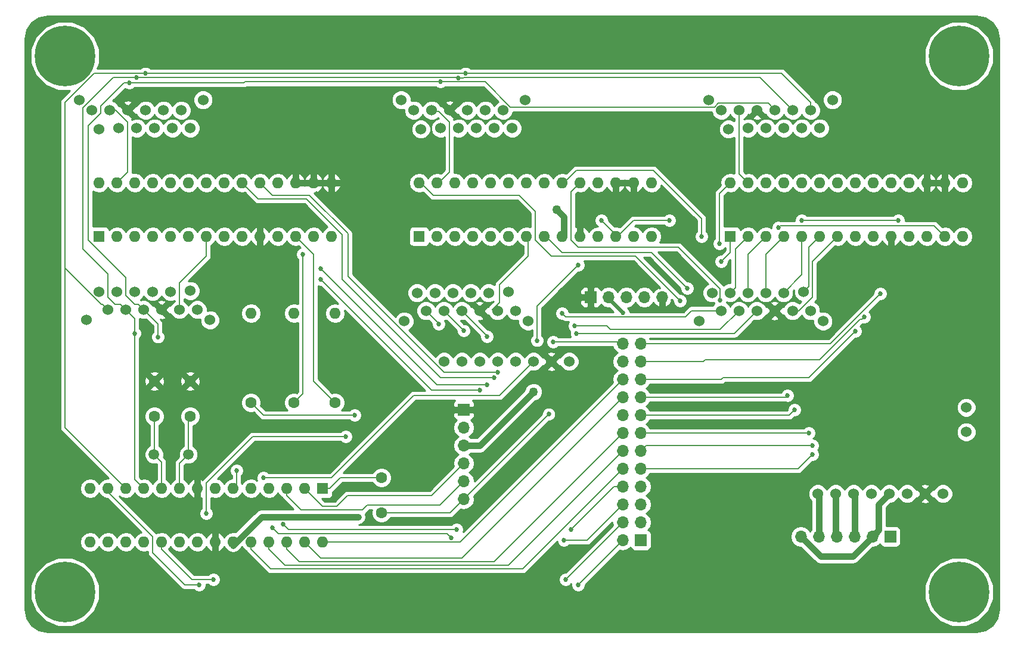
<source format=gbr>
G04 #@! TF.FileFunction,Copper,L1,Top,Mixed*
%FSLAX46Y46*%
G04 Gerber Fmt 4.6, Leading zero omitted, Abs format (unit mm)*
G04 Created by KiCad (PCBNEW 4.0.6) date 05/08/17 22:06:13*
%MOMM*%
%LPD*%
G01*
G04 APERTURE LIST*
%ADD10C,0.100000*%
%ADD11C,1.524000*%
%ADD12R,1.600000X1.600000*%
%ADD13O,1.600000X1.600000*%
%ADD14C,1.600000*%
%ADD15R,1.700000X1.700000*%
%ADD16O,1.700000X1.700000*%
%ADD17C,1.500000*%
%ADD18C,8.600000*%
%ADD19C,0.685800*%
%ADD20C,1.270000*%
%ADD21C,0.152400*%
%ADD22C,0.889000*%
%ADD23C,0.508000*%
%ADD24C,0.254000*%
G04 APERTURE END LIST*
D10*
D11*
X182087596Y-112419520D03*
X181102000Y-109728000D03*
X179547596Y-112419520D03*
X178277596Y-109879520D03*
X177007596Y-112419520D03*
X175737596Y-109879520D03*
X174467596Y-112419520D03*
X173197596Y-109879520D03*
X171927596Y-112419520D03*
X170657596Y-109879520D03*
X169387596Y-112419520D03*
X168117596Y-109879520D03*
X166317596Y-113899520D03*
X183887596Y-113899520D03*
X94996000Y-112268000D03*
X94010404Y-109576480D03*
X92456000Y-112268000D03*
X91186000Y-109728000D03*
X89916000Y-112268000D03*
X88646000Y-109728000D03*
X87376000Y-112268000D03*
X86106000Y-109728000D03*
X84836000Y-112268000D03*
X83566000Y-109728000D03*
X82296000Y-112268000D03*
X81026000Y-109728000D03*
X79226000Y-113748000D03*
X96796000Y-113748000D03*
X169448404Y-83922480D03*
X170434000Y-86614000D03*
X171988404Y-83922480D03*
X173258404Y-86462480D03*
X174528404Y-83922480D03*
X175798404Y-86462480D03*
X177068404Y-83922480D03*
X178338404Y-86462480D03*
X179608404Y-83922480D03*
X180878404Y-86462480D03*
X182148404Y-83922480D03*
X183418404Y-86462480D03*
X185218404Y-82442480D03*
X167648404Y-82442480D03*
D12*
X126492000Y-101854000D03*
D13*
X159512000Y-94234000D03*
X129032000Y-101854000D03*
X156972000Y-94234000D03*
X131572000Y-101854000D03*
X154432000Y-94234000D03*
X134112000Y-101854000D03*
X151892000Y-94234000D03*
X136652000Y-101854000D03*
X149352000Y-94234000D03*
X139192000Y-101854000D03*
X146812000Y-94234000D03*
X141732000Y-101854000D03*
X144272000Y-94234000D03*
X144272000Y-101854000D03*
X141732000Y-94234000D03*
X146812000Y-101854000D03*
X139192000Y-94234000D03*
X149352000Y-101854000D03*
X136652000Y-94234000D03*
X151892000Y-101854000D03*
X134112000Y-94234000D03*
X154432000Y-101854000D03*
X131572000Y-94234000D03*
X156972000Y-101854000D03*
X129032000Y-94234000D03*
X159512000Y-101854000D03*
X126492000Y-94234000D03*
D11*
X130048000Y-119634000D03*
X132588000Y-119634000D03*
X135128000Y-119634000D03*
X137668000Y-119634000D03*
X140208000Y-119634000D03*
X142748000Y-119634000D03*
X145288000Y-119634000D03*
X147828000Y-119634000D03*
D14*
X121158000Y-136144000D03*
X121158000Y-141144000D03*
D15*
X132842000Y-126492000D03*
D16*
X132842000Y-129032000D03*
X132842000Y-131572000D03*
X132842000Y-134112000D03*
X132842000Y-136652000D03*
X132842000Y-139192000D03*
D15*
X157988000Y-145034000D03*
D16*
X155448000Y-145034000D03*
X157988000Y-142494000D03*
X155448000Y-142494000D03*
X157988000Y-139954000D03*
X155448000Y-139954000D03*
X157988000Y-137414000D03*
X155448000Y-137414000D03*
X157988000Y-134874000D03*
X155448000Y-134874000D03*
X157988000Y-132334000D03*
X155448000Y-132334000D03*
X157988000Y-129794000D03*
X155448000Y-129794000D03*
X157988000Y-127254000D03*
X155448000Y-127254000D03*
X157988000Y-124714000D03*
X155448000Y-124714000D03*
X157988000Y-122174000D03*
X155448000Y-122174000D03*
X157988000Y-119634000D03*
X155448000Y-119634000D03*
X157988000Y-117094000D03*
X155448000Y-117094000D03*
D14*
X102616000Y-125476000D03*
D13*
X102616000Y-112776000D03*
D14*
X114554000Y-125476000D03*
D13*
X114554000Y-112776000D03*
D14*
X108712000Y-125476000D03*
D13*
X108712000Y-112776000D03*
D15*
X150876000Y-110490000D03*
D16*
X153416000Y-110490000D03*
X155956000Y-110490000D03*
X158496000Y-110490000D03*
X161036000Y-110490000D03*
D11*
X183134000Y-138430000D03*
X185674000Y-138430000D03*
X188214000Y-138430000D03*
X190754000Y-138430000D03*
X193294000Y-138430000D03*
X195834000Y-138430000D03*
X198374000Y-138430000D03*
X200914000Y-138430000D03*
X204216000Y-129667000D03*
X204216000Y-126167000D03*
D12*
X81026000Y-101854000D03*
D13*
X114046000Y-94234000D03*
X83566000Y-101854000D03*
X111506000Y-94234000D03*
X86106000Y-101854000D03*
X108966000Y-94234000D03*
X88646000Y-101854000D03*
X106426000Y-94234000D03*
X91186000Y-101854000D03*
X103886000Y-94234000D03*
X93726000Y-101854000D03*
X101346000Y-94234000D03*
X96266000Y-101854000D03*
X98806000Y-94234000D03*
X98806000Y-101854000D03*
X96266000Y-94234000D03*
X101346000Y-101854000D03*
X93726000Y-94234000D03*
X103886000Y-101854000D03*
X91186000Y-94234000D03*
X106426000Y-101854000D03*
X88646000Y-94234000D03*
X108966000Y-101854000D03*
X86106000Y-94234000D03*
X111506000Y-101854000D03*
X83566000Y-94234000D03*
X114046000Y-101854000D03*
X81026000Y-94234000D03*
D12*
X170688000Y-101854000D03*
D13*
X203708000Y-94234000D03*
X173228000Y-101854000D03*
X201168000Y-94234000D03*
X175768000Y-101854000D03*
X198628000Y-94234000D03*
X178308000Y-101854000D03*
X196088000Y-94234000D03*
X180848000Y-101854000D03*
X193548000Y-94234000D03*
X183388000Y-101854000D03*
X191008000Y-94234000D03*
X185928000Y-101854000D03*
X188468000Y-94234000D03*
X188468000Y-101854000D03*
X185928000Y-94234000D03*
X191008000Y-101854000D03*
X183388000Y-94234000D03*
X193548000Y-101854000D03*
X180848000Y-94234000D03*
X196088000Y-101854000D03*
X178308000Y-94234000D03*
X198628000Y-101854000D03*
X175768000Y-94234000D03*
X201168000Y-101854000D03*
X173228000Y-94234000D03*
X203708000Y-101854000D03*
X170688000Y-94234000D03*
D12*
X112776000Y-137668000D03*
D13*
X79756000Y-145288000D03*
X110236000Y-137668000D03*
X82296000Y-145288000D03*
X107696000Y-137668000D03*
X84836000Y-145288000D03*
X105156000Y-137668000D03*
X87376000Y-145288000D03*
X102616000Y-137668000D03*
X89916000Y-145288000D03*
X100076000Y-137668000D03*
X92456000Y-145288000D03*
X97536000Y-137668000D03*
X94996000Y-145288000D03*
X94996000Y-137668000D03*
X97536000Y-145288000D03*
X92456000Y-137668000D03*
X100076000Y-145288000D03*
X89916000Y-137668000D03*
X102616000Y-145288000D03*
X87376000Y-137668000D03*
X105156000Y-145288000D03*
X84836000Y-137668000D03*
X107696000Y-145288000D03*
X82296000Y-137668000D03*
X110236000Y-145288000D03*
X79756000Y-137668000D03*
X112776000Y-145288000D03*
D17*
X93726000Y-132842000D03*
X88846000Y-132842000D03*
D14*
X93980000Y-122428000D03*
X93980000Y-127428000D03*
X88900000Y-122428000D03*
X88900000Y-127428000D03*
D18*
X76200000Y-76200000D03*
X76200000Y-152400000D03*
X203200000Y-152400000D03*
X203200000Y-76200000D03*
D15*
X193421000Y-144526000D03*
D16*
X190881000Y-144526000D03*
X188341000Y-144526000D03*
X185801000Y-144526000D03*
X183261000Y-144526000D03*
X180721000Y-144526000D03*
D11*
X80040404Y-83922480D03*
X81026000Y-86614000D03*
X82580404Y-83922480D03*
X83850404Y-86462480D03*
X85120404Y-83922480D03*
X86390404Y-86462480D03*
X87660404Y-83922480D03*
X88930404Y-86462480D03*
X90200404Y-83922480D03*
X91470404Y-86462480D03*
X92740404Y-83922480D03*
X94010404Y-86462480D03*
X95810404Y-82442480D03*
X78240404Y-82442480D03*
X140177596Y-112419520D03*
X139192000Y-109728000D03*
X137637596Y-112419520D03*
X136367596Y-109879520D03*
X135097596Y-112419520D03*
X133827596Y-109879520D03*
X132557596Y-112419520D03*
X131287596Y-109879520D03*
X130017596Y-112419520D03*
X128747596Y-109879520D03*
X127477596Y-112419520D03*
X126207596Y-109879520D03*
X124407596Y-113899520D03*
X141977596Y-113899520D03*
X125760404Y-83922480D03*
X126746000Y-86614000D03*
X128300404Y-83922480D03*
X129570404Y-86462480D03*
X130840404Y-83922480D03*
X132110404Y-86462480D03*
X133380404Y-83922480D03*
X134650404Y-86462480D03*
X135920404Y-83922480D03*
X137190404Y-86462480D03*
X138460404Y-83922480D03*
X139730404Y-86462480D03*
X141530404Y-82442480D03*
X123960404Y-82442480D03*
D19*
X129286000Y-114300000D03*
X146812000Y-112776000D03*
X87630000Y-78676490D03*
X133096000Y-78676490D03*
D20*
X165354000Y-103632000D03*
X152908000Y-150368000D03*
X118872000Y-97282000D03*
D19*
X136144000Y-116078000D03*
X148855679Y-115633500D03*
X89408000Y-116141510D03*
X129540000Y-79883001D03*
X85344000Y-80010000D03*
X100583984Y-135128000D03*
X86360000Y-79248000D03*
X132842000Y-115252500D03*
X148590000Y-114554002D03*
X86106000Y-115633510D03*
X132080000Y-79311500D03*
D20*
X146050000Y-98044000D03*
X142748000Y-123952000D03*
D19*
X162052008Y-99568000D03*
X180848000Y-99568000D03*
X194564000Y-99568000D03*
X152400000Y-99568000D03*
X177546000Y-100584000D03*
X109982000Y-104394000D03*
X143255990Y-116649510D03*
X117348000Y-127254000D03*
X149098000Y-105918000D03*
X155448000Y-112712490D03*
X117856000Y-141732000D03*
X104394000Y-136144000D03*
X144930119Y-127103881D03*
X137668000Y-121158000D03*
X137160000Y-121920000D03*
X136144000Y-122936000D03*
X112522000Y-106426000D03*
X112522000Y-107950000D03*
X135128000Y-123698000D03*
X169267888Y-110894112D03*
X179832000Y-126492000D03*
X181864000Y-129794000D03*
X166624000Y-101854000D03*
X164592000Y-109220000D03*
X182372000Y-131572000D03*
X163576000Y-110998000D03*
X182372000Y-132842000D03*
X192024000Y-109982000D03*
X189738000Y-113283998D03*
X188468000Y-115315998D03*
X178816000Y-124460000D03*
X169164000Y-102870000D03*
X145542000Y-116840000D03*
X96266000Y-141224000D03*
X116078000Y-130302000D03*
X147319994Y-150622006D03*
X97282000Y-150622006D03*
X149098000Y-151384000D03*
X95250002Y-151384000D03*
X107188000Y-142748000D03*
X131826000Y-143510000D03*
X148082000Y-143510000D03*
X131064000Y-144716490D03*
X105664000Y-143256000D03*
X147066000Y-145034000D03*
X169418000Y-105410000D03*
D21*
X129286000Y-114227924D02*
X129286000Y-114300000D01*
X127477596Y-112419520D02*
X129286000Y-114227924D01*
X169387596Y-112419520D02*
X165202480Y-112419520D01*
X165202480Y-112419520D02*
X164338000Y-113284000D01*
X164338000Y-113284000D02*
X147320000Y-113284000D01*
X147320000Y-113284000D02*
X146812000Y-112776000D01*
X76200000Y-129032000D02*
X76200000Y-106172000D01*
X76200000Y-106172000D02*
X76200000Y-82804000D01*
X82296000Y-112268000D02*
X81534001Y-111506001D01*
X81534001Y-111506001D02*
X81337911Y-111506001D01*
X81337911Y-111506001D02*
X76200000Y-106368090D01*
X76200000Y-106368090D02*
X76200000Y-106172000D01*
X80327510Y-78676490D02*
X87630000Y-78676490D01*
X87630000Y-78676490D02*
X133096000Y-78676490D01*
X182148404Y-83922480D02*
X182148404Y-82844850D01*
X182148404Y-82844850D02*
X177980044Y-78676490D01*
X133096000Y-78676490D02*
X177980044Y-78676490D01*
X76200000Y-82804000D02*
X80327510Y-78676490D01*
X84836000Y-137668000D02*
X76200000Y-129032000D01*
D22*
X167180670Y-103632000D02*
X165354000Y-103632000D01*
X167283335Y-103529335D02*
X167180670Y-103632000D01*
X154432000Y-150368000D02*
X152908000Y-150368000D01*
X118872000Y-97282000D02*
X122174000Y-97282000D01*
D21*
X132557596Y-112419520D02*
X136144000Y-116005924D01*
X136144000Y-116005924D02*
X136144000Y-116078000D01*
X131826000Y-112268000D02*
X131826000Y-112343173D01*
X148855679Y-115633500D02*
X171253616Y-115633500D01*
X171253616Y-115633500D02*
X174467596Y-112419520D01*
X89408000Y-114300000D02*
X89408000Y-116141510D01*
X87376000Y-112268000D02*
X89408000Y-114300000D01*
X85344000Y-80010000D02*
X84582000Y-80010000D01*
X84582000Y-80010000D02*
X81280000Y-83312000D01*
X86614001Y-111506001D02*
X87376000Y-112268000D01*
X81280000Y-83312000D02*
X81280000Y-84328000D01*
X81280000Y-84328000D02*
X79502000Y-86106000D01*
X84836000Y-107675482D02*
X84836000Y-110236000D01*
X79502000Y-86106000D02*
X79502000Y-102341482D01*
X79502000Y-102341482D02*
X84836000Y-107675482D01*
X84836000Y-110236000D02*
X86106001Y-111506001D01*
X86106001Y-111506001D02*
X86614001Y-111506001D01*
X135887015Y-79883001D02*
X129540000Y-79883001D01*
X129540000Y-79883001D02*
X101727001Y-79883001D01*
X101600002Y-80010000D02*
X85344000Y-80010000D01*
X177068404Y-83922480D02*
X176077803Y-82931879D01*
X176077803Y-82931879D02*
X168972915Y-82931879D01*
X168972915Y-82931879D02*
X168457803Y-83446991D01*
X168457803Y-83446991D02*
X139451005Y-83446991D01*
X139451005Y-83446991D02*
X135887015Y-79883001D01*
X101727001Y-79883001D02*
X101600002Y-80010000D01*
X100076000Y-137668000D02*
X100584000Y-137160000D01*
X100584000Y-137160000D02*
X100584000Y-135128016D01*
X100584000Y-135128016D02*
X100583984Y-135128000D01*
X86360000Y-79248000D02*
X132016500Y-79248000D01*
X132016500Y-79248000D02*
X132080000Y-79311500D01*
X83058000Y-79248000D02*
X86360000Y-79248000D01*
X132842000Y-115243924D02*
X132842000Y-115252500D01*
X130017596Y-112419520D02*
X132842000Y-115243924D01*
X169285116Y-115062000D02*
X153670000Y-115062000D01*
X148590000Y-114554002D02*
X153162002Y-114554002D01*
X153162002Y-114554002D02*
X153670000Y-115062000D01*
X171927596Y-112419520D02*
X169285116Y-115062000D01*
X86106000Y-136398000D02*
X86106000Y-115633510D01*
X86106000Y-113538000D02*
X86106000Y-115633510D01*
X87376000Y-137668000D02*
X86106000Y-136398000D01*
X84836000Y-112268000D02*
X86106000Y-113538000D01*
X82296000Y-110490000D02*
X82296000Y-107188000D01*
X83312001Y-111506001D02*
X82296000Y-110490000D01*
X84836000Y-112268000D02*
X84074001Y-111506001D01*
X84074001Y-111506001D02*
X83312001Y-111506001D01*
X82296000Y-107188000D02*
X78740000Y-103632000D01*
X78740000Y-83566000D02*
X83058000Y-79248000D01*
X78740000Y-103632000D02*
X78740000Y-83566000D01*
X133604000Y-79248000D02*
X174933924Y-79248000D01*
X179608404Y-83922480D02*
X174933924Y-79248000D01*
X132080000Y-79311500D02*
X133604000Y-79248000D01*
D22*
X147066000Y-101854000D02*
X147066000Y-99060000D01*
X147066000Y-99060000D02*
X146050000Y-98044000D01*
X142748000Y-123952000D02*
X135128000Y-131572000D01*
X135128000Y-131572000D02*
X132842000Y-131572000D01*
D21*
X155448000Y-122174000D02*
X132334000Y-145288000D01*
X132334000Y-145288000D02*
X112776000Y-145288000D01*
X156972000Y-99568000D02*
X162052008Y-99568000D01*
X154686000Y-101854000D02*
X156972000Y-99568000D01*
X194564000Y-99568000D02*
X180848000Y-99568000D01*
X111506000Y-104394000D02*
X111506000Y-122428000D01*
X111506000Y-122428000D02*
X114554000Y-125476000D01*
X154686000Y-101854000D02*
X152400000Y-99568000D01*
X108966000Y-101854000D02*
X111506000Y-104394000D01*
X155448000Y-124714000D02*
X132588000Y-147574000D01*
X132588000Y-147574000D02*
X112522000Y-147574000D01*
X112522000Y-147574000D02*
X110236000Y-145288000D01*
X177546000Y-100584000D02*
X177800000Y-100330000D01*
X177800000Y-100330000D02*
X199644000Y-100330000D01*
X199644000Y-100330000D02*
X201168000Y-101854000D01*
X109982000Y-104394000D02*
X109982000Y-124206000D01*
X109982000Y-124206000D02*
X108712000Y-125476000D01*
X93726000Y-132842000D02*
X92456000Y-134112000D01*
X92456000Y-134112000D02*
X92456000Y-137668000D01*
X93726000Y-132842000D02*
X93726000Y-127682000D01*
X93726000Y-127682000D02*
X93980000Y-127428000D01*
X143255990Y-111760010D02*
X143255990Y-116649510D01*
X149098000Y-105918000D02*
X143255990Y-111760010D01*
X102616000Y-125476000D02*
X104394000Y-127254000D01*
X104394000Y-127254000D02*
X117348000Y-127254000D01*
D23*
X153670000Y-110934490D02*
X155448000Y-112712490D01*
X153670000Y-110490000D02*
X153670000Y-110934490D01*
D21*
X121158000Y-136144000D02*
X115316000Y-136144000D01*
X115316000Y-136144000D02*
X113792000Y-137668000D01*
X113792000Y-137668000D02*
X112776000Y-137668000D01*
D22*
X100076000Y-145760586D02*
X104104586Y-141732000D01*
X104104586Y-141732000D02*
X117856000Y-141732000D01*
D21*
X102616000Y-145288000D02*
X102616000Y-146304000D01*
X102616000Y-146304000D02*
X105410000Y-149098000D01*
X105410000Y-149098000D02*
X141224000Y-149098000D01*
X141224000Y-149098000D02*
X155448000Y-134874000D01*
X105156000Y-145288000D02*
X105156000Y-146304000D01*
X105156000Y-146304000D02*
X107442000Y-148590000D01*
X107442000Y-148590000D02*
X139192000Y-148590000D01*
X139192000Y-148590000D02*
X155448000Y-132334000D01*
X107696000Y-146304000D02*
X107696000Y-145288000D01*
X109474000Y-148082000D02*
X107696000Y-146304000D01*
X137160000Y-148082000D02*
X109474000Y-148082000D01*
X155448000Y-129794000D02*
X137160000Y-148082000D01*
X142748000Y-119634000D02*
X137922000Y-124460000D01*
X137922000Y-124460000D02*
X125730000Y-124460000D01*
X125730000Y-124460000D02*
X114046000Y-136144000D01*
X114046000Y-136144000D02*
X104394000Y-136144000D01*
X132842000Y-139192000D02*
X144930119Y-127103881D01*
X121158000Y-141144000D02*
X130890000Y-141144000D01*
X130890000Y-141144000D02*
X132842000Y-139192000D01*
X89916000Y-137668000D02*
X89916000Y-133912000D01*
X89916000Y-133912000D02*
X88846000Y-132842000D01*
X88900000Y-127428000D02*
X88900000Y-132788000D01*
X88900000Y-132788000D02*
X88846000Y-132842000D01*
X132842000Y-134112000D02*
X128270000Y-138684000D01*
X128270000Y-138684000D02*
X116332000Y-138684000D01*
X116332000Y-138684000D02*
X114808000Y-140208000D01*
X114808000Y-140208000D02*
X112776000Y-140208000D01*
X112776000Y-140208000D02*
X110236000Y-137668000D01*
X107696000Y-137668000D02*
X107696000Y-138684000D01*
X107696000Y-138684000D02*
X109728000Y-140716000D01*
X109728000Y-140716000D02*
X118427412Y-140716000D01*
X118427412Y-140716000D02*
X119126000Y-140017412D01*
X119126000Y-140017412D02*
X129476588Y-140017412D01*
X129476588Y-140017412D02*
X132842000Y-136652000D01*
D22*
X183261000Y-144526000D02*
X183261000Y-138557000D01*
D21*
X183261000Y-138557000D02*
X183134000Y-138430000D01*
D22*
X185674000Y-138430000D02*
X185674000Y-144399000D01*
D21*
X185674000Y-144399000D02*
X185801000Y-144526000D01*
D22*
X188341000Y-144526000D02*
X188341000Y-138557000D01*
D21*
X188341000Y-138557000D02*
X188214000Y-138430000D01*
D22*
X190881000Y-144526000D02*
X188087000Y-147320000D01*
X188087000Y-147320000D02*
X183515000Y-147320000D01*
X183515000Y-147320000D02*
X180721000Y-144526000D01*
X190881000Y-144526000D02*
X191770000Y-143637000D01*
X191770000Y-143637000D02*
X191770000Y-139954000D01*
X191770000Y-139954000D02*
X193294000Y-138430000D01*
D21*
X103886000Y-94234000D02*
X105664000Y-96012000D01*
X110921067Y-96012000D02*
X116382811Y-101473744D01*
X105664000Y-96012000D02*
X110921067Y-96012000D01*
X116382811Y-101473744D02*
X116382811Y-107492811D01*
X116382811Y-107492811D02*
X130048000Y-121158000D01*
X130048000Y-121158000D02*
X137668000Y-121158000D01*
X129566872Y-121920000D02*
X137160000Y-121920000D01*
X103632000Y-96520000D02*
X110490000Y-96520000D01*
X115570000Y-101600000D02*
X115570000Y-107923128D01*
X101346000Y-94234000D02*
X103632000Y-96520000D01*
X115570000Y-107923128D02*
X129566872Y-121920000D01*
X110490000Y-96520000D02*
X115570000Y-101600000D01*
X129032000Y-122936000D02*
X136144000Y-122936000D01*
X112522000Y-106426000D02*
X129032000Y-122936000D01*
X135128000Y-123698000D02*
X128270000Y-123698000D01*
X128270000Y-123698000D02*
X112522000Y-107950000D01*
X169267888Y-110894112D02*
X169267888Y-109323888D01*
X169267888Y-109323888D02*
X163322000Y-103378000D01*
X163322000Y-103378000D02*
X149098000Y-103378000D01*
X149098000Y-103378000D02*
X148082000Y-102362000D01*
X148082000Y-102362000D02*
X148082000Y-95504000D01*
X148082000Y-95504000D02*
X149352000Y-94234000D01*
X157988000Y-127254000D02*
X179070000Y-127254000D01*
X179070000Y-127254000D02*
X179832000Y-126492000D01*
X181864000Y-129794000D02*
X157988000Y-129794000D01*
X148844000Y-92456000D02*
X147066000Y-94234000D01*
X159766000Y-92456000D02*
X148844000Y-92456000D01*
X166624000Y-99314000D02*
X159766000Y-92456000D01*
X166624000Y-101854000D02*
X166624000Y-99314000D01*
X159512000Y-104140000D02*
X164592000Y-109220000D01*
X146812000Y-104140000D02*
X159512000Y-104140000D01*
X144526000Y-101854000D02*
X146812000Y-104140000D01*
X157988000Y-132334000D02*
X158750000Y-131572000D01*
X158750000Y-131572000D02*
X182372000Y-131572000D01*
X157226000Y-104648000D02*
X163576000Y-110998000D01*
X143002000Y-102362000D02*
X145288000Y-104648000D01*
X143002000Y-98298000D02*
X143002000Y-102362000D01*
X140716000Y-96012000D02*
X143002000Y-98298000D01*
X128524000Y-96012000D02*
X140716000Y-96012000D01*
X145288000Y-104648000D02*
X157226000Y-104648000D01*
X126746000Y-94234000D02*
X128524000Y-96012000D01*
X157988000Y-134874000D02*
X180340000Y-134874000D01*
X180340000Y-134874000D02*
X182372000Y-132842000D01*
X184912000Y-117094000D02*
X192024000Y-109982000D01*
X157988000Y-117094000D02*
X184912000Y-117094000D01*
X183388000Y-119380000D02*
X167132000Y-119380000D01*
X157988000Y-119634000D02*
X166878000Y-119634000D01*
X166878000Y-119634000D02*
X167132000Y-119380000D01*
X157988000Y-119634000D02*
X158242000Y-119380000D01*
X183388000Y-119380000D02*
X189141103Y-113626897D01*
X189141103Y-113626897D02*
X189395101Y-113626897D01*
X189395101Y-113626897D02*
X189738000Y-113283998D01*
X169672000Y-121920000D02*
X181863998Y-121920000D01*
X157988000Y-122174000D02*
X169418000Y-122174000D01*
X169418000Y-122174000D02*
X169672000Y-121920000D01*
X181863998Y-121920000D02*
X188468000Y-115315998D01*
X178562000Y-124714000D02*
X178816000Y-124460000D01*
X157988000Y-124714000D02*
X178562000Y-124714000D01*
X169164000Y-102870000D02*
X169164000Y-95758000D01*
X169164000Y-95758000D02*
X170688000Y-94234000D01*
X155448000Y-117094000D02*
X155194000Y-116840000D01*
X155194000Y-116840000D02*
X145542000Y-116840000D01*
X96266000Y-136906000D02*
X96266000Y-141224000D01*
X102870000Y-130302000D02*
X96266000Y-136906000D01*
X116078000Y-130302000D02*
X102870000Y-130302000D01*
X89916000Y-145288000D02*
X89916000Y-146304000D01*
X89916000Y-146304000D02*
X94234006Y-150622006D01*
X94234006Y-150622006D02*
X97282000Y-150622006D01*
X155448000Y-142494000D02*
X147319994Y-150622006D01*
X82296000Y-137668000D02*
X82296000Y-138176000D01*
X82296000Y-138176000D02*
X88646000Y-144526000D01*
X88646000Y-144526000D02*
X88646000Y-146812000D01*
X88646000Y-146812000D02*
X93218000Y-151384000D01*
X93218000Y-151384000D02*
X95250002Y-151384000D01*
X149098000Y-151384000D02*
X155448000Y-145034000D01*
X107950000Y-143510000D02*
X107188000Y-142748000D01*
X131826000Y-143510000D02*
X107950000Y-143510000D01*
X154178000Y-137414000D02*
X148082000Y-143510000D01*
X155448000Y-137414000D02*
X154178000Y-137414000D01*
X130476948Y-144129438D02*
X131064000Y-144716490D01*
X106537438Y-144129438D02*
X130476948Y-144129438D01*
X105664000Y-143256000D02*
X106537438Y-144129438D01*
X150368000Y-145034000D02*
X147066000Y-145034000D01*
X155448000Y-139954000D02*
X150368000Y-145034000D01*
X92456000Y-108458000D02*
X92456000Y-112268000D01*
X92456000Y-108458000D02*
X96266000Y-104648000D01*
X96266000Y-104648000D02*
X96266000Y-101854000D01*
X83566000Y-94234000D02*
X85090000Y-92710000D01*
X85090000Y-85598000D02*
X83414480Y-83922480D01*
X85090000Y-92710000D02*
X85090000Y-85598000D01*
X83414480Y-83922480D02*
X82580404Y-83922480D01*
X82731924Y-84074000D02*
X82580404Y-83922480D01*
X136906000Y-112268000D02*
X137922000Y-111252000D01*
X137922000Y-111252000D02*
X137922000Y-108712000D01*
X137922000Y-108712000D02*
X141986000Y-104648000D01*
X141986000Y-104648000D02*
X141986000Y-101854000D01*
X129286000Y-84074000D02*
X128451924Y-84074000D01*
X128451924Y-84074000D02*
X128300404Y-83922480D01*
X129286000Y-94234000D02*
X130810000Y-92710000D01*
X130810000Y-92710000D02*
X130810000Y-85598000D01*
X130810000Y-85598000D02*
X129286000Y-84074000D01*
X185928000Y-101854000D02*
X182372000Y-105410000D01*
X182372000Y-105410000D02*
X182372000Y-110490000D01*
X182372000Y-110490000D02*
X180442480Y-112419520D01*
X180442480Y-112419520D02*
X179547596Y-112419520D01*
X178277596Y-109879520D02*
X180848000Y-107309116D01*
X180848000Y-107309116D02*
X180848000Y-101854000D01*
X181102000Y-109728000D02*
X181864000Y-108966000D01*
X181864000Y-108966000D02*
X181864000Y-103378000D01*
X181864000Y-103378000D02*
X183388000Y-101854000D01*
X171988404Y-83922480D02*
X171988404Y-85059596D01*
X171988404Y-85059596D02*
X171958000Y-85090000D01*
X171958000Y-85090000D02*
X171958000Y-92964000D01*
X171958000Y-92964000D02*
X173228000Y-94234000D01*
X169418000Y-105410000D02*
X170688000Y-104140000D01*
X170688000Y-104140000D02*
X170688000Y-101854000D01*
X170657596Y-109879520D02*
X171419595Y-109117521D01*
X171419595Y-109117521D02*
X171419595Y-103662405D01*
X171419595Y-103662405D02*
X173228000Y-101854000D01*
X173197596Y-109879520D02*
X173197596Y-104424404D01*
X173197596Y-104424404D02*
X175768000Y-101854000D01*
X178308000Y-101854000D02*
X175737596Y-104424404D01*
X175737596Y-104424404D02*
X175737596Y-109879520D01*
D24*
G36*
X206920995Y-70808824D02*
X207922196Y-71477804D01*
X208591175Y-72479005D01*
X208840000Y-73729931D01*
X208840000Y-154870069D01*
X208591175Y-156120995D01*
X207922196Y-157122196D01*
X206920995Y-157791176D01*
X205670069Y-158040000D01*
X73729931Y-158040000D01*
X72479005Y-157791175D01*
X71477804Y-157122196D01*
X70808824Y-156120995D01*
X70560000Y-154870069D01*
X70560000Y-153377325D01*
X71264146Y-153377325D01*
X72013871Y-155191801D01*
X73400897Y-156581250D01*
X75214061Y-157334141D01*
X77177325Y-157335854D01*
X78991801Y-156586129D01*
X80381250Y-155199103D01*
X81134141Y-153385939D01*
X81134148Y-153377325D01*
X198264146Y-153377325D01*
X199013871Y-155191801D01*
X200400897Y-156581250D01*
X202214061Y-157334141D01*
X204177325Y-157335854D01*
X205991801Y-156586129D01*
X207381250Y-155199103D01*
X208134141Y-153385939D01*
X208135854Y-151422675D01*
X207386129Y-149608199D01*
X205999103Y-148218750D01*
X204185939Y-147465859D01*
X202222675Y-147464146D01*
X200408199Y-148213871D01*
X199018750Y-149600897D01*
X198265859Y-151414061D01*
X198264146Y-153377325D01*
X81134148Y-153377325D01*
X81135854Y-151422675D01*
X80386129Y-149608199D01*
X78999103Y-148218750D01*
X77185939Y-147465859D01*
X75222675Y-147464146D01*
X73408199Y-148213871D01*
X72018750Y-149600897D01*
X71265859Y-151414061D01*
X71264146Y-153377325D01*
X70560000Y-153377325D01*
X70560000Y-77177325D01*
X71264146Y-77177325D01*
X72013871Y-78991801D01*
X73400897Y-80381250D01*
X75214061Y-81134141D01*
X76862632Y-81135579D01*
X75697106Y-82301106D01*
X75542937Y-82531835D01*
X75517500Y-82659714D01*
X75488800Y-82804000D01*
X75488800Y-129032000D01*
X75542937Y-129304165D01*
X75697106Y-129534894D01*
X82384752Y-136222541D01*
X82296000Y-136204887D01*
X81746849Y-136314120D01*
X81281302Y-136625189D01*
X81026000Y-137007275D01*
X80770698Y-136625189D01*
X80305151Y-136314120D01*
X79756000Y-136204887D01*
X79206849Y-136314120D01*
X78741302Y-136625189D01*
X78430233Y-137090736D01*
X78321000Y-137639887D01*
X78321000Y-137696113D01*
X78430233Y-138245264D01*
X78741302Y-138710811D01*
X79206849Y-139021880D01*
X79756000Y-139131113D01*
X80305151Y-139021880D01*
X80770698Y-138710811D01*
X81026000Y-138328725D01*
X81281302Y-138710811D01*
X81746849Y-139021880D01*
X82232742Y-139118530D01*
X87011586Y-143897374D01*
X86826849Y-143934120D01*
X86361302Y-144245189D01*
X86106000Y-144627275D01*
X85850698Y-144245189D01*
X85385151Y-143934120D01*
X84836000Y-143824887D01*
X84286849Y-143934120D01*
X83821302Y-144245189D01*
X83566000Y-144627275D01*
X83310698Y-144245189D01*
X82845151Y-143934120D01*
X82296000Y-143824887D01*
X81746849Y-143934120D01*
X81281302Y-144245189D01*
X81026000Y-144627275D01*
X80770698Y-144245189D01*
X80305151Y-143934120D01*
X79756000Y-143824887D01*
X79206849Y-143934120D01*
X78741302Y-144245189D01*
X78430233Y-144710736D01*
X78321000Y-145259887D01*
X78321000Y-145316113D01*
X78430233Y-145865264D01*
X78741302Y-146330811D01*
X79206849Y-146641880D01*
X79756000Y-146751113D01*
X80305151Y-146641880D01*
X80770698Y-146330811D01*
X81026000Y-145948725D01*
X81281302Y-146330811D01*
X81746849Y-146641880D01*
X82296000Y-146751113D01*
X82845151Y-146641880D01*
X83310698Y-146330811D01*
X83566000Y-145948725D01*
X83821302Y-146330811D01*
X84286849Y-146641880D01*
X84836000Y-146751113D01*
X85385151Y-146641880D01*
X85850698Y-146330811D01*
X86106000Y-145948725D01*
X86361302Y-146330811D01*
X86826849Y-146641880D01*
X87376000Y-146751113D01*
X87925151Y-146641880D01*
X87934800Y-146635433D01*
X87934800Y-146812000D01*
X87988937Y-147084165D01*
X88143106Y-147314894D01*
X92715105Y-151886894D01*
X92869274Y-151989906D01*
X92945836Y-152041063D01*
X93218000Y-152095200D01*
X94578208Y-152095200D01*
X94695343Y-152212540D01*
X95054632Y-152361730D01*
X95443665Y-152362069D01*
X95803214Y-152213507D01*
X96078542Y-151938659D01*
X96227732Y-151579370D01*
X96227947Y-151333206D01*
X96610206Y-151333206D01*
X96727341Y-151450546D01*
X97086630Y-151599736D01*
X97475663Y-151600075D01*
X97835212Y-151451513D01*
X98110540Y-151176665D01*
X98259730Y-150817376D01*
X98260069Y-150428343D01*
X98111507Y-150068794D01*
X97836659Y-149793466D01*
X97477370Y-149644276D01*
X97088337Y-149643937D01*
X96728788Y-149792499D01*
X96610274Y-149910806D01*
X94528595Y-149910806D01*
X90937868Y-146320080D01*
X91186000Y-145948725D01*
X91441302Y-146330811D01*
X91906849Y-146641880D01*
X92456000Y-146751113D01*
X93005151Y-146641880D01*
X93470698Y-146330811D01*
X93726000Y-145948725D01*
X93981302Y-146330811D01*
X94446849Y-146641880D01*
X94996000Y-146751113D01*
X95545151Y-146641880D01*
X96010698Y-146330811D01*
X96276542Y-145932947D01*
X96508657Y-146289929D01*
X96970280Y-146606809D01*
X97003489Y-146620538D01*
X97218500Y-146524126D01*
X97218500Y-145605500D01*
X97198500Y-145605500D01*
X97198500Y-144970500D01*
X97218500Y-144970500D01*
X97218500Y-144051874D01*
X97003489Y-143955462D01*
X96970280Y-143969191D01*
X96508657Y-144286071D01*
X96276542Y-144643053D01*
X96010698Y-144245189D01*
X95545151Y-143934120D01*
X94996000Y-143824887D01*
X94446849Y-143934120D01*
X93981302Y-144245189D01*
X93726000Y-144627275D01*
X93470698Y-144245189D01*
X93005151Y-143934120D01*
X92456000Y-143824887D01*
X91906849Y-143934120D01*
X91441302Y-144245189D01*
X91186000Y-144627275D01*
X90930698Y-144245189D01*
X90465151Y-143934120D01*
X89916000Y-143824887D01*
X89366849Y-143934120D01*
X89175062Y-144062268D01*
X89148894Y-144023106D01*
X83867402Y-138741614D01*
X84286849Y-139021880D01*
X84836000Y-139131113D01*
X85385151Y-139021880D01*
X85850698Y-138710811D01*
X86106000Y-138328725D01*
X86361302Y-138710811D01*
X86826849Y-139021880D01*
X87376000Y-139131113D01*
X87925151Y-139021880D01*
X88390698Y-138710811D01*
X88646000Y-138328725D01*
X88901302Y-138710811D01*
X89366849Y-139021880D01*
X89916000Y-139131113D01*
X90465151Y-139021880D01*
X90930698Y-138710811D01*
X91186000Y-138328725D01*
X91441302Y-138710811D01*
X91906849Y-139021880D01*
X92456000Y-139131113D01*
X93005151Y-139021880D01*
X93470698Y-138710811D01*
X93736542Y-138312947D01*
X93968657Y-138669929D01*
X94430280Y-138986809D01*
X94463489Y-139000538D01*
X94678500Y-138904126D01*
X94678500Y-137985500D01*
X94658500Y-137985500D01*
X94658500Y-137350500D01*
X94678500Y-137350500D01*
X94678500Y-136431874D01*
X94463489Y-136335462D01*
X94430280Y-136349191D01*
X93968657Y-136666071D01*
X93736542Y-137023053D01*
X93470698Y-136625189D01*
X93167200Y-136422398D01*
X93167200Y-134406588D01*
X93377035Y-134196753D01*
X93449298Y-134226759D01*
X94000285Y-134227240D01*
X94509515Y-134016831D01*
X94899461Y-133627564D01*
X95110759Y-133118702D01*
X95111240Y-132567715D01*
X94900831Y-132058485D01*
X94511564Y-131668539D01*
X94437200Y-131637660D01*
X94437200Y-128791761D01*
X94791800Y-128645243D01*
X95195824Y-128241923D01*
X95414750Y-127714691D01*
X95415248Y-127143813D01*
X95197243Y-126616200D01*
X94793923Y-126212176D01*
X94266691Y-125993250D01*
X93695813Y-125992752D01*
X93168200Y-126210757D01*
X92764176Y-126614077D01*
X92545250Y-127141309D01*
X92544752Y-127712187D01*
X92762757Y-128239800D01*
X93014800Y-128492283D01*
X93014800Y-131637289D01*
X92942485Y-131667169D01*
X92552539Y-132056436D01*
X92341241Y-132565298D01*
X92340760Y-133116285D01*
X92371509Y-133190703D01*
X91953106Y-133609106D01*
X91798937Y-133839835D01*
X91764003Y-134015461D01*
X91744800Y-134112000D01*
X91744800Y-136422398D01*
X91441302Y-136625189D01*
X91186000Y-137007275D01*
X90930698Y-136625189D01*
X90627200Y-136422398D01*
X90627200Y-133912000D01*
X90573063Y-133639836D01*
X90508837Y-133543715D01*
X90418895Y-133409106D01*
X90200753Y-133190964D01*
X90230759Y-133118702D01*
X90231240Y-132567715D01*
X90020831Y-132058485D01*
X89631564Y-131668539D01*
X89611200Y-131660083D01*
X89611200Y-128686810D01*
X89711800Y-128645243D01*
X90115824Y-128241923D01*
X90334750Y-127714691D01*
X90335248Y-127143813D01*
X90117243Y-126616200D01*
X89713923Y-126212176D01*
X89186691Y-125993250D01*
X88615813Y-125992752D01*
X88088200Y-126210757D01*
X87684176Y-126614077D01*
X87465250Y-127141309D01*
X87464752Y-127712187D01*
X87682757Y-128239800D01*
X88086077Y-128643824D01*
X88188800Y-128686478D01*
X88188800Y-131614977D01*
X88062485Y-131667169D01*
X87672539Y-132056436D01*
X87461241Y-132565298D01*
X87460760Y-133116285D01*
X87671169Y-133625515D01*
X88060436Y-134015461D01*
X88569298Y-134226759D01*
X89120285Y-134227240D01*
X89194703Y-134196491D01*
X89204800Y-134206589D01*
X89204800Y-136422398D01*
X88901302Y-136625189D01*
X88646000Y-137007275D01*
X88390698Y-136625189D01*
X87925151Y-136314120D01*
X87376000Y-136204887D01*
X86994550Y-136280762D01*
X86817200Y-136103412D01*
X86817200Y-123547089D01*
X88229924Y-123547089D01*
X88317360Y-123770099D01*
X88875310Y-123890904D01*
X89437019Y-123788996D01*
X89482640Y-123770099D01*
X89570076Y-123547089D01*
X93309924Y-123547089D01*
X93397360Y-123770099D01*
X93955310Y-123890904D01*
X94517019Y-123788996D01*
X94562640Y-123770099D01*
X94650076Y-123547089D01*
X93980000Y-122877013D01*
X93309924Y-123547089D01*
X89570076Y-123547089D01*
X88900000Y-122877013D01*
X88229924Y-123547089D01*
X86817200Y-123547089D01*
X86817200Y-122403310D01*
X87437096Y-122403310D01*
X87539004Y-122965019D01*
X87557901Y-123010640D01*
X87780911Y-123098076D01*
X88450987Y-122428000D01*
X89349013Y-122428000D01*
X90019089Y-123098076D01*
X90242099Y-123010640D01*
X90362904Y-122452690D01*
X90353946Y-122403310D01*
X92517096Y-122403310D01*
X92619004Y-122965019D01*
X92637901Y-123010640D01*
X92860911Y-123098076D01*
X93530987Y-122428000D01*
X94429013Y-122428000D01*
X95099089Y-123098076D01*
X95322099Y-123010640D01*
X95442904Y-122452690D01*
X95340996Y-121890981D01*
X95322099Y-121845360D01*
X95099089Y-121757924D01*
X94429013Y-122428000D01*
X93530987Y-122428000D01*
X92860911Y-121757924D01*
X92637901Y-121845360D01*
X92517096Y-122403310D01*
X90353946Y-122403310D01*
X90260996Y-121890981D01*
X90242099Y-121845360D01*
X90019089Y-121757924D01*
X89349013Y-122428000D01*
X88450987Y-122428000D01*
X87780911Y-121757924D01*
X87557901Y-121845360D01*
X87437096Y-122403310D01*
X86817200Y-122403310D01*
X86817200Y-121308911D01*
X88229924Y-121308911D01*
X88900000Y-121978987D01*
X89570076Y-121308911D01*
X93309924Y-121308911D01*
X93980000Y-121978987D01*
X94650076Y-121308911D01*
X94562640Y-121085901D01*
X94004690Y-120965096D01*
X93442981Y-121067004D01*
X93397360Y-121085901D01*
X93309924Y-121308911D01*
X89570076Y-121308911D01*
X89482640Y-121085901D01*
X88924690Y-120965096D01*
X88362981Y-121067004D01*
X88317360Y-121085901D01*
X88229924Y-121308911D01*
X86817200Y-121308911D01*
X86817200Y-116305304D01*
X86934540Y-116188169D01*
X87083730Y-115828880D01*
X87084069Y-115439847D01*
X86935507Y-115080298D01*
X86817200Y-114961784D01*
X86817200Y-113548616D01*
X87096900Y-113664757D01*
X87652661Y-113665242D01*
X87733891Y-113631679D01*
X88696800Y-114594588D01*
X88696800Y-115469716D01*
X88579460Y-115586851D01*
X88430270Y-115946140D01*
X88429931Y-116335173D01*
X88578493Y-116694722D01*
X88853341Y-116970050D01*
X89212630Y-117119240D01*
X89601663Y-117119579D01*
X89961212Y-116971017D01*
X90236540Y-116696169D01*
X90385730Y-116336880D01*
X90386069Y-115947847D01*
X90237507Y-115588298D01*
X90119200Y-115469784D01*
X90119200Y-114300000D01*
X90085361Y-114129880D01*
X90065063Y-114027835D01*
X89910894Y-113797106D01*
X89780923Y-113667135D01*
X89900581Y-113692286D01*
X90446805Y-113589769D01*
X90475296Y-113577968D01*
X90557803Y-113358816D01*
X89916000Y-112717013D01*
X89901858Y-112731155D01*
X89452845Y-112282142D01*
X89466987Y-112268000D01*
X88825184Y-111626197D01*
X88649671Y-111692275D01*
X88561010Y-111477697D01*
X88261022Y-111177184D01*
X89274197Y-111177184D01*
X89916000Y-111818987D01*
X90557803Y-111177184D01*
X90475296Y-110958032D01*
X89931419Y-110843714D01*
X89385195Y-110946231D01*
X89356704Y-110958032D01*
X89274197Y-111177184D01*
X88261022Y-111177184D01*
X88168370Y-111084371D01*
X87655100Y-110871243D01*
X87099339Y-110870758D01*
X86987797Y-110916846D01*
X86930687Y-110878686D01*
X87289629Y-110520370D01*
X87375949Y-110312488D01*
X87460990Y-110518303D01*
X87853630Y-110911629D01*
X88366900Y-111124757D01*
X88922661Y-111125242D01*
X89436303Y-110913010D01*
X89829629Y-110520370D01*
X89915949Y-110312488D01*
X90000990Y-110518303D01*
X90393630Y-110911629D01*
X90906900Y-111124757D01*
X91462661Y-111125242D01*
X91744800Y-111008665D01*
X91744800Y-111050305D01*
X91665697Y-111082990D01*
X91272371Y-111475630D01*
X91182401Y-111692302D01*
X91006816Y-111626197D01*
X90365013Y-112268000D01*
X91006816Y-112909803D01*
X91182329Y-112843725D01*
X91270990Y-113058303D01*
X91663630Y-113451629D01*
X92176900Y-113664757D01*
X92732661Y-113665242D01*
X93246303Y-113453010D01*
X93639629Y-113060370D01*
X93725949Y-112852488D01*
X93810990Y-113058303D01*
X94203630Y-113451629D01*
X94716900Y-113664757D01*
X95272661Y-113665242D01*
X95399117Y-113612991D01*
X95398758Y-114024661D01*
X95610990Y-114538303D01*
X96003630Y-114931629D01*
X96516900Y-115144757D01*
X97072661Y-115145242D01*
X97586303Y-114933010D01*
X97979629Y-114540370D01*
X98192757Y-114027100D01*
X98193242Y-113471339D01*
X97981010Y-112957697D01*
X97771566Y-112747887D01*
X101181000Y-112747887D01*
X101181000Y-112804113D01*
X101290233Y-113353264D01*
X101601302Y-113818811D01*
X102066849Y-114129880D01*
X102616000Y-114239113D01*
X103165151Y-114129880D01*
X103630698Y-113818811D01*
X103941767Y-113353264D01*
X104051000Y-112804113D01*
X104051000Y-112747887D01*
X103941767Y-112198736D01*
X103630698Y-111733189D01*
X103165151Y-111422120D01*
X102616000Y-111312887D01*
X102066849Y-111422120D01*
X101601302Y-111733189D01*
X101290233Y-112198736D01*
X101181000Y-112747887D01*
X97771566Y-112747887D01*
X97588370Y-112564371D01*
X97075100Y-112351243D01*
X96519339Y-112350758D01*
X96392883Y-112403009D01*
X96393242Y-111991339D01*
X96181010Y-111477697D01*
X95788370Y-111084371D01*
X95275100Y-110871243D01*
X94719339Y-110870758D01*
X94205697Y-111082990D01*
X93812371Y-111475630D01*
X93726051Y-111683512D01*
X93641010Y-111477697D01*
X93248370Y-111084371D01*
X93167200Y-111050666D01*
X93167200Y-110709186D01*
X93218034Y-110760109D01*
X93731304Y-110973237D01*
X94287065Y-110973722D01*
X94800707Y-110761490D01*
X95194033Y-110368850D01*
X95407161Y-109855580D01*
X95407646Y-109299819D01*
X95195414Y-108786177D01*
X94802774Y-108392851D01*
X94289504Y-108179723D01*
X93740544Y-108179244D01*
X96768895Y-105150894D01*
X96923063Y-104920164D01*
X96977200Y-104648000D01*
X96977200Y-103099602D01*
X97280698Y-102896811D01*
X97536000Y-102514725D01*
X97791302Y-102896811D01*
X98256849Y-103207880D01*
X98806000Y-103317113D01*
X99355151Y-103207880D01*
X99820698Y-102896811D01*
X100076000Y-102514725D01*
X100331302Y-102896811D01*
X100796849Y-103207880D01*
X101346000Y-103317113D01*
X101895151Y-103207880D01*
X102360698Y-102896811D01*
X102626542Y-102498947D01*
X102858657Y-102855929D01*
X103320280Y-103172809D01*
X103353489Y-103186538D01*
X103568500Y-103090126D01*
X103568500Y-102171500D01*
X103548500Y-102171500D01*
X103548500Y-101536500D01*
X103568500Y-101536500D01*
X103568500Y-100617874D01*
X103353489Y-100521462D01*
X103320280Y-100535191D01*
X102858657Y-100852071D01*
X102626542Y-101209053D01*
X102360698Y-100811189D01*
X101895151Y-100500120D01*
X101346000Y-100390887D01*
X100796849Y-100500120D01*
X100331302Y-100811189D01*
X100076000Y-101193275D01*
X99820698Y-100811189D01*
X99355151Y-100500120D01*
X98806000Y-100390887D01*
X98256849Y-100500120D01*
X97791302Y-100811189D01*
X97536000Y-101193275D01*
X97280698Y-100811189D01*
X96815151Y-100500120D01*
X96266000Y-100390887D01*
X95716849Y-100500120D01*
X95251302Y-100811189D01*
X94996000Y-101193275D01*
X94740698Y-100811189D01*
X94275151Y-100500120D01*
X93726000Y-100390887D01*
X93176849Y-100500120D01*
X92711302Y-100811189D01*
X92456000Y-101193275D01*
X92200698Y-100811189D01*
X91735151Y-100500120D01*
X91186000Y-100390887D01*
X90636849Y-100500120D01*
X90171302Y-100811189D01*
X89916000Y-101193275D01*
X89660698Y-100811189D01*
X89195151Y-100500120D01*
X88646000Y-100390887D01*
X88096849Y-100500120D01*
X87631302Y-100811189D01*
X87376000Y-101193275D01*
X87120698Y-100811189D01*
X86655151Y-100500120D01*
X86106000Y-100390887D01*
X85556849Y-100500120D01*
X85091302Y-100811189D01*
X84836000Y-101193275D01*
X84580698Y-100811189D01*
X84115151Y-100500120D01*
X83566000Y-100390887D01*
X83016849Y-100500120D01*
X82551302Y-100811189D01*
X82454899Y-100955465D01*
X82429162Y-100818683D01*
X82290090Y-100602559D01*
X82077890Y-100457569D01*
X81826000Y-100406560D01*
X80226000Y-100406560D01*
X80213200Y-100408968D01*
X80213200Y-95411715D01*
X80476849Y-95587880D01*
X81026000Y-95697113D01*
X81575151Y-95587880D01*
X82040698Y-95276811D01*
X82296000Y-94894725D01*
X82551302Y-95276811D01*
X83016849Y-95587880D01*
X83566000Y-95697113D01*
X84115151Y-95587880D01*
X84580698Y-95276811D01*
X84836000Y-94894725D01*
X85091302Y-95276811D01*
X85556849Y-95587880D01*
X86106000Y-95697113D01*
X86655151Y-95587880D01*
X87120698Y-95276811D01*
X87376000Y-94894725D01*
X87631302Y-95276811D01*
X88096849Y-95587880D01*
X88646000Y-95697113D01*
X89195151Y-95587880D01*
X89660698Y-95276811D01*
X89916000Y-94894725D01*
X90171302Y-95276811D01*
X90636849Y-95587880D01*
X91186000Y-95697113D01*
X91735151Y-95587880D01*
X92200698Y-95276811D01*
X92456000Y-94894725D01*
X92711302Y-95276811D01*
X93176849Y-95587880D01*
X93726000Y-95697113D01*
X94275151Y-95587880D01*
X94740698Y-95276811D01*
X94996000Y-94894725D01*
X95251302Y-95276811D01*
X95716849Y-95587880D01*
X96266000Y-95697113D01*
X96815151Y-95587880D01*
X97280698Y-95276811D01*
X97536000Y-94894725D01*
X97791302Y-95276811D01*
X98256849Y-95587880D01*
X98806000Y-95697113D01*
X99355151Y-95587880D01*
X99820698Y-95276811D01*
X100076000Y-94894725D01*
X100331302Y-95276811D01*
X100796849Y-95587880D01*
X101346000Y-95697113D01*
X101727450Y-95621238D01*
X103129106Y-97022894D01*
X103359835Y-97177063D01*
X103404990Y-97186045D01*
X103632000Y-97231200D01*
X110195412Y-97231200D01*
X113477356Y-100513144D01*
X113031302Y-100811189D01*
X112776000Y-101193275D01*
X112520698Y-100811189D01*
X112055151Y-100500120D01*
X111506000Y-100390887D01*
X110956849Y-100500120D01*
X110491302Y-100811189D01*
X110236000Y-101193275D01*
X109980698Y-100811189D01*
X109515151Y-100500120D01*
X108966000Y-100390887D01*
X108416849Y-100500120D01*
X107951302Y-100811189D01*
X107696000Y-101193275D01*
X107440698Y-100811189D01*
X106975151Y-100500120D01*
X106426000Y-100390887D01*
X105876849Y-100500120D01*
X105411302Y-100811189D01*
X105145458Y-101209053D01*
X104913343Y-100852071D01*
X104451720Y-100535191D01*
X104418511Y-100521462D01*
X104203500Y-100617874D01*
X104203500Y-101536500D01*
X104223500Y-101536500D01*
X104223500Y-102171500D01*
X104203500Y-102171500D01*
X104203500Y-103090126D01*
X104418511Y-103186538D01*
X104451720Y-103172809D01*
X104913343Y-102855929D01*
X105145458Y-102498947D01*
X105411302Y-102896811D01*
X105876849Y-103207880D01*
X106426000Y-103317113D01*
X106975151Y-103207880D01*
X107440698Y-102896811D01*
X107696000Y-102514725D01*
X107951302Y-102896811D01*
X108416849Y-103207880D01*
X108966000Y-103317113D01*
X109347450Y-103241238D01*
X109599973Y-103493761D01*
X109428788Y-103564493D01*
X109153460Y-103839341D01*
X109004270Y-104198630D01*
X109003931Y-104587663D01*
X109152493Y-104947212D01*
X109270800Y-105065726D01*
X109270800Y-111428567D01*
X109261151Y-111422120D01*
X108712000Y-111312887D01*
X108162849Y-111422120D01*
X107697302Y-111733189D01*
X107386233Y-112198736D01*
X107277000Y-112747887D01*
X107277000Y-112804113D01*
X107386233Y-113353264D01*
X107697302Y-113818811D01*
X108162849Y-114129880D01*
X108712000Y-114239113D01*
X109261151Y-114129880D01*
X109270800Y-114123433D01*
X109270800Y-123911411D01*
X109099219Y-124082993D01*
X108998691Y-124041250D01*
X108427813Y-124040752D01*
X107900200Y-124258757D01*
X107496176Y-124662077D01*
X107277250Y-125189309D01*
X107276752Y-125760187D01*
X107494757Y-126287800D01*
X107749313Y-126542800D01*
X104688589Y-126542800D01*
X104009007Y-125863219D01*
X104050750Y-125762691D01*
X104051248Y-125191813D01*
X103833243Y-124664200D01*
X103429923Y-124260176D01*
X102902691Y-124041250D01*
X102331813Y-124040752D01*
X101804200Y-124258757D01*
X101400176Y-124662077D01*
X101181250Y-125189309D01*
X101180752Y-125760187D01*
X101398757Y-126287800D01*
X101802077Y-126691824D01*
X102329309Y-126910750D01*
X102900187Y-126911248D01*
X103002984Y-126868773D01*
X103891106Y-127756895D01*
X104121836Y-127911063D01*
X104394000Y-127965200D01*
X116676206Y-127965200D01*
X116793341Y-128082540D01*
X117152630Y-128231730D01*
X117541663Y-128232069D01*
X117901212Y-128083507D01*
X118176540Y-127808659D01*
X118325730Y-127449370D01*
X118326069Y-127060337D01*
X118177507Y-126700788D01*
X117902659Y-126425460D01*
X117543370Y-126276270D01*
X117154337Y-126275931D01*
X116794788Y-126424493D01*
X116676274Y-126542800D01*
X115516506Y-126542800D01*
X115769824Y-126289923D01*
X115988750Y-125762691D01*
X115989248Y-125191813D01*
X115771243Y-124664200D01*
X115367923Y-124260176D01*
X114840691Y-124041250D01*
X114269813Y-124040752D01*
X114167015Y-124083227D01*
X112217200Y-122133412D01*
X112217200Y-108882291D01*
X112326630Y-108927730D01*
X112494088Y-108927876D01*
X114959822Y-111393610D01*
X114554000Y-111312887D01*
X114004849Y-111422120D01*
X113539302Y-111733189D01*
X113228233Y-112198736D01*
X113119000Y-112747887D01*
X113119000Y-112804113D01*
X113228233Y-113353264D01*
X113539302Y-113818811D01*
X114004849Y-114129880D01*
X114554000Y-114239113D01*
X115103151Y-114129880D01*
X115568698Y-113818811D01*
X115879767Y-113353264D01*
X115989000Y-112804113D01*
X115989000Y-112747887D01*
X115908277Y-112342065D01*
X127315012Y-123748800D01*
X125730000Y-123748800D01*
X125527922Y-123788996D01*
X125457835Y-123802937D01*
X125227105Y-123957106D01*
X113751412Y-135432800D01*
X105065794Y-135432800D01*
X104948659Y-135315460D01*
X104589370Y-135166270D01*
X104200337Y-135165931D01*
X103840788Y-135314493D01*
X103565460Y-135589341D01*
X103416270Y-135948630D01*
X103415931Y-136337663D01*
X103498135Y-136536613D01*
X103165151Y-136314120D01*
X102616000Y-136204887D01*
X102066849Y-136314120D01*
X101601302Y-136625189D01*
X101346000Y-137007275D01*
X101295200Y-136931247D01*
X101295200Y-135799778D01*
X101412524Y-135682659D01*
X101561714Y-135323370D01*
X101562053Y-134934337D01*
X101413491Y-134574788D01*
X101138643Y-134299460D01*
X100779354Y-134150270D01*
X100390321Y-134149931D01*
X100030772Y-134298493D01*
X99755444Y-134573341D01*
X99606254Y-134932630D01*
X99605915Y-135321663D01*
X99754477Y-135681212D01*
X99872800Y-135799742D01*
X99872800Y-136245306D01*
X99526849Y-136314120D01*
X99061302Y-136625189D01*
X98806000Y-137007275D01*
X98550698Y-136625189D01*
X98085151Y-136314120D01*
X97900415Y-136277374D01*
X103164589Y-131013200D01*
X115406206Y-131013200D01*
X115523341Y-131130540D01*
X115882630Y-131279730D01*
X116271663Y-131280069D01*
X116631212Y-131131507D01*
X116906540Y-130856659D01*
X117055730Y-130497370D01*
X117056069Y-130108337D01*
X116907507Y-129748788D01*
X116632659Y-129473460D01*
X116273370Y-129324270D01*
X115884337Y-129323931D01*
X115524788Y-129472493D01*
X115406274Y-129590800D01*
X102870000Y-129590800D01*
X102597836Y-129644937D01*
X102597834Y-129644938D01*
X102597835Y-129644938D01*
X102367105Y-129799106D01*
X95763106Y-136403106D01*
X95724478Y-136460916D01*
X95561720Y-136349191D01*
X95528511Y-136335462D01*
X95313500Y-136431874D01*
X95313500Y-137350500D01*
X95333500Y-137350500D01*
X95333500Y-137985500D01*
X95313500Y-137985500D01*
X95313500Y-138904126D01*
X95528511Y-139000538D01*
X95554800Y-138989670D01*
X95554800Y-140552206D01*
X95437460Y-140669341D01*
X95288270Y-141028630D01*
X95287931Y-141417663D01*
X95436493Y-141777212D01*
X95711341Y-142052540D01*
X96070630Y-142201730D01*
X96459663Y-142202069D01*
X96819212Y-142053507D01*
X97094540Y-141778659D01*
X97243730Y-141419370D01*
X97244069Y-141030337D01*
X97095507Y-140670788D01*
X96977200Y-140552274D01*
X96977200Y-139015433D01*
X96986849Y-139021880D01*
X97536000Y-139131113D01*
X98085151Y-139021880D01*
X98550698Y-138710811D01*
X98806000Y-138328725D01*
X99061302Y-138710811D01*
X99526849Y-139021880D01*
X100076000Y-139131113D01*
X100625151Y-139021880D01*
X101090698Y-138710811D01*
X101346000Y-138328725D01*
X101601302Y-138710811D01*
X102066849Y-139021880D01*
X102616000Y-139131113D01*
X103165151Y-139021880D01*
X103630698Y-138710811D01*
X103886000Y-138328725D01*
X104141302Y-138710811D01*
X104606849Y-139021880D01*
X105156000Y-139131113D01*
X105705151Y-139021880D01*
X106170698Y-138710811D01*
X106426000Y-138328725D01*
X106681302Y-138710811D01*
X107037471Y-138948796D01*
X107038937Y-138956165D01*
X107193106Y-139186894D01*
X108658712Y-140652500D01*
X104104586Y-140652500D01*
X103691479Y-140734672D01*
X103341264Y-140968678D01*
X100417188Y-143892754D01*
X100076000Y-143824887D01*
X99526849Y-143934120D01*
X99061302Y-144245189D01*
X98795458Y-144643053D01*
X98563343Y-144286071D01*
X98101720Y-143969191D01*
X98068511Y-143955462D01*
X97853500Y-144051874D01*
X97853500Y-144970500D01*
X97873500Y-144970500D01*
X97873500Y-145605500D01*
X97853500Y-145605500D01*
X97853500Y-146524126D01*
X98068511Y-146620538D01*
X98101720Y-146606809D01*
X98563343Y-146289929D01*
X98795458Y-145932947D01*
X99061302Y-146330811D01*
X99282340Y-146478504D01*
X99312678Y-146523908D01*
X99662893Y-146757914D01*
X100076000Y-146840086D01*
X100489107Y-146757914D01*
X100839322Y-146523908D01*
X100915064Y-146448166D01*
X101090698Y-146330811D01*
X101208053Y-146155177D01*
X101373439Y-145989791D01*
X101601302Y-146330811D01*
X101957471Y-146568796D01*
X101958937Y-146576165D01*
X102113106Y-146806894D01*
X104907106Y-149600895D01*
X105137836Y-149755063D01*
X105410000Y-149809200D01*
X141224000Y-149809200D01*
X141496165Y-149755063D01*
X141726894Y-149600894D01*
X146091496Y-145236292D01*
X146236493Y-145587212D01*
X146511341Y-145862540D01*
X146870630Y-146011730D01*
X147259663Y-146012069D01*
X147619212Y-145863507D01*
X147737726Y-145745200D01*
X150368000Y-145745200D01*
X150640165Y-145691063D01*
X150870894Y-145536894D01*
X153938903Y-142468885D01*
X153933907Y-142494000D01*
X154018240Y-142917971D01*
X147292130Y-149644081D01*
X147126331Y-149643937D01*
X146766782Y-149792499D01*
X146491454Y-150067347D01*
X146342264Y-150426636D01*
X146341925Y-150815669D01*
X146490487Y-151175218D01*
X146765335Y-151450546D01*
X147124624Y-151599736D01*
X147513657Y-151600075D01*
X147873206Y-151451513D01*
X148120256Y-151204894D01*
X148119931Y-151577663D01*
X148268493Y-151937212D01*
X148543341Y-152212540D01*
X148902630Y-152361730D01*
X149291663Y-152362069D01*
X149651212Y-152213507D01*
X149926540Y-151938659D01*
X150075730Y-151579370D01*
X150075876Y-151411912D01*
X155043468Y-146444320D01*
X155418907Y-146519000D01*
X155477093Y-146519000D01*
X156045378Y-146405961D01*
X156527147Y-146084054D01*
X156527971Y-146082821D01*
X156534838Y-146119317D01*
X156673910Y-146335441D01*
X156886110Y-146480431D01*
X157138000Y-146531440D01*
X158838000Y-146531440D01*
X159073317Y-146487162D01*
X159289441Y-146348090D01*
X159434431Y-146135890D01*
X159485440Y-145884000D01*
X159485440Y-144496907D01*
X179236000Y-144496907D01*
X179236000Y-144555093D01*
X179349039Y-145123378D01*
X179670946Y-145605147D01*
X180152715Y-145927054D01*
X180705333Y-146036977D01*
X182751678Y-148083322D01*
X183101893Y-148317328D01*
X183170433Y-148330961D01*
X183515000Y-148399501D01*
X183515005Y-148399500D01*
X188087000Y-148399500D01*
X188500107Y-148317328D01*
X188850322Y-148083322D01*
X190896667Y-146036977D01*
X191449285Y-145927054D01*
X191931054Y-145605147D01*
X191958850Y-145563548D01*
X191967838Y-145611317D01*
X192106910Y-145827441D01*
X192319110Y-145972431D01*
X192571000Y-146023440D01*
X194271000Y-146023440D01*
X194506317Y-145979162D01*
X194722441Y-145840090D01*
X194867431Y-145627890D01*
X194918440Y-145376000D01*
X194918440Y-143676000D01*
X194874162Y-143440683D01*
X194735090Y-143224559D01*
X194522890Y-143079569D01*
X194271000Y-143028560D01*
X192849500Y-143028560D01*
X192849500Y-140401144D01*
X193423530Y-139827114D01*
X193570661Y-139827242D01*
X194084303Y-139615010D01*
X194477629Y-139222370D01*
X194563949Y-139014488D01*
X194648990Y-139220303D01*
X195041630Y-139613629D01*
X195554900Y-139826757D01*
X196110661Y-139827242D01*
X196624303Y-139615010D01*
X196718661Y-139520816D01*
X197732197Y-139520816D01*
X197814704Y-139739968D01*
X198358581Y-139854286D01*
X198904805Y-139751769D01*
X198933296Y-139739968D01*
X199015803Y-139520816D01*
X198374000Y-138879013D01*
X197732197Y-139520816D01*
X196718661Y-139520816D01*
X197017629Y-139222370D01*
X197107599Y-139005698D01*
X197283184Y-139071803D01*
X197924987Y-138430000D01*
X198823013Y-138430000D01*
X199464816Y-139071803D01*
X199640329Y-139005725D01*
X199728990Y-139220303D01*
X200121630Y-139613629D01*
X200634900Y-139826757D01*
X201190661Y-139827242D01*
X201704303Y-139615010D01*
X202097629Y-139222370D01*
X202310757Y-138709100D01*
X202311242Y-138153339D01*
X202099010Y-137639697D01*
X201706370Y-137246371D01*
X201193100Y-137033243D01*
X200637339Y-137032758D01*
X200123697Y-137244990D01*
X199730371Y-137637630D01*
X199640401Y-137854302D01*
X199464816Y-137788197D01*
X198823013Y-138430000D01*
X197924987Y-138430000D01*
X197283184Y-137788197D01*
X197107671Y-137854275D01*
X197019010Y-137639697D01*
X196719022Y-137339184D01*
X197732197Y-137339184D01*
X198374000Y-137980987D01*
X199015803Y-137339184D01*
X198933296Y-137120032D01*
X198389419Y-137005714D01*
X197843195Y-137108231D01*
X197814704Y-137120032D01*
X197732197Y-137339184D01*
X196719022Y-137339184D01*
X196626370Y-137246371D01*
X196113100Y-137033243D01*
X195557339Y-137032758D01*
X195043697Y-137244990D01*
X194650371Y-137637630D01*
X194564051Y-137845512D01*
X194479010Y-137639697D01*
X194086370Y-137246371D01*
X193573100Y-137033243D01*
X193017339Y-137032758D01*
X192503697Y-137244990D01*
X192110371Y-137637630D01*
X192024051Y-137845512D01*
X191939010Y-137639697D01*
X191546370Y-137246371D01*
X191033100Y-137033243D01*
X190477339Y-137032758D01*
X189963697Y-137244990D01*
X189570371Y-137637630D01*
X189484051Y-137845512D01*
X189399010Y-137639697D01*
X189006370Y-137246371D01*
X188493100Y-137033243D01*
X187937339Y-137032758D01*
X187423697Y-137244990D01*
X187030371Y-137637630D01*
X186944051Y-137845512D01*
X186859010Y-137639697D01*
X186466370Y-137246371D01*
X185953100Y-137033243D01*
X185397339Y-137032758D01*
X184883697Y-137244990D01*
X184490371Y-137637630D01*
X184404051Y-137845512D01*
X184319010Y-137639697D01*
X183926370Y-137246371D01*
X183413100Y-137033243D01*
X182857339Y-137032758D01*
X182343697Y-137244990D01*
X181950371Y-137637630D01*
X181737243Y-138150900D01*
X181736758Y-138706661D01*
X181948990Y-139220303D01*
X182181500Y-139453219D01*
X182181500Y-143490922D01*
X181991000Y-143776026D01*
X181771054Y-143446853D01*
X181289285Y-143124946D01*
X180721000Y-143011907D01*
X180152715Y-143124946D01*
X179670946Y-143446853D01*
X179349039Y-143928622D01*
X179236000Y-144496907D01*
X159485440Y-144496907D01*
X159485440Y-144184000D01*
X159441162Y-143948683D01*
X159302090Y-143732559D01*
X159089890Y-143587569D01*
X159022459Y-143573914D01*
X159067147Y-143544054D01*
X159389054Y-143062285D01*
X159502093Y-142494000D01*
X159389054Y-141925715D01*
X159067147Y-141443946D01*
X158737974Y-141224000D01*
X159067147Y-141004054D01*
X159389054Y-140522285D01*
X159502093Y-139954000D01*
X159389054Y-139385715D01*
X159067147Y-138903946D01*
X158737974Y-138684000D01*
X159067147Y-138464054D01*
X159389054Y-137982285D01*
X159502093Y-137414000D01*
X159389054Y-136845715D01*
X159067147Y-136363946D01*
X158737974Y-136144000D01*
X159067147Y-135924054D01*
X159293561Y-135585200D01*
X180340000Y-135585200D01*
X180612165Y-135531063D01*
X180842894Y-135376894D01*
X182399863Y-133819925D01*
X182565663Y-133820069D01*
X182925212Y-133671507D01*
X183200540Y-133396659D01*
X183349730Y-133037370D01*
X183350069Y-132648337D01*
X183201507Y-132288788D01*
X183119960Y-132207099D01*
X183200540Y-132126659D01*
X183349730Y-131767370D01*
X183350069Y-131378337D01*
X183201507Y-131018788D01*
X182926659Y-130743460D01*
X182567370Y-130594270D01*
X182446605Y-130594165D01*
X182692540Y-130348659D01*
X182841730Y-129989370D01*
X182841769Y-129943661D01*
X202818758Y-129943661D01*
X203030990Y-130457303D01*
X203423630Y-130850629D01*
X203936900Y-131063757D01*
X204492661Y-131064242D01*
X205006303Y-130852010D01*
X205399629Y-130459370D01*
X205612757Y-129946100D01*
X205613242Y-129390339D01*
X205401010Y-128876697D01*
X205008370Y-128483371D01*
X204495100Y-128270243D01*
X203939339Y-128269758D01*
X203425697Y-128481990D01*
X203032371Y-128874630D01*
X202819243Y-129387900D01*
X202818758Y-129943661D01*
X182841769Y-129943661D01*
X182842069Y-129600337D01*
X182693507Y-129240788D01*
X182418659Y-128965460D01*
X182059370Y-128816270D01*
X181670337Y-128815931D01*
X181310788Y-128964493D01*
X181192274Y-129082800D01*
X159293561Y-129082800D01*
X159067147Y-128743946D01*
X158737974Y-128524000D01*
X159067147Y-128304054D01*
X159293561Y-127965200D01*
X179070000Y-127965200D01*
X179342165Y-127911063D01*
X179572894Y-127756894D01*
X179859864Y-127469925D01*
X180025663Y-127470069D01*
X180385212Y-127321507D01*
X180660540Y-127046659D01*
X180809730Y-126687370D01*
X180809942Y-126443661D01*
X202818758Y-126443661D01*
X203030990Y-126957303D01*
X203423630Y-127350629D01*
X203936900Y-127563757D01*
X204492661Y-127564242D01*
X205006303Y-127352010D01*
X205399629Y-126959370D01*
X205612757Y-126446100D01*
X205613242Y-125890339D01*
X205401010Y-125376697D01*
X205008370Y-124983371D01*
X204495100Y-124770243D01*
X203939339Y-124769758D01*
X203425697Y-124981990D01*
X203032371Y-125374630D01*
X202819243Y-125887900D01*
X202818758Y-126443661D01*
X180809942Y-126443661D01*
X180810069Y-126298337D01*
X180661507Y-125938788D01*
X180386659Y-125663460D01*
X180027370Y-125514270D01*
X179638337Y-125513931D01*
X179278788Y-125662493D01*
X179003460Y-125937341D01*
X178854270Y-126296630D01*
X178854124Y-126464088D01*
X178775412Y-126542800D01*
X159293561Y-126542800D01*
X159067147Y-126203946D01*
X158737974Y-125984000D01*
X159067147Y-125764054D01*
X159293561Y-125425200D01*
X178562000Y-125425200D01*
X178581239Y-125421373D01*
X178620630Y-125437730D01*
X179009663Y-125438069D01*
X179369212Y-125289507D01*
X179644540Y-125014659D01*
X179793730Y-124655370D01*
X179794069Y-124266337D01*
X179645507Y-123906788D01*
X179370659Y-123631460D01*
X179011370Y-123482270D01*
X178622337Y-123481931D01*
X178262788Y-123630493D01*
X177987460Y-123905341D01*
X177946991Y-124002800D01*
X159293561Y-124002800D01*
X159067147Y-123663946D01*
X158737974Y-123444000D01*
X159067147Y-123224054D01*
X159293561Y-122885200D01*
X169418000Y-122885200D01*
X169690165Y-122831063D01*
X169920894Y-122676894D01*
X169966588Y-122631200D01*
X181863998Y-122631200D01*
X182136163Y-122577063D01*
X182366892Y-122422894D01*
X188495863Y-116293923D01*
X188661663Y-116294067D01*
X189021212Y-116145505D01*
X189296540Y-115870657D01*
X189445730Y-115511368D01*
X189446069Y-115122335D01*
X189297507Y-114762786D01*
X189154380Y-114619409D01*
X189445771Y-114328018D01*
X189667266Y-114283960D01*
X189700333Y-114261865D01*
X189931663Y-114262067D01*
X190291212Y-114113505D01*
X190566540Y-113838657D01*
X190715730Y-113479368D01*
X190716069Y-113090335D01*
X190567507Y-112730786D01*
X190424379Y-112587409D01*
X192051863Y-110959925D01*
X192217663Y-110960069D01*
X192577212Y-110811507D01*
X192852540Y-110536659D01*
X193001730Y-110177370D01*
X193002069Y-109788337D01*
X192853507Y-109428788D01*
X192578659Y-109153460D01*
X192219370Y-109004270D01*
X191830337Y-109003931D01*
X191470788Y-109152493D01*
X191195460Y-109427341D01*
X191046270Y-109786630D01*
X191046124Y-109954088D01*
X184617412Y-116382800D01*
X159293561Y-116382800D01*
X159268104Y-116344700D01*
X171253616Y-116344700D01*
X171525781Y-116290563D01*
X171756510Y-116136394D01*
X174109450Y-113783454D01*
X174188496Y-113816277D01*
X174744257Y-113816762D01*
X175257899Y-113604530D01*
X175352257Y-113510336D01*
X176365793Y-113510336D01*
X176448300Y-113729488D01*
X176992177Y-113843806D01*
X177538401Y-113741289D01*
X177566892Y-113729488D01*
X177649399Y-113510336D01*
X177007596Y-112868533D01*
X176365793Y-113510336D01*
X175352257Y-113510336D01*
X175651225Y-113211890D01*
X175741195Y-112995218D01*
X175916780Y-113061323D01*
X176558583Y-112419520D01*
X175916780Y-111777717D01*
X175741267Y-111843795D01*
X175652606Y-111629217D01*
X175352618Y-111328704D01*
X176365793Y-111328704D01*
X177007596Y-111970507D01*
X177649399Y-111328704D01*
X177566892Y-111109552D01*
X177023015Y-110995234D01*
X176476791Y-111097751D01*
X176448300Y-111109552D01*
X176365793Y-111328704D01*
X175352618Y-111328704D01*
X175259966Y-111235891D01*
X174746696Y-111022763D01*
X174190935Y-111022278D01*
X173677293Y-111234510D01*
X173283967Y-111627150D01*
X173197647Y-111835032D01*
X173112606Y-111629217D01*
X172719966Y-111235891D01*
X172206696Y-111022763D01*
X171650935Y-111022278D01*
X171137293Y-111234510D01*
X170743967Y-111627150D01*
X170657647Y-111835032D01*
X170572606Y-111629217D01*
X170183397Y-111239328D01*
X170199002Y-111201745D01*
X170378496Y-111276277D01*
X170934257Y-111276762D01*
X171447899Y-111064530D01*
X171841225Y-110671890D01*
X171927545Y-110464008D01*
X172012586Y-110669823D01*
X172405226Y-111063149D01*
X172918496Y-111276277D01*
X173474257Y-111276762D01*
X173987899Y-111064530D01*
X174381225Y-110671890D01*
X174467545Y-110464008D01*
X174552586Y-110669823D01*
X174945226Y-111063149D01*
X175458496Y-111276277D01*
X176014257Y-111276762D01*
X176527899Y-111064530D01*
X176921225Y-110671890D01*
X177007545Y-110464008D01*
X177092586Y-110669823D01*
X177485226Y-111063149D01*
X177998496Y-111276277D01*
X178554257Y-111276762D01*
X179067899Y-111064530D01*
X179461225Y-110671890D01*
X179674353Y-110158620D01*
X179674838Y-109602859D01*
X179641275Y-109521629D01*
X179705235Y-109457669D01*
X179704758Y-110004661D01*
X179916990Y-110518303D01*
X180309630Y-110911629D01*
X180758285Y-111097927D01*
X180480021Y-111376191D01*
X180339966Y-111235891D01*
X179826696Y-111022763D01*
X179270935Y-111022278D01*
X178757293Y-111234510D01*
X178363967Y-111627150D01*
X178273997Y-111843822D01*
X178098412Y-111777717D01*
X177456609Y-112419520D01*
X178098412Y-113061323D01*
X178273925Y-112995245D01*
X178362586Y-113209823D01*
X178755226Y-113603149D01*
X179268496Y-113816277D01*
X179824257Y-113816762D01*
X180337899Y-113604530D01*
X180731225Y-113211890D01*
X180815350Y-113009294D01*
X180818782Y-113007001D01*
X180902586Y-113209823D01*
X181295226Y-113603149D01*
X181808496Y-113816277D01*
X182364257Y-113816762D01*
X182490713Y-113764511D01*
X182490354Y-114176181D01*
X182702586Y-114689823D01*
X183095226Y-115083149D01*
X183608496Y-115296277D01*
X184164257Y-115296762D01*
X184677899Y-115084530D01*
X185071225Y-114691890D01*
X185284353Y-114178620D01*
X185284838Y-113622859D01*
X185072606Y-113109217D01*
X184679966Y-112715891D01*
X184166696Y-112502763D01*
X183610935Y-112502278D01*
X183484479Y-112554529D01*
X183484838Y-112142859D01*
X183272606Y-111629217D01*
X182879966Y-111235891D01*
X182704682Y-111163107D01*
X182874894Y-110992895D01*
X183002024Y-110802630D01*
X183029063Y-110762164D01*
X183083200Y-110490000D01*
X183083200Y-105704588D01*
X185546551Y-103241238D01*
X185928000Y-103317113D01*
X186477151Y-103207880D01*
X186942698Y-102896811D01*
X187198000Y-102514725D01*
X187453302Y-102896811D01*
X187918849Y-103207880D01*
X188468000Y-103317113D01*
X189017151Y-103207880D01*
X189482698Y-102896811D01*
X189738000Y-102514725D01*
X189993302Y-102896811D01*
X190458849Y-103207880D01*
X191008000Y-103317113D01*
X191557151Y-103207880D01*
X192022698Y-102896811D01*
X192288542Y-102498947D01*
X192520657Y-102855929D01*
X192982280Y-103172809D01*
X193015489Y-103186538D01*
X193230500Y-103090126D01*
X193230500Y-102171500D01*
X193210500Y-102171500D01*
X193210500Y-101536500D01*
X193230500Y-101536500D01*
X193230500Y-101516500D01*
X193865500Y-101516500D01*
X193865500Y-101536500D01*
X193885500Y-101536500D01*
X193885500Y-102171500D01*
X193865500Y-102171500D01*
X193865500Y-103090126D01*
X194080511Y-103186538D01*
X194113720Y-103172809D01*
X194575343Y-102855929D01*
X194807458Y-102498947D01*
X195073302Y-102896811D01*
X195538849Y-103207880D01*
X196088000Y-103317113D01*
X196637151Y-103207880D01*
X197102698Y-102896811D01*
X197358000Y-102514725D01*
X197613302Y-102896811D01*
X198078849Y-103207880D01*
X198628000Y-103317113D01*
X199177151Y-103207880D01*
X199642698Y-102896811D01*
X199898000Y-102514725D01*
X200153302Y-102896811D01*
X200618849Y-103207880D01*
X201168000Y-103317113D01*
X201717151Y-103207880D01*
X202182698Y-102896811D01*
X202438000Y-102514725D01*
X202693302Y-102896811D01*
X203158849Y-103207880D01*
X203708000Y-103317113D01*
X204257151Y-103207880D01*
X204722698Y-102896811D01*
X205033767Y-102431264D01*
X205143000Y-101882113D01*
X205143000Y-101825887D01*
X205033767Y-101276736D01*
X204722698Y-100811189D01*
X204257151Y-100500120D01*
X203708000Y-100390887D01*
X203158849Y-100500120D01*
X202693302Y-100811189D01*
X202438000Y-101193275D01*
X202182698Y-100811189D01*
X201717151Y-100500120D01*
X201168000Y-100390887D01*
X200786550Y-100466762D01*
X200146894Y-99827106D01*
X199916165Y-99672937D01*
X199644000Y-99618800D01*
X195541856Y-99618800D01*
X195542069Y-99374337D01*
X195393507Y-99014788D01*
X195118659Y-98739460D01*
X194759370Y-98590270D01*
X194370337Y-98589931D01*
X194010788Y-98738493D01*
X193892274Y-98856800D01*
X181519794Y-98856800D01*
X181402659Y-98739460D01*
X181043370Y-98590270D01*
X180654337Y-98589931D01*
X180294788Y-98738493D01*
X180019460Y-99013341D01*
X179870270Y-99372630D01*
X179870055Y-99618800D01*
X177800000Y-99618800D01*
X177780761Y-99622627D01*
X177741370Y-99606270D01*
X177352337Y-99605931D01*
X176992788Y-99754493D01*
X176717460Y-100029341D01*
X176568270Y-100388630D01*
X176568027Y-100667750D01*
X176317151Y-100500120D01*
X175768000Y-100390887D01*
X175218849Y-100500120D01*
X174753302Y-100811189D01*
X174498000Y-101193275D01*
X174242698Y-100811189D01*
X173777151Y-100500120D01*
X173228000Y-100390887D01*
X172678849Y-100500120D01*
X172213302Y-100811189D01*
X172116899Y-100955465D01*
X172091162Y-100818683D01*
X171952090Y-100602559D01*
X171739890Y-100457569D01*
X171488000Y-100406560D01*
X169888000Y-100406560D01*
X169875200Y-100408968D01*
X169875200Y-96052588D01*
X170306550Y-95621238D01*
X170688000Y-95697113D01*
X171237151Y-95587880D01*
X171702698Y-95276811D01*
X171958000Y-94894725D01*
X172213302Y-95276811D01*
X172678849Y-95587880D01*
X173228000Y-95697113D01*
X173777151Y-95587880D01*
X174242698Y-95276811D01*
X174498000Y-94894725D01*
X174753302Y-95276811D01*
X175218849Y-95587880D01*
X175768000Y-95697113D01*
X176317151Y-95587880D01*
X176782698Y-95276811D01*
X177038000Y-94894725D01*
X177293302Y-95276811D01*
X177758849Y-95587880D01*
X178308000Y-95697113D01*
X178857151Y-95587880D01*
X179322698Y-95276811D01*
X179578000Y-94894725D01*
X179833302Y-95276811D01*
X180298849Y-95587880D01*
X180848000Y-95697113D01*
X181397151Y-95587880D01*
X181862698Y-95276811D01*
X182118000Y-94894725D01*
X182373302Y-95276811D01*
X182838849Y-95587880D01*
X183388000Y-95697113D01*
X183937151Y-95587880D01*
X184402698Y-95276811D01*
X184658000Y-94894725D01*
X184913302Y-95276811D01*
X185378849Y-95587880D01*
X185928000Y-95697113D01*
X186477151Y-95587880D01*
X186942698Y-95276811D01*
X187198000Y-94894725D01*
X187453302Y-95276811D01*
X187918849Y-95587880D01*
X188468000Y-95697113D01*
X189017151Y-95587880D01*
X189482698Y-95276811D01*
X189738000Y-94894725D01*
X189993302Y-95276811D01*
X190458849Y-95587880D01*
X191008000Y-95697113D01*
X191557151Y-95587880D01*
X192022698Y-95276811D01*
X192278000Y-94894725D01*
X192533302Y-95276811D01*
X192998849Y-95587880D01*
X193548000Y-95697113D01*
X194097151Y-95587880D01*
X194562698Y-95276811D01*
X194818000Y-94894725D01*
X195073302Y-95276811D01*
X195538849Y-95587880D01*
X196088000Y-95697113D01*
X196637151Y-95587880D01*
X197102698Y-95276811D01*
X197368542Y-94878947D01*
X197600657Y-95235929D01*
X198062280Y-95552809D01*
X198095489Y-95566538D01*
X198310500Y-95470126D01*
X198310500Y-94551500D01*
X198945500Y-94551500D01*
X198945500Y-95470126D01*
X199160511Y-95566538D01*
X199193720Y-95552809D01*
X199655343Y-95235929D01*
X199898000Y-94862734D01*
X200140657Y-95235929D01*
X200602280Y-95552809D01*
X200635489Y-95566538D01*
X200850500Y-95470126D01*
X200850500Y-94551500D01*
X199927289Y-94551500D01*
X199898000Y-94620062D01*
X199868711Y-94551500D01*
X198945500Y-94551500D01*
X198310500Y-94551500D01*
X198290500Y-94551500D01*
X198290500Y-93916500D01*
X198310500Y-93916500D01*
X198310500Y-92997874D01*
X198945500Y-92997874D01*
X198945500Y-93916500D01*
X199868711Y-93916500D01*
X199898000Y-93847938D01*
X199927289Y-93916500D01*
X200850500Y-93916500D01*
X200850500Y-92997874D01*
X201485500Y-92997874D01*
X201485500Y-93916500D01*
X201505500Y-93916500D01*
X201505500Y-94551500D01*
X201485500Y-94551500D01*
X201485500Y-95470126D01*
X201700511Y-95566538D01*
X201733720Y-95552809D01*
X202195343Y-95235929D01*
X202427458Y-94878947D01*
X202693302Y-95276811D01*
X203158849Y-95587880D01*
X203708000Y-95697113D01*
X204257151Y-95587880D01*
X204722698Y-95276811D01*
X205033767Y-94811264D01*
X205143000Y-94262113D01*
X205143000Y-94205887D01*
X205033767Y-93656736D01*
X204722698Y-93191189D01*
X204257151Y-92880120D01*
X203708000Y-92770887D01*
X203158849Y-92880120D01*
X202693302Y-93191189D01*
X202427458Y-93589053D01*
X202195343Y-93232071D01*
X201733720Y-92915191D01*
X201700511Y-92901462D01*
X201485500Y-92997874D01*
X200850500Y-92997874D01*
X200635489Y-92901462D01*
X200602280Y-92915191D01*
X200140657Y-93232071D01*
X199898000Y-93605266D01*
X199655343Y-93232071D01*
X199193720Y-92915191D01*
X199160511Y-92901462D01*
X198945500Y-92997874D01*
X198310500Y-92997874D01*
X198095489Y-92901462D01*
X198062280Y-92915191D01*
X197600657Y-93232071D01*
X197368542Y-93589053D01*
X197102698Y-93191189D01*
X196637151Y-92880120D01*
X196088000Y-92770887D01*
X195538849Y-92880120D01*
X195073302Y-93191189D01*
X194818000Y-93573275D01*
X194562698Y-93191189D01*
X194097151Y-92880120D01*
X193548000Y-92770887D01*
X192998849Y-92880120D01*
X192533302Y-93191189D01*
X192278000Y-93573275D01*
X192022698Y-93191189D01*
X191557151Y-92880120D01*
X191008000Y-92770887D01*
X190458849Y-92880120D01*
X189993302Y-93191189D01*
X189738000Y-93573275D01*
X189482698Y-93191189D01*
X189017151Y-92880120D01*
X188468000Y-92770887D01*
X187918849Y-92880120D01*
X187453302Y-93191189D01*
X187198000Y-93573275D01*
X186942698Y-93191189D01*
X186477151Y-92880120D01*
X185928000Y-92770887D01*
X185378849Y-92880120D01*
X184913302Y-93191189D01*
X184658000Y-93573275D01*
X184402698Y-93191189D01*
X183937151Y-92880120D01*
X183388000Y-92770887D01*
X182838849Y-92880120D01*
X182373302Y-93191189D01*
X182118000Y-93573275D01*
X181862698Y-93191189D01*
X181397151Y-92880120D01*
X180848000Y-92770887D01*
X180298849Y-92880120D01*
X179833302Y-93191189D01*
X179578000Y-93573275D01*
X179322698Y-93191189D01*
X178857151Y-92880120D01*
X178308000Y-92770887D01*
X177758849Y-92880120D01*
X177293302Y-93191189D01*
X177038000Y-93573275D01*
X176782698Y-93191189D01*
X176317151Y-92880120D01*
X175768000Y-92770887D01*
X175218849Y-92880120D01*
X174753302Y-93191189D01*
X174498000Y-93573275D01*
X174242698Y-93191189D01*
X173777151Y-92880120D01*
X173228000Y-92770887D01*
X172846550Y-92846762D01*
X172669200Y-92669412D01*
X172669200Y-87730471D01*
X172979304Y-87859237D01*
X173535065Y-87859722D01*
X174048707Y-87647490D01*
X174442033Y-87254850D01*
X174528353Y-87046968D01*
X174613394Y-87252783D01*
X175006034Y-87646109D01*
X175519304Y-87859237D01*
X176075065Y-87859722D01*
X176588707Y-87647490D01*
X176982033Y-87254850D01*
X177068353Y-87046968D01*
X177153394Y-87252783D01*
X177546034Y-87646109D01*
X178059304Y-87859237D01*
X178615065Y-87859722D01*
X179128707Y-87647490D01*
X179522033Y-87254850D01*
X179608353Y-87046968D01*
X179693394Y-87252783D01*
X180086034Y-87646109D01*
X180599304Y-87859237D01*
X181155065Y-87859722D01*
X181668707Y-87647490D01*
X182062033Y-87254850D01*
X182148353Y-87046968D01*
X182233394Y-87252783D01*
X182626034Y-87646109D01*
X183139304Y-87859237D01*
X183695065Y-87859722D01*
X184208707Y-87647490D01*
X184602033Y-87254850D01*
X184815161Y-86741580D01*
X184815646Y-86185819D01*
X184603414Y-85672177D01*
X184210774Y-85278851D01*
X183697504Y-85065723D01*
X183141743Y-85065238D01*
X182628101Y-85277470D01*
X182234775Y-85670110D01*
X182148455Y-85877992D01*
X182063414Y-85672177D01*
X181670774Y-85278851D01*
X181157504Y-85065723D01*
X180601743Y-85065238D01*
X180088101Y-85277470D01*
X179694775Y-85670110D01*
X179608455Y-85877992D01*
X179523414Y-85672177D01*
X179130774Y-85278851D01*
X178617504Y-85065723D01*
X178061743Y-85065238D01*
X177548101Y-85277470D01*
X177154775Y-85670110D01*
X177068455Y-85877992D01*
X176983414Y-85672177D01*
X176590774Y-85278851D01*
X176077504Y-85065723D01*
X175521743Y-85065238D01*
X175008101Y-85277470D01*
X174614775Y-85670110D01*
X174528455Y-85877992D01*
X174443414Y-85672177D01*
X174050774Y-85278851D01*
X173537504Y-85065723D01*
X172981743Y-85065238D01*
X172673116Y-85192760D01*
X172682141Y-85147390D01*
X172778707Y-85107490D01*
X172873065Y-85013296D01*
X173886601Y-85013296D01*
X173969108Y-85232448D01*
X174512985Y-85346766D01*
X175059209Y-85244249D01*
X175087700Y-85232448D01*
X175170207Y-85013296D01*
X174528404Y-84371493D01*
X173886601Y-85013296D01*
X172873065Y-85013296D01*
X173172033Y-84714850D01*
X173262003Y-84498178D01*
X173437588Y-84564283D01*
X174079391Y-83922480D01*
X174065249Y-83908338D01*
X174330508Y-83643079D01*
X174726300Y-83643079D01*
X174991559Y-83908338D01*
X174977417Y-83922480D01*
X175619220Y-84564283D01*
X175794733Y-84498205D01*
X175883394Y-84712783D01*
X176276034Y-85106109D01*
X176789304Y-85319237D01*
X177345065Y-85319722D01*
X177858707Y-85107490D01*
X178252033Y-84714850D01*
X178338353Y-84506968D01*
X178423394Y-84712783D01*
X178816034Y-85106109D01*
X179329304Y-85319237D01*
X179885065Y-85319722D01*
X180398707Y-85107490D01*
X180792033Y-84714850D01*
X180878353Y-84506968D01*
X180963394Y-84712783D01*
X181356034Y-85106109D01*
X181869304Y-85319237D01*
X182425065Y-85319722D01*
X182938707Y-85107490D01*
X183332033Y-84714850D01*
X183545161Y-84201580D01*
X183545646Y-83645819D01*
X183333414Y-83132177D01*
X182940774Y-82738851D01*
X182893307Y-82719141D01*
X183821162Y-82719141D01*
X184033394Y-83232783D01*
X184426034Y-83626109D01*
X184939304Y-83839237D01*
X185495065Y-83839722D01*
X186008707Y-83627490D01*
X186402033Y-83234850D01*
X186615161Y-82721580D01*
X186615646Y-82165819D01*
X186403414Y-81652177D01*
X186010774Y-81258851D01*
X185497504Y-81045723D01*
X184941743Y-81045238D01*
X184428101Y-81257470D01*
X184034775Y-81650110D01*
X183821647Y-82163380D01*
X183821162Y-82719141D01*
X182893307Y-82719141D01*
X182829313Y-82692569D01*
X182805467Y-82572686D01*
X182805467Y-82572685D01*
X182651298Y-82341955D01*
X178482938Y-78173596D01*
X178252209Y-78019427D01*
X177980044Y-77965290D01*
X133767794Y-77965290D01*
X133650659Y-77847950D01*
X133291370Y-77698760D01*
X132902337Y-77698421D01*
X132542788Y-77846983D01*
X132424274Y-77965290D01*
X88301794Y-77965290D01*
X88184659Y-77847950D01*
X87825370Y-77698760D01*
X87436337Y-77698421D01*
X87076788Y-77846983D01*
X86958274Y-77965290D01*
X80810526Y-77965290D01*
X81134141Y-77185939D01*
X81134148Y-77177325D01*
X198264146Y-77177325D01*
X199013871Y-78991801D01*
X200400897Y-80381250D01*
X202214061Y-81134141D01*
X204177325Y-81135854D01*
X205991801Y-80386129D01*
X207381250Y-78999103D01*
X208134141Y-77185939D01*
X208135854Y-75222675D01*
X207386129Y-73408199D01*
X205999103Y-72018750D01*
X204185939Y-71265859D01*
X202222675Y-71264146D01*
X200408199Y-72013871D01*
X199018750Y-73400897D01*
X198265859Y-75214061D01*
X198264146Y-77177325D01*
X81134148Y-77177325D01*
X81135854Y-75222675D01*
X80386129Y-73408199D01*
X78999103Y-72018750D01*
X77185939Y-71265859D01*
X75222675Y-71264146D01*
X73408199Y-72013871D01*
X72018750Y-73400897D01*
X71265859Y-75214061D01*
X71264146Y-77177325D01*
X70560000Y-77177325D01*
X70560000Y-73729931D01*
X70808824Y-72479005D01*
X71477804Y-71477804D01*
X72479005Y-70808825D01*
X73729931Y-70560000D01*
X205670069Y-70560000D01*
X206920995Y-70808824D01*
X206920995Y-70808824D01*
G37*
X206920995Y-70808824D02*
X207922196Y-71477804D01*
X208591175Y-72479005D01*
X208840000Y-73729931D01*
X208840000Y-154870069D01*
X208591175Y-156120995D01*
X207922196Y-157122196D01*
X206920995Y-157791176D01*
X205670069Y-158040000D01*
X73729931Y-158040000D01*
X72479005Y-157791175D01*
X71477804Y-157122196D01*
X70808824Y-156120995D01*
X70560000Y-154870069D01*
X70560000Y-153377325D01*
X71264146Y-153377325D01*
X72013871Y-155191801D01*
X73400897Y-156581250D01*
X75214061Y-157334141D01*
X77177325Y-157335854D01*
X78991801Y-156586129D01*
X80381250Y-155199103D01*
X81134141Y-153385939D01*
X81134148Y-153377325D01*
X198264146Y-153377325D01*
X199013871Y-155191801D01*
X200400897Y-156581250D01*
X202214061Y-157334141D01*
X204177325Y-157335854D01*
X205991801Y-156586129D01*
X207381250Y-155199103D01*
X208134141Y-153385939D01*
X208135854Y-151422675D01*
X207386129Y-149608199D01*
X205999103Y-148218750D01*
X204185939Y-147465859D01*
X202222675Y-147464146D01*
X200408199Y-148213871D01*
X199018750Y-149600897D01*
X198265859Y-151414061D01*
X198264146Y-153377325D01*
X81134148Y-153377325D01*
X81135854Y-151422675D01*
X80386129Y-149608199D01*
X78999103Y-148218750D01*
X77185939Y-147465859D01*
X75222675Y-147464146D01*
X73408199Y-148213871D01*
X72018750Y-149600897D01*
X71265859Y-151414061D01*
X71264146Y-153377325D01*
X70560000Y-153377325D01*
X70560000Y-77177325D01*
X71264146Y-77177325D01*
X72013871Y-78991801D01*
X73400897Y-80381250D01*
X75214061Y-81134141D01*
X76862632Y-81135579D01*
X75697106Y-82301106D01*
X75542937Y-82531835D01*
X75517500Y-82659714D01*
X75488800Y-82804000D01*
X75488800Y-129032000D01*
X75542937Y-129304165D01*
X75697106Y-129534894D01*
X82384752Y-136222541D01*
X82296000Y-136204887D01*
X81746849Y-136314120D01*
X81281302Y-136625189D01*
X81026000Y-137007275D01*
X80770698Y-136625189D01*
X80305151Y-136314120D01*
X79756000Y-136204887D01*
X79206849Y-136314120D01*
X78741302Y-136625189D01*
X78430233Y-137090736D01*
X78321000Y-137639887D01*
X78321000Y-137696113D01*
X78430233Y-138245264D01*
X78741302Y-138710811D01*
X79206849Y-139021880D01*
X79756000Y-139131113D01*
X80305151Y-139021880D01*
X80770698Y-138710811D01*
X81026000Y-138328725D01*
X81281302Y-138710811D01*
X81746849Y-139021880D01*
X82232742Y-139118530D01*
X87011586Y-143897374D01*
X86826849Y-143934120D01*
X86361302Y-144245189D01*
X86106000Y-144627275D01*
X85850698Y-144245189D01*
X85385151Y-143934120D01*
X84836000Y-143824887D01*
X84286849Y-143934120D01*
X83821302Y-144245189D01*
X83566000Y-144627275D01*
X83310698Y-144245189D01*
X82845151Y-143934120D01*
X82296000Y-143824887D01*
X81746849Y-143934120D01*
X81281302Y-144245189D01*
X81026000Y-144627275D01*
X80770698Y-144245189D01*
X80305151Y-143934120D01*
X79756000Y-143824887D01*
X79206849Y-143934120D01*
X78741302Y-144245189D01*
X78430233Y-144710736D01*
X78321000Y-145259887D01*
X78321000Y-145316113D01*
X78430233Y-145865264D01*
X78741302Y-146330811D01*
X79206849Y-146641880D01*
X79756000Y-146751113D01*
X80305151Y-146641880D01*
X80770698Y-146330811D01*
X81026000Y-145948725D01*
X81281302Y-146330811D01*
X81746849Y-146641880D01*
X82296000Y-146751113D01*
X82845151Y-146641880D01*
X83310698Y-146330811D01*
X83566000Y-145948725D01*
X83821302Y-146330811D01*
X84286849Y-146641880D01*
X84836000Y-146751113D01*
X85385151Y-146641880D01*
X85850698Y-146330811D01*
X86106000Y-145948725D01*
X86361302Y-146330811D01*
X86826849Y-146641880D01*
X87376000Y-146751113D01*
X87925151Y-146641880D01*
X87934800Y-146635433D01*
X87934800Y-146812000D01*
X87988937Y-147084165D01*
X88143106Y-147314894D01*
X92715105Y-151886894D01*
X92869274Y-151989906D01*
X92945836Y-152041063D01*
X93218000Y-152095200D01*
X94578208Y-152095200D01*
X94695343Y-152212540D01*
X95054632Y-152361730D01*
X95443665Y-152362069D01*
X95803214Y-152213507D01*
X96078542Y-151938659D01*
X96227732Y-151579370D01*
X96227947Y-151333206D01*
X96610206Y-151333206D01*
X96727341Y-151450546D01*
X97086630Y-151599736D01*
X97475663Y-151600075D01*
X97835212Y-151451513D01*
X98110540Y-151176665D01*
X98259730Y-150817376D01*
X98260069Y-150428343D01*
X98111507Y-150068794D01*
X97836659Y-149793466D01*
X97477370Y-149644276D01*
X97088337Y-149643937D01*
X96728788Y-149792499D01*
X96610274Y-149910806D01*
X94528595Y-149910806D01*
X90937868Y-146320080D01*
X91186000Y-145948725D01*
X91441302Y-146330811D01*
X91906849Y-146641880D01*
X92456000Y-146751113D01*
X93005151Y-146641880D01*
X93470698Y-146330811D01*
X93726000Y-145948725D01*
X93981302Y-146330811D01*
X94446849Y-146641880D01*
X94996000Y-146751113D01*
X95545151Y-146641880D01*
X96010698Y-146330811D01*
X96276542Y-145932947D01*
X96508657Y-146289929D01*
X96970280Y-146606809D01*
X97003489Y-146620538D01*
X97218500Y-146524126D01*
X97218500Y-145605500D01*
X97198500Y-145605500D01*
X97198500Y-144970500D01*
X97218500Y-144970500D01*
X97218500Y-144051874D01*
X97003489Y-143955462D01*
X96970280Y-143969191D01*
X96508657Y-144286071D01*
X96276542Y-144643053D01*
X96010698Y-144245189D01*
X95545151Y-143934120D01*
X94996000Y-143824887D01*
X94446849Y-143934120D01*
X93981302Y-144245189D01*
X93726000Y-144627275D01*
X93470698Y-144245189D01*
X93005151Y-143934120D01*
X92456000Y-143824887D01*
X91906849Y-143934120D01*
X91441302Y-144245189D01*
X91186000Y-144627275D01*
X90930698Y-144245189D01*
X90465151Y-143934120D01*
X89916000Y-143824887D01*
X89366849Y-143934120D01*
X89175062Y-144062268D01*
X89148894Y-144023106D01*
X83867402Y-138741614D01*
X84286849Y-139021880D01*
X84836000Y-139131113D01*
X85385151Y-139021880D01*
X85850698Y-138710811D01*
X86106000Y-138328725D01*
X86361302Y-138710811D01*
X86826849Y-139021880D01*
X87376000Y-139131113D01*
X87925151Y-139021880D01*
X88390698Y-138710811D01*
X88646000Y-138328725D01*
X88901302Y-138710811D01*
X89366849Y-139021880D01*
X89916000Y-139131113D01*
X90465151Y-139021880D01*
X90930698Y-138710811D01*
X91186000Y-138328725D01*
X91441302Y-138710811D01*
X91906849Y-139021880D01*
X92456000Y-139131113D01*
X93005151Y-139021880D01*
X93470698Y-138710811D01*
X93736542Y-138312947D01*
X93968657Y-138669929D01*
X94430280Y-138986809D01*
X94463489Y-139000538D01*
X94678500Y-138904126D01*
X94678500Y-137985500D01*
X94658500Y-137985500D01*
X94658500Y-137350500D01*
X94678500Y-137350500D01*
X94678500Y-136431874D01*
X94463489Y-136335462D01*
X94430280Y-136349191D01*
X93968657Y-136666071D01*
X93736542Y-137023053D01*
X93470698Y-136625189D01*
X93167200Y-136422398D01*
X93167200Y-134406588D01*
X93377035Y-134196753D01*
X93449298Y-134226759D01*
X94000285Y-134227240D01*
X94509515Y-134016831D01*
X94899461Y-133627564D01*
X95110759Y-133118702D01*
X95111240Y-132567715D01*
X94900831Y-132058485D01*
X94511564Y-131668539D01*
X94437200Y-131637660D01*
X94437200Y-128791761D01*
X94791800Y-128645243D01*
X95195824Y-128241923D01*
X95414750Y-127714691D01*
X95415248Y-127143813D01*
X95197243Y-126616200D01*
X94793923Y-126212176D01*
X94266691Y-125993250D01*
X93695813Y-125992752D01*
X93168200Y-126210757D01*
X92764176Y-126614077D01*
X92545250Y-127141309D01*
X92544752Y-127712187D01*
X92762757Y-128239800D01*
X93014800Y-128492283D01*
X93014800Y-131637289D01*
X92942485Y-131667169D01*
X92552539Y-132056436D01*
X92341241Y-132565298D01*
X92340760Y-133116285D01*
X92371509Y-133190703D01*
X91953106Y-133609106D01*
X91798937Y-133839835D01*
X91764003Y-134015461D01*
X91744800Y-134112000D01*
X91744800Y-136422398D01*
X91441302Y-136625189D01*
X91186000Y-137007275D01*
X90930698Y-136625189D01*
X90627200Y-136422398D01*
X90627200Y-133912000D01*
X90573063Y-133639836D01*
X90508837Y-133543715D01*
X90418895Y-133409106D01*
X90200753Y-133190964D01*
X90230759Y-133118702D01*
X90231240Y-132567715D01*
X90020831Y-132058485D01*
X89631564Y-131668539D01*
X89611200Y-131660083D01*
X89611200Y-128686810D01*
X89711800Y-128645243D01*
X90115824Y-128241923D01*
X90334750Y-127714691D01*
X90335248Y-127143813D01*
X90117243Y-126616200D01*
X89713923Y-126212176D01*
X89186691Y-125993250D01*
X88615813Y-125992752D01*
X88088200Y-126210757D01*
X87684176Y-126614077D01*
X87465250Y-127141309D01*
X87464752Y-127712187D01*
X87682757Y-128239800D01*
X88086077Y-128643824D01*
X88188800Y-128686478D01*
X88188800Y-131614977D01*
X88062485Y-131667169D01*
X87672539Y-132056436D01*
X87461241Y-132565298D01*
X87460760Y-133116285D01*
X87671169Y-133625515D01*
X88060436Y-134015461D01*
X88569298Y-134226759D01*
X89120285Y-134227240D01*
X89194703Y-134196491D01*
X89204800Y-134206589D01*
X89204800Y-136422398D01*
X88901302Y-136625189D01*
X88646000Y-137007275D01*
X88390698Y-136625189D01*
X87925151Y-136314120D01*
X87376000Y-136204887D01*
X86994550Y-136280762D01*
X86817200Y-136103412D01*
X86817200Y-123547089D01*
X88229924Y-123547089D01*
X88317360Y-123770099D01*
X88875310Y-123890904D01*
X89437019Y-123788996D01*
X89482640Y-123770099D01*
X89570076Y-123547089D01*
X93309924Y-123547089D01*
X93397360Y-123770099D01*
X93955310Y-123890904D01*
X94517019Y-123788996D01*
X94562640Y-123770099D01*
X94650076Y-123547089D01*
X93980000Y-122877013D01*
X93309924Y-123547089D01*
X89570076Y-123547089D01*
X88900000Y-122877013D01*
X88229924Y-123547089D01*
X86817200Y-123547089D01*
X86817200Y-122403310D01*
X87437096Y-122403310D01*
X87539004Y-122965019D01*
X87557901Y-123010640D01*
X87780911Y-123098076D01*
X88450987Y-122428000D01*
X89349013Y-122428000D01*
X90019089Y-123098076D01*
X90242099Y-123010640D01*
X90362904Y-122452690D01*
X90353946Y-122403310D01*
X92517096Y-122403310D01*
X92619004Y-122965019D01*
X92637901Y-123010640D01*
X92860911Y-123098076D01*
X93530987Y-122428000D01*
X94429013Y-122428000D01*
X95099089Y-123098076D01*
X95322099Y-123010640D01*
X95442904Y-122452690D01*
X95340996Y-121890981D01*
X95322099Y-121845360D01*
X95099089Y-121757924D01*
X94429013Y-122428000D01*
X93530987Y-122428000D01*
X92860911Y-121757924D01*
X92637901Y-121845360D01*
X92517096Y-122403310D01*
X90353946Y-122403310D01*
X90260996Y-121890981D01*
X90242099Y-121845360D01*
X90019089Y-121757924D01*
X89349013Y-122428000D01*
X88450987Y-122428000D01*
X87780911Y-121757924D01*
X87557901Y-121845360D01*
X87437096Y-122403310D01*
X86817200Y-122403310D01*
X86817200Y-121308911D01*
X88229924Y-121308911D01*
X88900000Y-121978987D01*
X89570076Y-121308911D01*
X93309924Y-121308911D01*
X93980000Y-121978987D01*
X94650076Y-121308911D01*
X94562640Y-121085901D01*
X94004690Y-120965096D01*
X93442981Y-121067004D01*
X93397360Y-121085901D01*
X93309924Y-121308911D01*
X89570076Y-121308911D01*
X89482640Y-121085901D01*
X88924690Y-120965096D01*
X88362981Y-121067004D01*
X88317360Y-121085901D01*
X88229924Y-121308911D01*
X86817200Y-121308911D01*
X86817200Y-116305304D01*
X86934540Y-116188169D01*
X87083730Y-115828880D01*
X87084069Y-115439847D01*
X86935507Y-115080298D01*
X86817200Y-114961784D01*
X86817200Y-113548616D01*
X87096900Y-113664757D01*
X87652661Y-113665242D01*
X87733891Y-113631679D01*
X88696800Y-114594588D01*
X88696800Y-115469716D01*
X88579460Y-115586851D01*
X88430270Y-115946140D01*
X88429931Y-116335173D01*
X88578493Y-116694722D01*
X88853341Y-116970050D01*
X89212630Y-117119240D01*
X89601663Y-117119579D01*
X89961212Y-116971017D01*
X90236540Y-116696169D01*
X90385730Y-116336880D01*
X90386069Y-115947847D01*
X90237507Y-115588298D01*
X90119200Y-115469784D01*
X90119200Y-114300000D01*
X90085361Y-114129880D01*
X90065063Y-114027835D01*
X89910894Y-113797106D01*
X89780923Y-113667135D01*
X89900581Y-113692286D01*
X90446805Y-113589769D01*
X90475296Y-113577968D01*
X90557803Y-113358816D01*
X89916000Y-112717013D01*
X89901858Y-112731155D01*
X89452845Y-112282142D01*
X89466987Y-112268000D01*
X88825184Y-111626197D01*
X88649671Y-111692275D01*
X88561010Y-111477697D01*
X88261022Y-111177184D01*
X89274197Y-111177184D01*
X89916000Y-111818987D01*
X90557803Y-111177184D01*
X90475296Y-110958032D01*
X89931419Y-110843714D01*
X89385195Y-110946231D01*
X89356704Y-110958032D01*
X89274197Y-111177184D01*
X88261022Y-111177184D01*
X88168370Y-111084371D01*
X87655100Y-110871243D01*
X87099339Y-110870758D01*
X86987797Y-110916846D01*
X86930687Y-110878686D01*
X87289629Y-110520370D01*
X87375949Y-110312488D01*
X87460990Y-110518303D01*
X87853630Y-110911629D01*
X88366900Y-111124757D01*
X88922661Y-111125242D01*
X89436303Y-110913010D01*
X89829629Y-110520370D01*
X89915949Y-110312488D01*
X90000990Y-110518303D01*
X90393630Y-110911629D01*
X90906900Y-111124757D01*
X91462661Y-111125242D01*
X91744800Y-111008665D01*
X91744800Y-111050305D01*
X91665697Y-111082990D01*
X91272371Y-111475630D01*
X91182401Y-111692302D01*
X91006816Y-111626197D01*
X90365013Y-112268000D01*
X91006816Y-112909803D01*
X91182329Y-112843725D01*
X91270990Y-113058303D01*
X91663630Y-113451629D01*
X92176900Y-113664757D01*
X92732661Y-113665242D01*
X93246303Y-113453010D01*
X93639629Y-113060370D01*
X93725949Y-112852488D01*
X93810990Y-113058303D01*
X94203630Y-113451629D01*
X94716900Y-113664757D01*
X95272661Y-113665242D01*
X95399117Y-113612991D01*
X95398758Y-114024661D01*
X95610990Y-114538303D01*
X96003630Y-114931629D01*
X96516900Y-115144757D01*
X97072661Y-115145242D01*
X97586303Y-114933010D01*
X97979629Y-114540370D01*
X98192757Y-114027100D01*
X98193242Y-113471339D01*
X97981010Y-112957697D01*
X97771566Y-112747887D01*
X101181000Y-112747887D01*
X101181000Y-112804113D01*
X101290233Y-113353264D01*
X101601302Y-113818811D01*
X102066849Y-114129880D01*
X102616000Y-114239113D01*
X103165151Y-114129880D01*
X103630698Y-113818811D01*
X103941767Y-113353264D01*
X104051000Y-112804113D01*
X104051000Y-112747887D01*
X103941767Y-112198736D01*
X103630698Y-111733189D01*
X103165151Y-111422120D01*
X102616000Y-111312887D01*
X102066849Y-111422120D01*
X101601302Y-111733189D01*
X101290233Y-112198736D01*
X101181000Y-112747887D01*
X97771566Y-112747887D01*
X97588370Y-112564371D01*
X97075100Y-112351243D01*
X96519339Y-112350758D01*
X96392883Y-112403009D01*
X96393242Y-111991339D01*
X96181010Y-111477697D01*
X95788370Y-111084371D01*
X95275100Y-110871243D01*
X94719339Y-110870758D01*
X94205697Y-111082990D01*
X93812371Y-111475630D01*
X93726051Y-111683512D01*
X93641010Y-111477697D01*
X93248370Y-111084371D01*
X93167200Y-111050666D01*
X93167200Y-110709186D01*
X93218034Y-110760109D01*
X93731304Y-110973237D01*
X94287065Y-110973722D01*
X94800707Y-110761490D01*
X95194033Y-110368850D01*
X95407161Y-109855580D01*
X95407646Y-109299819D01*
X95195414Y-108786177D01*
X94802774Y-108392851D01*
X94289504Y-108179723D01*
X93740544Y-108179244D01*
X96768895Y-105150894D01*
X96923063Y-104920164D01*
X96977200Y-104648000D01*
X96977200Y-103099602D01*
X97280698Y-102896811D01*
X97536000Y-102514725D01*
X97791302Y-102896811D01*
X98256849Y-103207880D01*
X98806000Y-103317113D01*
X99355151Y-103207880D01*
X99820698Y-102896811D01*
X100076000Y-102514725D01*
X100331302Y-102896811D01*
X100796849Y-103207880D01*
X101346000Y-103317113D01*
X101895151Y-103207880D01*
X102360698Y-102896811D01*
X102626542Y-102498947D01*
X102858657Y-102855929D01*
X103320280Y-103172809D01*
X103353489Y-103186538D01*
X103568500Y-103090126D01*
X103568500Y-102171500D01*
X103548500Y-102171500D01*
X103548500Y-101536500D01*
X103568500Y-101536500D01*
X103568500Y-100617874D01*
X103353489Y-100521462D01*
X103320280Y-100535191D01*
X102858657Y-100852071D01*
X102626542Y-101209053D01*
X102360698Y-100811189D01*
X101895151Y-100500120D01*
X101346000Y-100390887D01*
X100796849Y-100500120D01*
X100331302Y-100811189D01*
X100076000Y-101193275D01*
X99820698Y-100811189D01*
X99355151Y-100500120D01*
X98806000Y-100390887D01*
X98256849Y-100500120D01*
X97791302Y-100811189D01*
X97536000Y-101193275D01*
X97280698Y-100811189D01*
X96815151Y-100500120D01*
X96266000Y-100390887D01*
X95716849Y-100500120D01*
X95251302Y-100811189D01*
X94996000Y-101193275D01*
X94740698Y-100811189D01*
X94275151Y-100500120D01*
X93726000Y-100390887D01*
X93176849Y-100500120D01*
X92711302Y-100811189D01*
X92456000Y-101193275D01*
X92200698Y-100811189D01*
X91735151Y-100500120D01*
X91186000Y-100390887D01*
X90636849Y-100500120D01*
X90171302Y-100811189D01*
X89916000Y-101193275D01*
X89660698Y-100811189D01*
X89195151Y-100500120D01*
X88646000Y-100390887D01*
X88096849Y-100500120D01*
X87631302Y-100811189D01*
X87376000Y-101193275D01*
X87120698Y-100811189D01*
X86655151Y-100500120D01*
X86106000Y-100390887D01*
X85556849Y-100500120D01*
X85091302Y-100811189D01*
X84836000Y-101193275D01*
X84580698Y-100811189D01*
X84115151Y-100500120D01*
X83566000Y-100390887D01*
X83016849Y-100500120D01*
X82551302Y-100811189D01*
X82454899Y-100955465D01*
X82429162Y-100818683D01*
X82290090Y-100602559D01*
X82077890Y-100457569D01*
X81826000Y-100406560D01*
X80226000Y-100406560D01*
X80213200Y-100408968D01*
X80213200Y-95411715D01*
X80476849Y-95587880D01*
X81026000Y-95697113D01*
X81575151Y-95587880D01*
X82040698Y-95276811D01*
X82296000Y-94894725D01*
X82551302Y-95276811D01*
X83016849Y-95587880D01*
X83566000Y-95697113D01*
X84115151Y-95587880D01*
X84580698Y-95276811D01*
X84836000Y-94894725D01*
X85091302Y-95276811D01*
X85556849Y-95587880D01*
X86106000Y-95697113D01*
X86655151Y-95587880D01*
X87120698Y-95276811D01*
X87376000Y-94894725D01*
X87631302Y-95276811D01*
X88096849Y-95587880D01*
X88646000Y-95697113D01*
X89195151Y-95587880D01*
X89660698Y-95276811D01*
X89916000Y-94894725D01*
X90171302Y-95276811D01*
X90636849Y-95587880D01*
X91186000Y-95697113D01*
X91735151Y-95587880D01*
X92200698Y-95276811D01*
X92456000Y-94894725D01*
X92711302Y-95276811D01*
X93176849Y-95587880D01*
X93726000Y-95697113D01*
X94275151Y-95587880D01*
X94740698Y-95276811D01*
X94996000Y-94894725D01*
X95251302Y-95276811D01*
X95716849Y-95587880D01*
X96266000Y-95697113D01*
X96815151Y-95587880D01*
X97280698Y-95276811D01*
X97536000Y-94894725D01*
X97791302Y-95276811D01*
X98256849Y-95587880D01*
X98806000Y-95697113D01*
X99355151Y-95587880D01*
X99820698Y-95276811D01*
X100076000Y-94894725D01*
X100331302Y-95276811D01*
X100796849Y-95587880D01*
X101346000Y-95697113D01*
X101727450Y-95621238D01*
X103129106Y-97022894D01*
X103359835Y-97177063D01*
X103404990Y-97186045D01*
X103632000Y-97231200D01*
X110195412Y-97231200D01*
X113477356Y-100513144D01*
X113031302Y-100811189D01*
X112776000Y-101193275D01*
X112520698Y-100811189D01*
X112055151Y-100500120D01*
X111506000Y-100390887D01*
X110956849Y-100500120D01*
X110491302Y-100811189D01*
X110236000Y-101193275D01*
X109980698Y-100811189D01*
X109515151Y-100500120D01*
X108966000Y-100390887D01*
X108416849Y-100500120D01*
X107951302Y-100811189D01*
X107696000Y-101193275D01*
X107440698Y-100811189D01*
X106975151Y-100500120D01*
X106426000Y-100390887D01*
X105876849Y-100500120D01*
X105411302Y-100811189D01*
X105145458Y-101209053D01*
X104913343Y-100852071D01*
X104451720Y-100535191D01*
X104418511Y-100521462D01*
X104203500Y-100617874D01*
X104203500Y-101536500D01*
X104223500Y-101536500D01*
X104223500Y-102171500D01*
X104203500Y-102171500D01*
X104203500Y-103090126D01*
X104418511Y-103186538D01*
X104451720Y-103172809D01*
X104913343Y-102855929D01*
X105145458Y-102498947D01*
X105411302Y-102896811D01*
X105876849Y-103207880D01*
X106426000Y-103317113D01*
X106975151Y-103207880D01*
X107440698Y-102896811D01*
X107696000Y-102514725D01*
X107951302Y-102896811D01*
X108416849Y-103207880D01*
X108966000Y-103317113D01*
X109347450Y-103241238D01*
X109599973Y-103493761D01*
X109428788Y-103564493D01*
X109153460Y-103839341D01*
X109004270Y-104198630D01*
X109003931Y-104587663D01*
X109152493Y-104947212D01*
X109270800Y-105065726D01*
X109270800Y-111428567D01*
X109261151Y-111422120D01*
X108712000Y-111312887D01*
X108162849Y-111422120D01*
X107697302Y-111733189D01*
X107386233Y-112198736D01*
X107277000Y-112747887D01*
X107277000Y-112804113D01*
X107386233Y-113353264D01*
X107697302Y-113818811D01*
X108162849Y-114129880D01*
X108712000Y-114239113D01*
X109261151Y-114129880D01*
X109270800Y-114123433D01*
X109270800Y-123911411D01*
X109099219Y-124082993D01*
X108998691Y-124041250D01*
X108427813Y-124040752D01*
X107900200Y-124258757D01*
X107496176Y-124662077D01*
X107277250Y-125189309D01*
X107276752Y-125760187D01*
X107494757Y-126287800D01*
X107749313Y-126542800D01*
X104688589Y-126542800D01*
X104009007Y-125863219D01*
X104050750Y-125762691D01*
X104051248Y-125191813D01*
X103833243Y-124664200D01*
X103429923Y-124260176D01*
X102902691Y-124041250D01*
X102331813Y-124040752D01*
X101804200Y-124258757D01*
X101400176Y-124662077D01*
X101181250Y-125189309D01*
X101180752Y-125760187D01*
X101398757Y-126287800D01*
X101802077Y-126691824D01*
X102329309Y-126910750D01*
X102900187Y-126911248D01*
X103002984Y-126868773D01*
X103891106Y-127756895D01*
X104121836Y-127911063D01*
X104394000Y-127965200D01*
X116676206Y-127965200D01*
X116793341Y-128082540D01*
X117152630Y-128231730D01*
X117541663Y-128232069D01*
X117901212Y-128083507D01*
X118176540Y-127808659D01*
X118325730Y-127449370D01*
X118326069Y-127060337D01*
X118177507Y-126700788D01*
X117902659Y-126425460D01*
X117543370Y-126276270D01*
X117154337Y-126275931D01*
X116794788Y-126424493D01*
X116676274Y-126542800D01*
X115516506Y-126542800D01*
X115769824Y-126289923D01*
X115988750Y-125762691D01*
X115989248Y-125191813D01*
X115771243Y-124664200D01*
X115367923Y-124260176D01*
X114840691Y-124041250D01*
X114269813Y-124040752D01*
X114167015Y-124083227D01*
X112217200Y-122133412D01*
X112217200Y-108882291D01*
X112326630Y-108927730D01*
X112494088Y-108927876D01*
X114959822Y-111393610D01*
X114554000Y-111312887D01*
X114004849Y-111422120D01*
X113539302Y-111733189D01*
X113228233Y-112198736D01*
X113119000Y-112747887D01*
X113119000Y-112804113D01*
X113228233Y-113353264D01*
X113539302Y-113818811D01*
X114004849Y-114129880D01*
X114554000Y-114239113D01*
X115103151Y-114129880D01*
X115568698Y-113818811D01*
X115879767Y-113353264D01*
X115989000Y-112804113D01*
X115989000Y-112747887D01*
X115908277Y-112342065D01*
X127315012Y-123748800D01*
X125730000Y-123748800D01*
X125527922Y-123788996D01*
X125457835Y-123802937D01*
X125227105Y-123957106D01*
X113751412Y-135432800D01*
X105065794Y-135432800D01*
X104948659Y-135315460D01*
X104589370Y-135166270D01*
X104200337Y-135165931D01*
X103840788Y-135314493D01*
X103565460Y-135589341D01*
X103416270Y-135948630D01*
X103415931Y-136337663D01*
X103498135Y-136536613D01*
X103165151Y-136314120D01*
X102616000Y-136204887D01*
X102066849Y-136314120D01*
X101601302Y-136625189D01*
X101346000Y-137007275D01*
X101295200Y-136931247D01*
X101295200Y-135799778D01*
X101412524Y-135682659D01*
X101561714Y-135323370D01*
X101562053Y-134934337D01*
X101413491Y-134574788D01*
X101138643Y-134299460D01*
X100779354Y-134150270D01*
X100390321Y-134149931D01*
X100030772Y-134298493D01*
X99755444Y-134573341D01*
X99606254Y-134932630D01*
X99605915Y-135321663D01*
X99754477Y-135681212D01*
X99872800Y-135799742D01*
X99872800Y-136245306D01*
X99526849Y-136314120D01*
X99061302Y-136625189D01*
X98806000Y-137007275D01*
X98550698Y-136625189D01*
X98085151Y-136314120D01*
X97900415Y-136277374D01*
X103164589Y-131013200D01*
X115406206Y-131013200D01*
X115523341Y-131130540D01*
X115882630Y-131279730D01*
X116271663Y-131280069D01*
X116631212Y-131131507D01*
X116906540Y-130856659D01*
X117055730Y-130497370D01*
X117056069Y-130108337D01*
X116907507Y-129748788D01*
X116632659Y-129473460D01*
X116273370Y-129324270D01*
X115884337Y-129323931D01*
X115524788Y-129472493D01*
X115406274Y-129590800D01*
X102870000Y-129590800D01*
X102597836Y-129644937D01*
X102597834Y-129644938D01*
X102597835Y-129644938D01*
X102367105Y-129799106D01*
X95763106Y-136403106D01*
X95724478Y-136460916D01*
X95561720Y-136349191D01*
X95528511Y-136335462D01*
X95313500Y-136431874D01*
X95313500Y-137350500D01*
X95333500Y-137350500D01*
X95333500Y-137985500D01*
X95313500Y-137985500D01*
X95313500Y-138904126D01*
X95528511Y-139000538D01*
X95554800Y-138989670D01*
X95554800Y-140552206D01*
X95437460Y-140669341D01*
X95288270Y-141028630D01*
X95287931Y-141417663D01*
X95436493Y-141777212D01*
X95711341Y-142052540D01*
X96070630Y-142201730D01*
X96459663Y-142202069D01*
X96819212Y-142053507D01*
X97094540Y-141778659D01*
X97243730Y-141419370D01*
X97244069Y-141030337D01*
X97095507Y-140670788D01*
X96977200Y-140552274D01*
X96977200Y-139015433D01*
X96986849Y-139021880D01*
X97536000Y-139131113D01*
X98085151Y-139021880D01*
X98550698Y-138710811D01*
X98806000Y-138328725D01*
X99061302Y-138710811D01*
X99526849Y-139021880D01*
X100076000Y-139131113D01*
X100625151Y-139021880D01*
X101090698Y-138710811D01*
X101346000Y-138328725D01*
X101601302Y-138710811D01*
X102066849Y-139021880D01*
X102616000Y-139131113D01*
X103165151Y-139021880D01*
X103630698Y-138710811D01*
X103886000Y-138328725D01*
X104141302Y-138710811D01*
X104606849Y-139021880D01*
X105156000Y-139131113D01*
X105705151Y-139021880D01*
X106170698Y-138710811D01*
X106426000Y-138328725D01*
X106681302Y-138710811D01*
X107037471Y-138948796D01*
X107038937Y-138956165D01*
X107193106Y-139186894D01*
X108658712Y-140652500D01*
X104104586Y-140652500D01*
X103691479Y-140734672D01*
X103341264Y-140968678D01*
X100417188Y-143892754D01*
X100076000Y-143824887D01*
X99526849Y-143934120D01*
X99061302Y-144245189D01*
X98795458Y-144643053D01*
X98563343Y-144286071D01*
X98101720Y-143969191D01*
X98068511Y-143955462D01*
X97853500Y-144051874D01*
X97853500Y-144970500D01*
X97873500Y-144970500D01*
X97873500Y-145605500D01*
X97853500Y-145605500D01*
X97853500Y-146524126D01*
X98068511Y-146620538D01*
X98101720Y-146606809D01*
X98563343Y-146289929D01*
X98795458Y-145932947D01*
X99061302Y-146330811D01*
X99282340Y-146478504D01*
X99312678Y-146523908D01*
X99662893Y-146757914D01*
X100076000Y-146840086D01*
X100489107Y-146757914D01*
X100839322Y-146523908D01*
X100915064Y-146448166D01*
X101090698Y-146330811D01*
X101208053Y-146155177D01*
X101373439Y-145989791D01*
X101601302Y-146330811D01*
X101957471Y-146568796D01*
X101958937Y-146576165D01*
X102113106Y-146806894D01*
X104907106Y-149600895D01*
X105137836Y-149755063D01*
X105410000Y-149809200D01*
X141224000Y-149809200D01*
X141496165Y-149755063D01*
X141726894Y-149600894D01*
X146091496Y-145236292D01*
X146236493Y-145587212D01*
X146511341Y-145862540D01*
X146870630Y-146011730D01*
X147259663Y-146012069D01*
X147619212Y-145863507D01*
X147737726Y-145745200D01*
X150368000Y-145745200D01*
X150640165Y-145691063D01*
X150870894Y-145536894D01*
X153938903Y-142468885D01*
X153933907Y-142494000D01*
X154018240Y-142917971D01*
X147292130Y-149644081D01*
X147126331Y-149643937D01*
X146766782Y-149792499D01*
X146491454Y-150067347D01*
X146342264Y-150426636D01*
X146341925Y-150815669D01*
X146490487Y-151175218D01*
X146765335Y-151450546D01*
X147124624Y-151599736D01*
X147513657Y-151600075D01*
X147873206Y-151451513D01*
X148120256Y-151204894D01*
X148119931Y-151577663D01*
X148268493Y-151937212D01*
X148543341Y-152212540D01*
X148902630Y-152361730D01*
X149291663Y-152362069D01*
X149651212Y-152213507D01*
X149926540Y-151938659D01*
X150075730Y-151579370D01*
X150075876Y-151411912D01*
X155043468Y-146444320D01*
X155418907Y-146519000D01*
X155477093Y-146519000D01*
X156045378Y-146405961D01*
X156527147Y-146084054D01*
X156527971Y-146082821D01*
X156534838Y-146119317D01*
X156673910Y-146335441D01*
X156886110Y-146480431D01*
X157138000Y-146531440D01*
X158838000Y-146531440D01*
X159073317Y-146487162D01*
X159289441Y-146348090D01*
X159434431Y-146135890D01*
X159485440Y-145884000D01*
X159485440Y-144496907D01*
X179236000Y-144496907D01*
X179236000Y-144555093D01*
X179349039Y-145123378D01*
X179670946Y-145605147D01*
X180152715Y-145927054D01*
X180705333Y-146036977D01*
X182751678Y-148083322D01*
X183101893Y-148317328D01*
X183170433Y-148330961D01*
X183515000Y-148399501D01*
X183515005Y-148399500D01*
X188087000Y-148399500D01*
X188500107Y-148317328D01*
X188850322Y-148083322D01*
X190896667Y-146036977D01*
X191449285Y-145927054D01*
X191931054Y-145605147D01*
X191958850Y-145563548D01*
X191967838Y-145611317D01*
X192106910Y-145827441D01*
X192319110Y-145972431D01*
X192571000Y-146023440D01*
X194271000Y-146023440D01*
X194506317Y-145979162D01*
X194722441Y-145840090D01*
X194867431Y-145627890D01*
X194918440Y-145376000D01*
X194918440Y-143676000D01*
X194874162Y-143440683D01*
X194735090Y-143224559D01*
X194522890Y-143079569D01*
X194271000Y-143028560D01*
X192849500Y-143028560D01*
X192849500Y-140401144D01*
X193423530Y-139827114D01*
X193570661Y-139827242D01*
X194084303Y-139615010D01*
X194477629Y-139222370D01*
X194563949Y-139014488D01*
X194648990Y-139220303D01*
X195041630Y-139613629D01*
X195554900Y-139826757D01*
X196110661Y-139827242D01*
X196624303Y-139615010D01*
X196718661Y-139520816D01*
X197732197Y-139520816D01*
X197814704Y-139739968D01*
X198358581Y-139854286D01*
X198904805Y-139751769D01*
X198933296Y-139739968D01*
X199015803Y-139520816D01*
X198374000Y-138879013D01*
X197732197Y-139520816D01*
X196718661Y-139520816D01*
X197017629Y-139222370D01*
X197107599Y-139005698D01*
X197283184Y-139071803D01*
X197924987Y-138430000D01*
X198823013Y-138430000D01*
X199464816Y-139071803D01*
X199640329Y-139005725D01*
X199728990Y-139220303D01*
X200121630Y-139613629D01*
X200634900Y-139826757D01*
X201190661Y-139827242D01*
X201704303Y-139615010D01*
X202097629Y-139222370D01*
X202310757Y-138709100D01*
X202311242Y-138153339D01*
X202099010Y-137639697D01*
X201706370Y-137246371D01*
X201193100Y-137033243D01*
X200637339Y-137032758D01*
X200123697Y-137244990D01*
X199730371Y-137637630D01*
X199640401Y-137854302D01*
X199464816Y-137788197D01*
X198823013Y-138430000D01*
X197924987Y-138430000D01*
X197283184Y-137788197D01*
X197107671Y-137854275D01*
X197019010Y-137639697D01*
X196719022Y-137339184D01*
X197732197Y-137339184D01*
X198374000Y-137980987D01*
X199015803Y-137339184D01*
X198933296Y-137120032D01*
X198389419Y-137005714D01*
X197843195Y-137108231D01*
X197814704Y-137120032D01*
X197732197Y-137339184D01*
X196719022Y-137339184D01*
X196626370Y-137246371D01*
X196113100Y-137033243D01*
X195557339Y-137032758D01*
X195043697Y-137244990D01*
X194650371Y-137637630D01*
X194564051Y-137845512D01*
X194479010Y-137639697D01*
X194086370Y-137246371D01*
X193573100Y-137033243D01*
X193017339Y-137032758D01*
X192503697Y-137244990D01*
X192110371Y-137637630D01*
X192024051Y-137845512D01*
X191939010Y-137639697D01*
X191546370Y-137246371D01*
X191033100Y-137033243D01*
X190477339Y-137032758D01*
X189963697Y-137244990D01*
X189570371Y-137637630D01*
X189484051Y-137845512D01*
X189399010Y-137639697D01*
X189006370Y-137246371D01*
X188493100Y-137033243D01*
X187937339Y-137032758D01*
X187423697Y-137244990D01*
X187030371Y-137637630D01*
X186944051Y-137845512D01*
X186859010Y-137639697D01*
X186466370Y-137246371D01*
X185953100Y-137033243D01*
X185397339Y-137032758D01*
X184883697Y-137244990D01*
X184490371Y-137637630D01*
X184404051Y-137845512D01*
X184319010Y-137639697D01*
X183926370Y-137246371D01*
X183413100Y-137033243D01*
X182857339Y-137032758D01*
X182343697Y-137244990D01*
X181950371Y-137637630D01*
X181737243Y-138150900D01*
X181736758Y-138706661D01*
X181948990Y-139220303D01*
X182181500Y-139453219D01*
X182181500Y-143490922D01*
X181991000Y-143776026D01*
X181771054Y-143446853D01*
X181289285Y-143124946D01*
X180721000Y-143011907D01*
X180152715Y-143124946D01*
X179670946Y-143446853D01*
X179349039Y-143928622D01*
X179236000Y-144496907D01*
X159485440Y-144496907D01*
X159485440Y-144184000D01*
X159441162Y-143948683D01*
X159302090Y-143732559D01*
X159089890Y-143587569D01*
X159022459Y-143573914D01*
X159067147Y-143544054D01*
X159389054Y-143062285D01*
X159502093Y-142494000D01*
X159389054Y-141925715D01*
X159067147Y-141443946D01*
X158737974Y-141224000D01*
X159067147Y-141004054D01*
X159389054Y-140522285D01*
X159502093Y-139954000D01*
X159389054Y-139385715D01*
X159067147Y-138903946D01*
X158737974Y-138684000D01*
X159067147Y-138464054D01*
X159389054Y-137982285D01*
X159502093Y-137414000D01*
X159389054Y-136845715D01*
X159067147Y-136363946D01*
X158737974Y-136144000D01*
X159067147Y-135924054D01*
X159293561Y-135585200D01*
X180340000Y-135585200D01*
X180612165Y-135531063D01*
X180842894Y-135376894D01*
X182399863Y-133819925D01*
X182565663Y-133820069D01*
X182925212Y-133671507D01*
X183200540Y-133396659D01*
X183349730Y-133037370D01*
X183350069Y-132648337D01*
X183201507Y-132288788D01*
X183119960Y-132207099D01*
X183200540Y-132126659D01*
X183349730Y-131767370D01*
X183350069Y-131378337D01*
X183201507Y-131018788D01*
X182926659Y-130743460D01*
X182567370Y-130594270D01*
X182446605Y-130594165D01*
X182692540Y-130348659D01*
X182841730Y-129989370D01*
X182841769Y-129943661D01*
X202818758Y-129943661D01*
X203030990Y-130457303D01*
X203423630Y-130850629D01*
X203936900Y-131063757D01*
X204492661Y-131064242D01*
X205006303Y-130852010D01*
X205399629Y-130459370D01*
X205612757Y-129946100D01*
X205613242Y-129390339D01*
X205401010Y-128876697D01*
X205008370Y-128483371D01*
X204495100Y-128270243D01*
X203939339Y-128269758D01*
X203425697Y-128481990D01*
X203032371Y-128874630D01*
X202819243Y-129387900D01*
X202818758Y-129943661D01*
X182841769Y-129943661D01*
X182842069Y-129600337D01*
X182693507Y-129240788D01*
X182418659Y-128965460D01*
X182059370Y-128816270D01*
X181670337Y-128815931D01*
X181310788Y-128964493D01*
X181192274Y-129082800D01*
X159293561Y-129082800D01*
X159067147Y-128743946D01*
X158737974Y-128524000D01*
X159067147Y-128304054D01*
X159293561Y-127965200D01*
X179070000Y-127965200D01*
X179342165Y-127911063D01*
X179572894Y-127756894D01*
X179859864Y-127469925D01*
X180025663Y-127470069D01*
X180385212Y-127321507D01*
X180660540Y-127046659D01*
X180809730Y-126687370D01*
X180809942Y-126443661D01*
X202818758Y-126443661D01*
X203030990Y-126957303D01*
X203423630Y-127350629D01*
X203936900Y-127563757D01*
X204492661Y-127564242D01*
X205006303Y-127352010D01*
X205399629Y-126959370D01*
X205612757Y-126446100D01*
X205613242Y-125890339D01*
X205401010Y-125376697D01*
X205008370Y-124983371D01*
X204495100Y-124770243D01*
X203939339Y-124769758D01*
X203425697Y-124981990D01*
X203032371Y-125374630D01*
X202819243Y-125887900D01*
X202818758Y-126443661D01*
X180809942Y-126443661D01*
X180810069Y-126298337D01*
X180661507Y-125938788D01*
X180386659Y-125663460D01*
X180027370Y-125514270D01*
X179638337Y-125513931D01*
X179278788Y-125662493D01*
X179003460Y-125937341D01*
X178854270Y-126296630D01*
X178854124Y-126464088D01*
X178775412Y-126542800D01*
X159293561Y-126542800D01*
X159067147Y-126203946D01*
X158737974Y-125984000D01*
X159067147Y-125764054D01*
X159293561Y-125425200D01*
X178562000Y-125425200D01*
X178581239Y-125421373D01*
X178620630Y-125437730D01*
X179009663Y-125438069D01*
X179369212Y-125289507D01*
X179644540Y-125014659D01*
X179793730Y-124655370D01*
X179794069Y-124266337D01*
X179645507Y-123906788D01*
X179370659Y-123631460D01*
X179011370Y-123482270D01*
X178622337Y-123481931D01*
X178262788Y-123630493D01*
X177987460Y-123905341D01*
X177946991Y-124002800D01*
X159293561Y-124002800D01*
X159067147Y-123663946D01*
X158737974Y-123444000D01*
X159067147Y-123224054D01*
X159293561Y-122885200D01*
X169418000Y-122885200D01*
X169690165Y-122831063D01*
X169920894Y-122676894D01*
X169966588Y-122631200D01*
X181863998Y-122631200D01*
X182136163Y-122577063D01*
X182366892Y-122422894D01*
X188495863Y-116293923D01*
X188661663Y-116294067D01*
X189021212Y-116145505D01*
X189296540Y-115870657D01*
X189445730Y-115511368D01*
X189446069Y-115122335D01*
X189297507Y-114762786D01*
X189154380Y-114619409D01*
X189445771Y-114328018D01*
X189667266Y-114283960D01*
X189700333Y-114261865D01*
X189931663Y-114262067D01*
X190291212Y-114113505D01*
X190566540Y-113838657D01*
X190715730Y-113479368D01*
X190716069Y-113090335D01*
X190567507Y-112730786D01*
X190424379Y-112587409D01*
X192051863Y-110959925D01*
X192217663Y-110960069D01*
X192577212Y-110811507D01*
X192852540Y-110536659D01*
X193001730Y-110177370D01*
X193002069Y-109788337D01*
X192853507Y-109428788D01*
X192578659Y-109153460D01*
X192219370Y-109004270D01*
X191830337Y-109003931D01*
X191470788Y-109152493D01*
X191195460Y-109427341D01*
X191046270Y-109786630D01*
X191046124Y-109954088D01*
X184617412Y-116382800D01*
X159293561Y-116382800D01*
X159268104Y-116344700D01*
X171253616Y-116344700D01*
X171525781Y-116290563D01*
X171756510Y-116136394D01*
X174109450Y-113783454D01*
X174188496Y-113816277D01*
X174744257Y-113816762D01*
X175257899Y-113604530D01*
X175352257Y-113510336D01*
X176365793Y-113510336D01*
X176448300Y-113729488D01*
X176992177Y-113843806D01*
X177538401Y-113741289D01*
X177566892Y-113729488D01*
X177649399Y-113510336D01*
X177007596Y-112868533D01*
X176365793Y-113510336D01*
X175352257Y-113510336D01*
X175651225Y-113211890D01*
X175741195Y-112995218D01*
X175916780Y-113061323D01*
X176558583Y-112419520D01*
X175916780Y-111777717D01*
X175741267Y-111843795D01*
X175652606Y-111629217D01*
X175352618Y-111328704D01*
X176365793Y-111328704D01*
X177007596Y-111970507D01*
X177649399Y-111328704D01*
X177566892Y-111109552D01*
X177023015Y-110995234D01*
X176476791Y-111097751D01*
X176448300Y-111109552D01*
X176365793Y-111328704D01*
X175352618Y-111328704D01*
X175259966Y-111235891D01*
X174746696Y-111022763D01*
X174190935Y-111022278D01*
X173677293Y-111234510D01*
X173283967Y-111627150D01*
X173197647Y-111835032D01*
X173112606Y-111629217D01*
X172719966Y-111235891D01*
X172206696Y-111022763D01*
X171650935Y-111022278D01*
X171137293Y-111234510D01*
X170743967Y-111627150D01*
X170657647Y-111835032D01*
X170572606Y-111629217D01*
X170183397Y-111239328D01*
X170199002Y-111201745D01*
X170378496Y-111276277D01*
X170934257Y-111276762D01*
X171447899Y-111064530D01*
X171841225Y-110671890D01*
X171927545Y-110464008D01*
X172012586Y-110669823D01*
X172405226Y-111063149D01*
X172918496Y-111276277D01*
X173474257Y-111276762D01*
X173987899Y-111064530D01*
X174381225Y-110671890D01*
X174467545Y-110464008D01*
X174552586Y-110669823D01*
X174945226Y-111063149D01*
X175458496Y-111276277D01*
X176014257Y-111276762D01*
X176527899Y-111064530D01*
X176921225Y-110671890D01*
X177007545Y-110464008D01*
X177092586Y-110669823D01*
X177485226Y-111063149D01*
X177998496Y-111276277D01*
X178554257Y-111276762D01*
X179067899Y-111064530D01*
X179461225Y-110671890D01*
X179674353Y-110158620D01*
X179674838Y-109602859D01*
X179641275Y-109521629D01*
X179705235Y-109457669D01*
X179704758Y-110004661D01*
X179916990Y-110518303D01*
X180309630Y-110911629D01*
X180758285Y-111097927D01*
X180480021Y-111376191D01*
X180339966Y-111235891D01*
X179826696Y-111022763D01*
X179270935Y-111022278D01*
X178757293Y-111234510D01*
X178363967Y-111627150D01*
X178273997Y-111843822D01*
X178098412Y-111777717D01*
X177456609Y-112419520D01*
X178098412Y-113061323D01*
X178273925Y-112995245D01*
X178362586Y-113209823D01*
X178755226Y-113603149D01*
X179268496Y-113816277D01*
X179824257Y-113816762D01*
X180337899Y-113604530D01*
X180731225Y-113211890D01*
X180815350Y-113009294D01*
X180818782Y-113007001D01*
X180902586Y-113209823D01*
X181295226Y-113603149D01*
X181808496Y-113816277D01*
X182364257Y-113816762D01*
X182490713Y-113764511D01*
X182490354Y-114176181D01*
X182702586Y-114689823D01*
X183095226Y-115083149D01*
X183608496Y-115296277D01*
X184164257Y-115296762D01*
X184677899Y-115084530D01*
X185071225Y-114691890D01*
X185284353Y-114178620D01*
X185284838Y-113622859D01*
X185072606Y-113109217D01*
X184679966Y-112715891D01*
X184166696Y-112502763D01*
X183610935Y-112502278D01*
X183484479Y-112554529D01*
X183484838Y-112142859D01*
X183272606Y-111629217D01*
X182879966Y-111235891D01*
X182704682Y-111163107D01*
X182874894Y-110992895D01*
X183002024Y-110802630D01*
X183029063Y-110762164D01*
X183083200Y-110490000D01*
X183083200Y-105704588D01*
X185546551Y-103241238D01*
X185928000Y-103317113D01*
X186477151Y-103207880D01*
X186942698Y-102896811D01*
X187198000Y-102514725D01*
X187453302Y-102896811D01*
X187918849Y-103207880D01*
X188468000Y-103317113D01*
X189017151Y-103207880D01*
X189482698Y-102896811D01*
X189738000Y-102514725D01*
X189993302Y-102896811D01*
X190458849Y-103207880D01*
X191008000Y-103317113D01*
X191557151Y-103207880D01*
X192022698Y-102896811D01*
X192288542Y-102498947D01*
X192520657Y-102855929D01*
X192982280Y-103172809D01*
X193015489Y-103186538D01*
X193230500Y-103090126D01*
X193230500Y-102171500D01*
X193210500Y-102171500D01*
X193210500Y-101536500D01*
X193230500Y-101536500D01*
X193230500Y-101516500D01*
X193865500Y-101516500D01*
X193865500Y-101536500D01*
X193885500Y-101536500D01*
X193885500Y-102171500D01*
X193865500Y-102171500D01*
X193865500Y-103090126D01*
X194080511Y-103186538D01*
X194113720Y-103172809D01*
X194575343Y-102855929D01*
X194807458Y-102498947D01*
X195073302Y-102896811D01*
X195538849Y-103207880D01*
X196088000Y-103317113D01*
X196637151Y-103207880D01*
X197102698Y-102896811D01*
X197358000Y-102514725D01*
X197613302Y-102896811D01*
X198078849Y-103207880D01*
X198628000Y-103317113D01*
X199177151Y-103207880D01*
X199642698Y-102896811D01*
X199898000Y-102514725D01*
X200153302Y-102896811D01*
X200618849Y-103207880D01*
X201168000Y-103317113D01*
X201717151Y-103207880D01*
X202182698Y-102896811D01*
X202438000Y-102514725D01*
X202693302Y-102896811D01*
X203158849Y-103207880D01*
X203708000Y-103317113D01*
X204257151Y-103207880D01*
X204722698Y-102896811D01*
X205033767Y-102431264D01*
X205143000Y-101882113D01*
X205143000Y-101825887D01*
X205033767Y-101276736D01*
X204722698Y-100811189D01*
X204257151Y-100500120D01*
X203708000Y-100390887D01*
X203158849Y-100500120D01*
X202693302Y-100811189D01*
X202438000Y-101193275D01*
X202182698Y-100811189D01*
X201717151Y-100500120D01*
X201168000Y-100390887D01*
X200786550Y-100466762D01*
X200146894Y-99827106D01*
X199916165Y-99672937D01*
X199644000Y-99618800D01*
X195541856Y-99618800D01*
X195542069Y-99374337D01*
X195393507Y-99014788D01*
X195118659Y-98739460D01*
X194759370Y-98590270D01*
X194370337Y-98589931D01*
X194010788Y-98738493D01*
X193892274Y-98856800D01*
X181519794Y-98856800D01*
X181402659Y-98739460D01*
X181043370Y-98590270D01*
X180654337Y-98589931D01*
X180294788Y-98738493D01*
X180019460Y-99013341D01*
X179870270Y-99372630D01*
X179870055Y-99618800D01*
X177800000Y-99618800D01*
X177780761Y-99622627D01*
X177741370Y-99606270D01*
X177352337Y-99605931D01*
X176992788Y-99754493D01*
X176717460Y-100029341D01*
X176568270Y-100388630D01*
X176568027Y-100667750D01*
X176317151Y-100500120D01*
X175768000Y-100390887D01*
X175218849Y-100500120D01*
X174753302Y-100811189D01*
X174498000Y-101193275D01*
X174242698Y-100811189D01*
X173777151Y-100500120D01*
X173228000Y-100390887D01*
X172678849Y-100500120D01*
X172213302Y-100811189D01*
X172116899Y-100955465D01*
X172091162Y-100818683D01*
X171952090Y-100602559D01*
X171739890Y-100457569D01*
X171488000Y-100406560D01*
X169888000Y-100406560D01*
X169875200Y-100408968D01*
X169875200Y-96052588D01*
X170306550Y-95621238D01*
X170688000Y-95697113D01*
X171237151Y-95587880D01*
X171702698Y-95276811D01*
X171958000Y-94894725D01*
X172213302Y-95276811D01*
X172678849Y-95587880D01*
X173228000Y-95697113D01*
X173777151Y-95587880D01*
X174242698Y-95276811D01*
X174498000Y-94894725D01*
X174753302Y-95276811D01*
X175218849Y-95587880D01*
X175768000Y-95697113D01*
X176317151Y-95587880D01*
X176782698Y-95276811D01*
X177038000Y-94894725D01*
X177293302Y-95276811D01*
X177758849Y-95587880D01*
X178308000Y-95697113D01*
X178857151Y-95587880D01*
X179322698Y-95276811D01*
X179578000Y-94894725D01*
X179833302Y-95276811D01*
X180298849Y-95587880D01*
X180848000Y-95697113D01*
X181397151Y-95587880D01*
X181862698Y-95276811D01*
X182118000Y-94894725D01*
X182373302Y-95276811D01*
X182838849Y-95587880D01*
X183388000Y-95697113D01*
X183937151Y-95587880D01*
X184402698Y-95276811D01*
X184658000Y-94894725D01*
X184913302Y-95276811D01*
X185378849Y-95587880D01*
X185928000Y-95697113D01*
X186477151Y-95587880D01*
X186942698Y-95276811D01*
X187198000Y-94894725D01*
X187453302Y-95276811D01*
X187918849Y-95587880D01*
X188468000Y-95697113D01*
X189017151Y-95587880D01*
X189482698Y-95276811D01*
X189738000Y-94894725D01*
X189993302Y-95276811D01*
X190458849Y-95587880D01*
X191008000Y-95697113D01*
X191557151Y-95587880D01*
X192022698Y-95276811D01*
X192278000Y-94894725D01*
X192533302Y-95276811D01*
X192998849Y-95587880D01*
X193548000Y-95697113D01*
X194097151Y-95587880D01*
X194562698Y-95276811D01*
X194818000Y-94894725D01*
X195073302Y-95276811D01*
X195538849Y-95587880D01*
X196088000Y-95697113D01*
X196637151Y-95587880D01*
X197102698Y-95276811D01*
X197368542Y-94878947D01*
X197600657Y-95235929D01*
X198062280Y-95552809D01*
X198095489Y-95566538D01*
X198310500Y-95470126D01*
X198310500Y-94551500D01*
X198945500Y-94551500D01*
X198945500Y-95470126D01*
X199160511Y-95566538D01*
X199193720Y-95552809D01*
X199655343Y-95235929D01*
X199898000Y-94862734D01*
X200140657Y-95235929D01*
X200602280Y-95552809D01*
X200635489Y-95566538D01*
X200850500Y-95470126D01*
X200850500Y-94551500D01*
X199927289Y-94551500D01*
X199898000Y-94620062D01*
X199868711Y-94551500D01*
X198945500Y-94551500D01*
X198310500Y-94551500D01*
X198290500Y-94551500D01*
X198290500Y-93916500D01*
X198310500Y-93916500D01*
X198310500Y-92997874D01*
X198945500Y-92997874D01*
X198945500Y-93916500D01*
X199868711Y-93916500D01*
X199898000Y-93847938D01*
X199927289Y-93916500D01*
X200850500Y-93916500D01*
X200850500Y-92997874D01*
X201485500Y-92997874D01*
X201485500Y-93916500D01*
X201505500Y-93916500D01*
X201505500Y-94551500D01*
X201485500Y-94551500D01*
X201485500Y-95470126D01*
X201700511Y-95566538D01*
X201733720Y-95552809D01*
X202195343Y-95235929D01*
X202427458Y-94878947D01*
X202693302Y-95276811D01*
X203158849Y-95587880D01*
X203708000Y-95697113D01*
X204257151Y-95587880D01*
X204722698Y-95276811D01*
X205033767Y-94811264D01*
X205143000Y-94262113D01*
X205143000Y-94205887D01*
X205033767Y-93656736D01*
X204722698Y-93191189D01*
X204257151Y-92880120D01*
X203708000Y-92770887D01*
X203158849Y-92880120D01*
X202693302Y-93191189D01*
X202427458Y-93589053D01*
X202195343Y-93232071D01*
X201733720Y-92915191D01*
X201700511Y-92901462D01*
X201485500Y-92997874D01*
X200850500Y-92997874D01*
X200635489Y-92901462D01*
X200602280Y-92915191D01*
X200140657Y-93232071D01*
X199898000Y-93605266D01*
X199655343Y-93232071D01*
X199193720Y-92915191D01*
X199160511Y-92901462D01*
X198945500Y-92997874D01*
X198310500Y-92997874D01*
X198095489Y-92901462D01*
X198062280Y-92915191D01*
X197600657Y-93232071D01*
X197368542Y-93589053D01*
X197102698Y-93191189D01*
X196637151Y-92880120D01*
X196088000Y-92770887D01*
X195538849Y-92880120D01*
X195073302Y-93191189D01*
X194818000Y-93573275D01*
X194562698Y-93191189D01*
X194097151Y-92880120D01*
X193548000Y-92770887D01*
X192998849Y-92880120D01*
X192533302Y-93191189D01*
X192278000Y-93573275D01*
X192022698Y-93191189D01*
X191557151Y-92880120D01*
X191008000Y-92770887D01*
X190458849Y-92880120D01*
X189993302Y-93191189D01*
X189738000Y-93573275D01*
X189482698Y-93191189D01*
X189017151Y-92880120D01*
X188468000Y-92770887D01*
X187918849Y-92880120D01*
X187453302Y-93191189D01*
X187198000Y-93573275D01*
X186942698Y-93191189D01*
X186477151Y-92880120D01*
X185928000Y-92770887D01*
X185378849Y-92880120D01*
X184913302Y-93191189D01*
X184658000Y-93573275D01*
X184402698Y-93191189D01*
X183937151Y-92880120D01*
X183388000Y-92770887D01*
X182838849Y-92880120D01*
X182373302Y-93191189D01*
X182118000Y-93573275D01*
X181862698Y-93191189D01*
X181397151Y-92880120D01*
X180848000Y-92770887D01*
X180298849Y-92880120D01*
X179833302Y-93191189D01*
X179578000Y-93573275D01*
X179322698Y-93191189D01*
X178857151Y-92880120D01*
X178308000Y-92770887D01*
X177758849Y-92880120D01*
X177293302Y-93191189D01*
X177038000Y-93573275D01*
X176782698Y-93191189D01*
X176317151Y-92880120D01*
X175768000Y-92770887D01*
X175218849Y-92880120D01*
X174753302Y-93191189D01*
X174498000Y-93573275D01*
X174242698Y-93191189D01*
X173777151Y-92880120D01*
X173228000Y-92770887D01*
X172846550Y-92846762D01*
X172669200Y-92669412D01*
X172669200Y-87730471D01*
X172979304Y-87859237D01*
X173535065Y-87859722D01*
X174048707Y-87647490D01*
X174442033Y-87254850D01*
X174528353Y-87046968D01*
X174613394Y-87252783D01*
X175006034Y-87646109D01*
X175519304Y-87859237D01*
X176075065Y-87859722D01*
X176588707Y-87647490D01*
X176982033Y-87254850D01*
X177068353Y-87046968D01*
X177153394Y-87252783D01*
X177546034Y-87646109D01*
X178059304Y-87859237D01*
X178615065Y-87859722D01*
X179128707Y-87647490D01*
X179522033Y-87254850D01*
X179608353Y-87046968D01*
X179693394Y-87252783D01*
X180086034Y-87646109D01*
X180599304Y-87859237D01*
X181155065Y-87859722D01*
X181668707Y-87647490D01*
X182062033Y-87254850D01*
X182148353Y-87046968D01*
X182233394Y-87252783D01*
X182626034Y-87646109D01*
X183139304Y-87859237D01*
X183695065Y-87859722D01*
X184208707Y-87647490D01*
X184602033Y-87254850D01*
X184815161Y-86741580D01*
X184815646Y-86185819D01*
X184603414Y-85672177D01*
X184210774Y-85278851D01*
X183697504Y-85065723D01*
X183141743Y-85065238D01*
X182628101Y-85277470D01*
X182234775Y-85670110D01*
X182148455Y-85877992D01*
X182063414Y-85672177D01*
X181670774Y-85278851D01*
X181157504Y-85065723D01*
X180601743Y-85065238D01*
X180088101Y-85277470D01*
X179694775Y-85670110D01*
X179608455Y-85877992D01*
X179523414Y-85672177D01*
X179130774Y-85278851D01*
X178617504Y-85065723D01*
X178061743Y-85065238D01*
X177548101Y-85277470D01*
X177154775Y-85670110D01*
X177068455Y-85877992D01*
X176983414Y-85672177D01*
X176590774Y-85278851D01*
X176077504Y-85065723D01*
X175521743Y-85065238D01*
X175008101Y-85277470D01*
X174614775Y-85670110D01*
X174528455Y-85877992D01*
X174443414Y-85672177D01*
X174050774Y-85278851D01*
X173537504Y-85065723D01*
X172981743Y-85065238D01*
X172673116Y-85192760D01*
X172682141Y-85147390D01*
X172778707Y-85107490D01*
X172873065Y-85013296D01*
X173886601Y-85013296D01*
X173969108Y-85232448D01*
X174512985Y-85346766D01*
X175059209Y-85244249D01*
X175087700Y-85232448D01*
X175170207Y-85013296D01*
X174528404Y-84371493D01*
X173886601Y-85013296D01*
X172873065Y-85013296D01*
X173172033Y-84714850D01*
X173262003Y-84498178D01*
X173437588Y-84564283D01*
X174079391Y-83922480D01*
X174065249Y-83908338D01*
X174330508Y-83643079D01*
X174726300Y-83643079D01*
X174991559Y-83908338D01*
X174977417Y-83922480D01*
X175619220Y-84564283D01*
X175794733Y-84498205D01*
X175883394Y-84712783D01*
X176276034Y-85106109D01*
X176789304Y-85319237D01*
X177345065Y-85319722D01*
X177858707Y-85107490D01*
X178252033Y-84714850D01*
X178338353Y-84506968D01*
X178423394Y-84712783D01*
X178816034Y-85106109D01*
X179329304Y-85319237D01*
X179885065Y-85319722D01*
X180398707Y-85107490D01*
X180792033Y-84714850D01*
X180878353Y-84506968D01*
X180963394Y-84712783D01*
X181356034Y-85106109D01*
X181869304Y-85319237D01*
X182425065Y-85319722D01*
X182938707Y-85107490D01*
X183332033Y-84714850D01*
X183545161Y-84201580D01*
X183545646Y-83645819D01*
X183333414Y-83132177D01*
X182940774Y-82738851D01*
X182893307Y-82719141D01*
X183821162Y-82719141D01*
X184033394Y-83232783D01*
X184426034Y-83626109D01*
X184939304Y-83839237D01*
X185495065Y-83839722D01*
X186008707Y-83627490D01*
X186402033Y-83234850D01*
X186615161Y-82721580D01*
X186615646Y-82165819D01*
X186403414Y-81652177D01*
X186010774Y-81258851D01*
X185497504Y-81045723D01*
X184941743Y-81045238D01*
X184428101Y-81257470D01*
X184034775Y-81650110D01*
X183821647Y-82163380D01*
X183821162Y-82719141D01*
X182893307Y-82719141D01*
X182829313Y-82692569D01*
X182805467Y-82572686D01*
X182805467Y-82572685D01*
X182651298Y-82341955D01*
X178482938Y-78173596D01*
X178252209Y-78019427D01*
X177980044Y-77965290D01*
X133767794Y-77965290D01*
X133650659Y-77847950D01*
X133291370Y-77698760D01*
X132902337Y-77698421D01*
X132542788Y-77846983D01*
X132424274Y-77965290D01*
X88301794Y-77965290D01*
X88184659Y-77847950D01*
X87825370Y-77698760D01*
X87436337Y-77698421D01*
X87076788Y-77846983D01*
X86958274Y-77965290D01*
X80810526Y-77965290D01*
X81134141Y-77185939D01*
X81134148Y-77177325D01*
X198264146Y-77177325D01*
X199013871Y-78991801D01*
X200400897Y-80381250D01*
X202214061Y-81134141D01*
X204177325Y-81135854D01*
X205991801Y-80386129D01*
X207381250Y-78999103D01*
X208134141Y-77185939D01*
X208135854Y-75222675D01*
X207386129Y-73408199D01*
X205999103Y-72018750D01*
X204185939Y-71265859D01*
X202222675Y-71264146D01*
X200408199Y-72013871D01*
X199018750Y-73400897D01*
X198265859Y-75214061D01*
X198264146Y-77177325D01*
X81134148Y-77177325D01*
X81135854Y-75222675D01*
X80386129Y-73408199D01*
X78999103Y-72018750D01*
X77185939Y-71265859D01*
X75222675Y-71264146D01*
X73408199Y-72013871D01*
X72018750Y-73400897D01*
X71265859Y-75214061D01*
X71264146Y-77177325D01*
X70560000Y-77177325D01*
X70560000Y-73729931D01*
X70808824Y-72479005D01*
X71477804Y-71477804D01*
X72479005Y-70808825D01*
X73729931Y-70560000D01*
X205670069Y-70560000D01*
X206920995Y-70808824D01*
G36*
X128985341Y-80711541D02*
X129344630Y-80860731D01*
X129733663Y-80861070D01*
X130093212Y-80712508D01*
X130211726Y-80594201D01*
X135592427Y-80594201D01*
X137716517Y-82718291D01*
X137670101Y-82737470D01*
X137276775Y-83130110D01*
X137190455Y-83337992D01*
X137105414Y-83132177D01*
X136712774Y-82738851D01*
X136199504Y-82525723D01*
X135643743Y-82525238D01*
X135130101Y-82737470D01*
X134736775Y-83130110D01*
X134650455Y-83337992D01*
X134565414Y-83132177D01*
X134172774Y-82738851D01*
X133659504Y-82525723D01*
X133103743Y-82525238D01*
X132590101Y-82737470D01*
X132196775Y-83130110D01*
X132106805Y-83346782D01*
X131931220Y-83280677D01*
X131289417Y-83922480D01*
X131931220Y-84564283D01*
X132106733Y-84498205D01*
X132195394Y-84712783D01*
X132588034Y-85106109D01*
X133101304Y-85319237D01*
X133657065Y-85319722D01*
X134170707Y-85107490D01*
X134564033Y-84714850D01*
X134650353Y-84506968D01*
X134735394Y-84712783D01*
X135128034Y-85106109D01*
X135641304Y-85319237D01*
X136197065Y-85319722D01*
X136710707Y-85107490D01*
X137104033Y-84714850D01*
X137190353Y-84506968D01*
X137275394Y-84712783D01*
X137668034Y-85106109D01*
X138181304Y-85319237D01*
X138737065Y-85319722D01*
X139250707Y-85107490D01*
X139644033Y-84714850D01*
X139857161Y-84201580D01*
X139857199Y-84158191D01*
X168051198Y-84158191D01*
X168051162Y-84199141D01*
X168263394Y-84712783D01*
X168656034Y-85106109D01*
X169169304Y-85319237D01*
X169725065Y-85319722D01*
X170238707Y-85107490D01*
X170632033Y-84714850D01*
X170718353Y-84506968D01*
X170803394Y-84712783D01*
X171196034Y-85106109D01*
X171246800Y-85127189D01*
X171246800Y-85450837D01*
X171226370Y-85430371D01*
X170713100Y-85217243D01*
X170157339Y-85216758D01*
X169643697Y-85428990D01*
X169250371Y-85821630D01*
X169037243Y-86334900D01*
X169036758Y-86890661D01*
X169248990Y-87404303D01*
X169641630Y-87797629D01*
X170154900Y-88010757D01*
X170710661Y-88011242D01*
X171224303Y-87799010D01*
X171246800Y-87776552D01*
X171246800Y-92886567D01*
X171237151Y-92880120D01*
X170688000Y-92770887D01*
X170138849Y-92880120D01*
X169673302Y-93191189D01*
X169362233Y-93656736D01*
X169253000Y-94205887D01*
X169253000Y-94262113D01*
X169319547Y-94596665D01*
X168661106Y-95255106D01*
X168506937Y-95485835D01*
X168506937Y-95485836D01*
X168452800Y-95758000D01*
X168452800Y-102198206D01*
X168335460Y-102315341D01*
X168186270Y-102674630D01*
X168185931Y-103063663D01*
X168334493Y-103423212D01*
X168609341Y-103698540D01*
X168968630Y-103847730D01*
X169357663Y-103848069D01*
X169717212Y-103699507D01*
X169976800Y-103440372D01*
X169976800Y-103845411D01*
X169390136Y-104432075D01*
X169224337Y-104431931D01*
X168864788Y-104580493D01*
X168589460Y-104855341D01*
X168440270Y-105214630D01*
X168439931Y-105603663D01*
X168588493Y-105963212D01*
X168863341Y-106238540D01*
X169222630Y-106387730D01*
X169611663Y-106388069D01*
X169971212Y-106239507D01*
X170246540Y-105964659D01*
X170395730Y-105605370D01*
X170395876Y-105437912D01*
X170708395Y-105125394D01*
X170708395Y-108482564D01*
X170380935Y-108482278D01*
X169867293Y-108694510D01*
X169755699Y-108805910D01*
X163824894Y-102875106D01*
X163594165Y-102720937D01*
X163322000Y-102666800D01*
X160680387Y-102666800D01*
X160837767Y-102431264D01*
X160947000Y-101882113D01*
X160947000Y-101825887D01*
X160837767Y-101276736D01*
X160526698Y-100811189D01*
X160061151Y-100500120D01*
X159512000Y-100390887D01*
X158962849Y-100500120D01*
X158497302Y-100811189D01*
X158242000Y-101193275D01*
X157986698Y-100811189D01*
X157521151Y-100500120D01*
X157124556Y-100421232D01*
X157266588Y-100279200D01*
X161380214Y-100279200D01*
X161497349Y-100396540D01*
X161856638Y-100545730D01*
X162245671Y-100546069D01*
X162605220Y-100397507D01*
X162880548Y-100122659D01*
X163029738Y-99763370D01*
X163030077Y-99374337D01*
X162881515Y-99014788D01*
X162606667Y-98739460D01*
X162247378Y-98590270D01*
X161858345Y-98589931D01*
X161498796Y-98738493D01*
X161380282Y-98856800D01*
X156972000Y-98856800D01*
X156744990Y-98901955D01*
X156699835Y-98910937D01*
X156469106Y-99065106D01*
X155012887Y-100521325D01*
X154981151Y-100500120D01*
X154432000Y-100390887D01*
X154262409Y-100424621D01*
X153377925Y-99540137D01*
X153378069Y-99374337D01*
X153229507Y-99014788D01*
X152954659Y-98739460D01*
X152595370Y-98590270D01*
X152206337Y-98589931D01*
X151846788Y-98738493D01*
X151571460Y-99013341D01*
X151422270Y-99372630D01*
X151421931Y-99761663D01*
X151570493Y-100121212D01*
X151845341Y-100396540D01*
X151851248Y-100398993D01*
X151342849Y-100500120D01*
X150877302Y-100811189D01*
X150611458Y-101209053D01*
X150379343Y-100852071D01*
X149917720Y-100535191D01*
X149884511Y-100521462D01*
X149669500Y-100617874D01*
X149669500Y-101536500D01*
X149689500Y-101536500D01*
X149689500Y-102171500D01*
X149669500Y-102171500D01*
X149669500Y-102191500D01*
X149034500Y-102191500D01*
X149034500Y-102171500D01*
X149014500Y-102171500D01*
X149014500Y-101536500D01*
X149034500Y-101536500D01*
X149034500Y-100617874D01*
X148819489Y-100521462D01*
X148793200Y-100532330D01*
X148793200Y-95798588D01*
X148970550Y-95621238D01*
X149352000Y-95697113D01*
X149901151Y-95587880D01*
X150366698Y-95276811D01*
X150622000Y-94894725D01*
X150877302Y-95276811D01*
X151342849Y-95587880D01*
X151892000Y-95697113D01*
X152441151Y-95587880D01*
X152906698Y-95276811D01*
X153172542Y-94878947D01*
X153404657Y-95235929D01*
X153866280Y-95552809D01*
X153899489Y-95566538D01*
X154114500Y-95470126D01*
X154114500Y-94551500D01*
X154749500Y-94551500D01*
X154749500Y-95470126D01*
X154964511Y-95566538D01*
X154997720Y-95552809D01*
X155459343Y-95235929D01*
X155702000Y-94862734D01*
X155944657Y-95235929D01*
X156406280Y-95552809D01*
X156439489Y-95566538D01*
X156654500Y-95470126D01*
X156654500Y-94551500D01*
X155731289Y-94551500D01*
X155702000Y-94620062D01*
X155672711Y-94551500D01*
X154749500Y-94551500D01*
X154114500Y-94551500D01*
X154094500Y-94551500D01*
X154094500Y-93916500D01*
X154114500Y-93916500D01*
X154114500Y-93896500D01*
X154749500Y-93896500D01*
X154749500Y-93916500D01*
X155672711Y-93916500D01*
X155702000Y-93847938D01*
X155731289Y-93916500D01*
X156654500Y-93916500D01*
X156654500Y-93896500D01*
X157289500Y-93896500D01*
X157289500Y-93916500D01*
X157309500Y-93916500D01*
X157309500Y-94551500D01*
X157289500Y-94551500D01*
X157289500Y-95470126D01*
X157504511Y-95566538D01*
X157537720Y-95552809D01*
X157999343Y-95235929D01*
X158231458Y-94878947D01*
X158497302Y-95276811D01*
X158962849Y-95587880D01*
X159512000Y-95697113D01*
X160061151Y-95587880D01*
X160526698Y-95276811D01*
X160837767Y-94811264D01*
X160883842Y-94579630D01*
X165912800Y-99608589D01*
X165912800Y-101182206D01*
X165795460Y-101299341D01*
X165646270Y-101658630D01*
X165645931Y-102047663D01*
X165794493Y-102407212D01*
X166069341Y-102682540D01*
X166428630Y-102831730D01*
X166817663Y-102832069D01*
X167177212Y-102683507D01*
X167452540Y-102408659D01*
X167601730Y-102049370D01*
X167602069Y-101660337D01*
X167453507Y-101300788D01*
X167335200Y-101182274D01*
X167335200Y-99314000D01*
X167281063Y-99041836D01*
X167223083Y-98955063D01*
X167126895Y-98811106D01*
X160268894Y-91953106D01*
X160038165Y-91798937D01*
X159766000Y-91744800D01*
X148844000Y-91744800D01*
X148571836Y-91798937D01*
X148341106Y-91953105D01*
X147392887Y-92901325D01*
X147361151Y-92880120D01*
X146812000Y-92770887D01*
X146262849Y-92880120D01*
X145797302Y-93191189D01*
X145542000Y-93573275D01*
X145286698Y-93191189D01*
X144821151Y-92880120D01*
X144272000Y-92770887D01*
X143722849Y-92880120D01*
X143257302Y-93191189D01*
X143002000Y-93573275D01*
X142746698Y-93191189D01*
X142281151Y-92880120D01*
X141732000Y-92770887D01*
X141182849Y-92880120D01*
X140717302Y-93191189D01*
X140462000Y-93573275D01*
X140206698Y-93191189D01*
X139741151Y-92880120D01*
X139192000Y-92770887D01*
X138642849Y-92880120D01*
X138177302Y-93191189D01*
X137922000Y-93573275D01*
X137666698Y-93191189D01*
X137201151Y-92880120D01*
X136652000Y-92770887D01*
X136102849Y-92880120D01*
X135637302Y-93191189D01*
X135382000Y-93573275D01*
X135126698Y-93191189D01*
X134661151Y-92880120D01*
X134112000Y-92770887D01*
X133562849Y-92880120D01*
X133097302Y-93191189D01*
X132842000Y-93573275D01*
X132586698Y-93191189D01*
X132121151Y-92880120D01*
X131572000Y-92770887D01*
X131506497Y-92783916D01*
X131521200Y-92710000D01*
X131521200Y-87730471D01*
X131831304Y-87859237D01*
X132387065Y-87859722D01*
X132900707Y-87647490D01*
X133294033Y-87254850D01*
X133380353Y-87046968D01*
X133465394Y-87252783D01*
X133858034Y-87646109D01*
X134371304Y-87859237D01*
X134927065Y-87859722D01*
X135440707Y-87647490D01*
X135834033Y-87254850D01*
X135920353Y-87046968D01*
X136005394Y-87252783D01*
X136398034Y-87646109D01*
X136911304Y-87859237D01*
X137467065Y-87859722D01*
X137980707Y-87647490D01*
X138374033Y-87254850D01*
X138460353Y-87046968D01*
X138545394Y-87252783D01*
X138938034Y-87646109D01*
X139451304Y-87859237D01*
X140007065Y-87859722D01*
X140520707Y-87647490D01*
X140914033Y-87254850D01*
X141127161Y-86741580D01*
X141127646Y-86185819D01*
X140915414Y-85672177D01*
X140522774Y-85278851D01*
X140009504Y-85065723D01*
X139453743Y-85065238D01*
X138940101Y-85277470D01*
X138546775Y-85670110D01*
X138460455Y-85877992D01*
X138375414Y-85672177D01*
X137982774Y-85278851D01*
X137469504Y-85065723D01*
X136913743Y-85065238D01*
X136400101Y-85277470D01*
X136006775Y-85670110D01*
X135920455Y-85877992D01*
X135835414Y-85672177D01*
X135442774Y-85278851D01*
X134929504Y-85065723D01*
X134373743Y-85065238D01*
X133860101Y-85277470D01*
X133466775Y-85670110D01*
X133380455Y-85877992D01*
X133295414Y-85672177D01*
X132902774Y-85278851D01*
X132389504Y-85065723D01*
X131833743Y-85065238D01*
X131409942Y-85240349D01*
X131404663Y-85232448D01*
X131401489Y-85227697D01*
X131482207Y-85013296D01*
X130840404Y-84371493D01*
X130826262Y-84385635D01*
X130377249Y-83936622D01*
X130391391Y-83922480D01*
X129749588Y-83280677D01*
X129574075Y-83346755D01*
X129485414Y-83132177D01*
X129185426Y-82831664D01*
X130198601Y-82831664D01*
X130840404Y-83473467D01*
X131482207Y-82831664D01*
X131399700Y-82612512D01*
X130855823Y-82498194D01*
X130309599Y-82600711D01*
X130281108Y-82612512D01*
X130198601Y-82831664D01*
X129185426Y-82831664D01*
X129092774Y-82738851D01*
X128579504Y-82525723D01*
X128023743Y-82525238D01*
X127510101Y-82737470D01*
X127116775Y-83130110D01*
X127030455Y-83337992D01*
X126945414Y-83132177D01*
X126552774Y-82738851D01*
X126039504Y-82525723D01*
X125483743Y-82525238D01*
X125357287Y-82577489D01*
X125357646Y-82165819D01*
X125145414Y-81652177D01*
X124752774Y-81258851D01*
X124239504Y-81045723D01*
X123683743Y-81045238D01*
X123170101Y-81257470D01*
X122776775Y-81650110D01*
X122563647Y-82163380D01*
X122563162Y-82719141D01*
X122775394Y-83232783D01*
X123168034Y-83626109D01*
X123681304Y-83839237D01*
X124237065Y-83839722D01*
X124363521Y-83787471D01*
X124363162Y-84199141D01*
X124575394Y-84712783D01*
X124968034Y-85106109D01*
X125481304Y-85319237D01*
X126037065Y-85319722D01*
X126550707Y-85107490D01*
X126944033Y-84714850D01*
X127030353Y-84506968D01*
X127115394Y-84712783D01*
X127508034Y-85106109D01*
X128021304Y-85319237D01*
X128577065Y-85319722D01*
X129090707Y-85107490D01*
X129202302Y-84996090D01*
X129277968Y-85071756D01*
X128780101Y-85277470D01*
X128386775Y-85670110D01*
X128173647Y-86183380D01*
X128173162Y-86739141D01*
X128385394Y-87252783D01*
X128778034Y-87646109D01*
X129291304Y-87859237D01*
X129847065Y-87859722D01*
X130098800Y-87755707D01*
X130098800Y-92415411D01*
X129612886Y-92901325D01*
X129581151Y-92880120D01*
X129032000Y-92770887D01*
X128482849Y-92880120D01*
X128017302Y-93191189D01*
X127762000Y-93573275D01*
X127506698Y-93191189D01*
X127041151Y-92880120D01*
X126492000Y-92770887D01*
X125942849Y-92880120D01*
X125477302Y-93191189D01*
X125166233Y-93656736D01*
X125057000Y-94205887D01*
X125057000Y-94262113D01*
X125166233Y-94811264D01*
X125477302Y-95276811D01*
X125942849Y-95587880D01*
X126492000Y-95697113D01*
X127041151Y-95587880D01*
X127072887Y-95566675D01*
X128021106Y-96514895D01*
X128251836Y-96669063D01*
X128524000Y-96723200D01*
X140421412Y-96723200D01*
X142290800Y-98592588D01*
X142290800Y-100506567D01*
X142281151Y-100500120D01*
X141732000Y-100390887D01*
X141182849Y-100500120D01*
X140717302Y-100811189D01*
X140462000Y-101193275D01*
X140206698Y-100811189D01*
X139741151Y-100500120D01*
X139192000Y-100390887D01*
X138642849Y-100500120D01*
X138177302Y-100811189D01*
X137922000Y-101193275D01*
X137666698Y-100811189D01*
X137201151Y-100500120D01*
X136652000Y-100390887D01*
X136102849Y-100500120D01*
X135637302Y-100811189D01*
X135382000Y-101193275D01*
X135126698Y-100811189D01*
X134661151Y-100500120D01*
X134112000Y-100390887D01*
X133562849Y-100500120D01*
X133097302Y-100811189D01*
X132842000Y-101193275D01*
X132586698Y-100811189D01*
X132121151Y-100500120D01*
X131572000Y-100390887D01*
X131022849Y-100500120D01*
X130557302Y-100811189D01*
X130302000Y-101193275D01*
X130046698Y-100811189D01*
X129581151Y-100500120D01*
X129032000Y-100390887D01*
X128482849Y-100500120D01*
X128017302Y-100811189D01*
X127920899Y-100955465D01*
X127895162Y-100818683D01*
X127756090Y-100602559D01*
X127543890Y-100457569D01*
X127292000Y-100406560D01*
X125692000Y-100406560D01*
X125456683Y-100450838D01*
X125240559Y-100589910D01*
X125095569Y-100802110D01*
X125044560Y-101054000D01*
X125044560Y-102654000D01*
X125088838Y-102889317D01*
X125227910Y-103105441D01*
X125440110Y-103250431D01*
X125692000Y-103301440D01*
X127292000Y-103301440D01*
X127527317Y-103257162D01*
X127743441Y-103118090D01*
X127888431Y-102905890D01*
X127919815Y-102750911D01*
X128017302Y-102896811D01*
X128482849Y-103207880D01*
X129032000Y-103317113D01*
X129581151Y-103207880D01*
X130046698Y-102896811D01*
X130302000Y-102514725D01*
X130557302Y-102896811D01*
X131022849Y-103207880D01*
X131572000Y-103317113D01*
X132121151Y-103207880D01*
X132586698Y-102896811D01*
X132842000Y-102514725D01*
X133097302Y-102896811D01*
X133562849Y-103207880D01*
X134112000Y-103317113D01*
X134661151Y-103207880D01*
X135126698Y-102896811D01*
X135382000Y-102514725D01*
X135637302Y-102896811D01*
X136102849Y-103207880D01*
X136652000Y-103317113D01*
X137201151Y-103207880D01*
X137666698Y-102896811D01*
X137922000Y-102514725D01*
X138177302Y-102896811D01*
X138642849Y-103207880D01*
X139192000Y-103317113D01*
X139741151Y-103207880D01*
X140206698Y-102896811D01*
X140462000Y-102514725D01*
X140717302Y-102896811D01*
X141182849Y-103207880D01*
X141274800Y-103226170D01*
X141274800Y-104353412D01*
X137419106Y-108209106D01*
X137264937Y-108439835D01*
X137230554Y-108612688D01*
X137210800Y-108712000D01*
X137210800Y-108746814D01*
X137159966Y-108695891D01*
X136646696Y-108482763D01*
X136090935Y-108482278D01*
X135577293Y-108694510D01*
X135183967Y-109087150D01*
X135097647Y-109295032D01*
X135012606Y-109089217D01*
X134619966Y-108695891D01*
X134106696Y-108482763D01*
X133550935Y-108482278D01*
X133037293Y-108694510D01*
X132643967Y-109087150D01*
X132557647Y-109295032D01*
X132472606Y-109089217D01*
X132079966Y-108695891D01*
X131566696Y-108482763D01*
X131010935Y-108482278D01*
X130497293Y-108694510D01*
X130103967Y-109087150D01*
X130017647Y-109295032D01*
X129932606Y-109089217D01*
X129539966Y-108695891D01*
X129026696Y-108482763D01*
X128470935Y-108482278D01*
X127957293Y-108694510D01*
X127563967Y-109087150D01*
X127477647Y-109295032D01*
X127392606Y-109089217D01*
X126999966Y-108695891D01*
X126486696Y-108482763D01*
X125930935Y-108482278D01*
X125417293Y-108694510D01*
X125023967Y-109087150D01*
X124810839Y-109600420D01*
X124810354Y-110156181D01*
X125022586Y-110669823D01*
X125415226Y-111063149D01*
X125928496Y-111276277D01*
X126484257Y-111276762D01*
X126997899Y-111064530D01*
X127391225Y-110671890D01*
X127477545Y-110464008D01*
X127562586Y-110669823D01*
X127955226Y-111063149D01*
X128468496Y-111276277D01*
X129024257Y-111276762D01*
X129537899Y-111064530D01*
X129931225Y-110671890D01*
X130017545Y-110464008D01*
X130102586Y-110669823D01*
X130495226Y-111063149D01*
X131008496Y-111276277D01*
X131564257Y-111276762D01*
X132077899Y-111064530D01*
X132471225Y-110671890D01*
X132557545Y-110464008D01*
X132642586Y-110669823D01*
X133035226Y-111063149D01*
X133548496Y-111276277D01*
X134104257Y-111276762D01*
X134617899Y-111064530D01*
X135011225Y-110671890D01*
X135097545Y-110464008D01*
X135182586Y-110669823D01*
X135575226Y-111063149D01*
X136088496Y-111276277D01*
X136644257Y-111276762D01*
X137065506Y-111102706D01*
X136994545Y-111173667D01*
X136847293Y-111234510D01*
X136453967Y-111627150D01*
X136386138Y-111790500D01*
X136353220Y-111839765D01*
X136188412Y-111777717D01*
X135546609Y-112419520D01*
X136188412Y-113061323D01*
X136363925Y-112995245D01*
X136452586Y-113209823D01*
X136845226Y-113603149D01*
X137358496Y-113816277D01*
X137914257Y-113816762D01*
X138427899Y-113604530D01*
X138821225Y-113211890D01*
X138907545Y-113004008D01*
X138992586Y-113209823D01*
X139385226Y-113603149D01*
X139898496Y-113816277D01*
X140454257Y-113816762D01*
X140580713Y-113764511D01*
X140580354Y-114176181D01*
X140792586Y-114689823D01*
X141185226Y-115083149D01*
X141698496Y-115296277D01*
X142254257Y-115296762D01*
X142544790Y-115176717D01*
X142544790Y-115977716D01*
X142427450Y-116094851D01*
X142278260Y-116454140D01*
X142277921Y-116843173D01*
X142426483Y-117202722D01*
X142701331Y-117478050D01*
X143060620Y-117627240D01*
X143449653Y-117627579D01*
X143809202Y-117479017D01*
X144084530Y-117204169D01*
X144233720Y-116844880D01*
X144234059Y-116455847D01*
X144085497Y-116096298D01*
X143967190Y-115977784D01*
X143967190Y-112054598D01*
X145055538Y-110966250D01*
X149391000Y-110966250D01*
X149391000Y-111466309D01*
X149487673Y-111699698D01*
X149666301Y-111878327D01*
X149899690Y-111975000D01*
X150399750Y-111975000D01*
X150558500Y-111816250D01*
X150558500Y-110807500D01*
X149549750Y-110807500D01*
X149391000Y-110966250D01*
X145055538Y-110966250D01*
X146508097Y-109513691D01*
X149391000Y-109513691D01*
X149391000Y-110013750D01*
X149549750Y-110172500D01*
X150558500Y-110172500D01*
X150558500Y-109163750D01*
X150399750Y-109005000D01*
X149899690Y-109005000D01*
X149666301Y-109101673D01*
X149487673Y-109280302D01*
X149391000Y-109513691D01*
X146508097Y-109513691D01*
X149125864Y-106895925D01*
X149291663Y-106896069D01*
X149651212Y-106747507D01*
X149926540Y-106472659D01*
X150075730Y-106113370D01*
X150076069Y-105724337D01*
X149927507Y-105364788D01*
X149921929Y-105359200D01*
X156931412Y-105359200D01*
X160718498Y-109146286D01*
X160718498Y-109202314D01*
X160495476Y-109106867D01*
X160440171Y-109129749D01*
X159964980Y-109461306D01*
X159776610Y-109755906D01*
X159546054Y-109410853D01*
X159064285Y-109088946D01*
X158496000Y-108975907D01*
X157927715Y-109088946D01*
X157445946Y-109410853D01*
X157226000Y-109740026D01*
X157006054Y-109410853D01*
X156524285Y-109088946D01*
X155956000Y-108975907D01*
X155387715Y-109088946D01*
X154905946Y-109410853D01*
X154686000Y-109740026D01*
X154466054Y-109410853D01*
X153984285Y-109088946D01*
X153416000Y-108975907D01*
X152847715Y-109088946D01*
X152365946Y-109410853D01*
X152336597Y-109454777D01*
X152264327Y-109280302D01*
X152085699Y-109101673D01*
X151852310Y-109005000D01*
X151352250Y-109005000D01*
X151193500Y-109163750D01*
X151193500Y-110172500D01*
X151213500Y-110172500D01*
X151213500Y-110807500D01*
X151193500Y-110807500D01*
X151193500Y-111816250D01*
X151352250Y-111975000D01*
X151852310Y-111975000D01*
X152085699Y-111878327D01*
X152264327Y-111699698D01*
X152336597Y-111525223D01*
X152365946Y-111569147D01*
X152847715Y-111891054D01*
X153416000Y-112004093D01*
X153471356Y-111993082D01*
X154051074Y-112572800D01*
X147786128Y-112572800D01*
X147641507Y-112222788D01*
X147366659Y-111947460D01*
X147007370Y-111798270D01*
X146618337Y-111797931D01*
X146258788Y-111946493D01*
X145983460Y-112221341D01*
X145834270Y-112580630D01*
X145833931Y-112969663D01*
X145982493Y-113329212D01*
X146257341Y-113604540D01*
X146616630Y-113753730D01*
X146784087Y-113753876D01*
X146817105Y-113786894D01*
X146971274Y-113889906D01*
X147047836Y-113941063D01*
X147320000Y-113995200D01*
X147765610Y-113995200D01*
X147761460Y-113999343D01*
X147612270Y-114358632D01*
X147611931Y-114747665D01*
X147760493Y-115107214D01*
X147940487Y-115287522D01*
X147877949Y-115438130D01*
X147877610Y-115827163D01*
X148002243Y-116128800D01*
X146213794Y-116128800D01*
X146096659Y-116011460D01*
X145737370Y-115862270D01*
X145348337Y-115861931D01*
X144988788Y-116010493D01*
X144713460Y-116285341D01*
X144564270Y-116644630D01*
X144563931Y-117033663D01*
X144712493Y-117393212D01*
X144987341Y-117668540D01*
X145346630Y-117817730D01*
X145735663Y-117818069D01*
X146095212Y-117669507D01*
X146213726Y-117551200D01*
X154024850Y-117551200D01*
X154046946Y-117662285D01*
X154368853Y-118144054D01*
X154698026Y-118364000D01*
X154368853Y-118583946D01*
X154046946Y-119065715D01*
X153933907Y-119634000D01*
X154046946Y-120202285D01*
X154368853Y-120684054D01*
X154698026Y-120904000D01*
X154368853Y-121123946D01*
X154046946Y-121605715D01*
X153933907Y-122174000D01*
X154018240Y-122597971D01*
X132727670Y-143888542D01*
X132803730Y-143705370D01*
X132804069Y-143316337D01*
X132655507Y-142956788D01*
X132380659Y-142681460D01*
X132021370Y-142532270D01*
X131632337Y-142531931D01*
X131272788Y-142680493D01*
X131154274Y-142798800D01*
X117919847Y-142798800D01*
X118269107Y-142729328D01*
X118619322Y-142495322D01*
X118853328Y-142145107D01*
X118935500Y-141732000D01*
X118853328Y-141318893D01*
X118830895Y-141285319D01*
X118930306Y-141218894D01*
X119420589Y-140728612D01*
X119776690Y-140728612D01*
X119723250Y-140857309D01*
X119722752Y-141428187D01*
X119940757Y-141955800D01*
X120344077Y-142359824D01*
X120871309Y-142578750D01*
X121442187Y-142579248D01*
X121969800Y-142361243D01*
X122373824Y-141957923D01*
X122416478Y-141855200D01*
X130890000Y-141855200D01*
X131162165Y-141801063D01*
X131392894Y-141646894D01*
X132437468Y-140602320D01*
X132812907Y-140677000D01*
X132871093Y-140677000D01*
X133439378Y-140563961D01*
X133921147Y-140242054D01*
X134243054Y-139760285D01*
X134356093Y-139192000D01*
X134271760Y-138768028D01*
X144957982Y-128081806D01*
X145123782Y-128081950D01*
X145483331Y-127933388D01*
X145758659Y-127658540D01*
X145907849Y-127299251D01*
X145908188Y-126910218D01*
X145759626Y-126550669D01*
X145484778Y-126275341D01*
X145125489Y-126126151D01*
X144736456Y-126125812D01*
X144376907Y-126274374D01*
X144101579Y-126549222D01*
X143952389Y-126908511D01*
X143952243Y-127075969D01*
X134351097Y-136677115D01*
X134356093Y-136652000D01*
X134243054Y-136083715D01*
X133921147Y-135601946D01*
X133591974Y-135382000D01*
X133921147Y-135162054D01*
X134243054Y-134680285D01*
X134356093Y-134112000D01*
X134243054Y-133543715D01*
X133921147Y-133061946D01*
X133591974Y-132842000D01*
X133877078Y-132651500D01*
X135128000Y-132651500D01*
X135541107Y-132569328D01*
X135891322Y-132335322D01*
X143007884Y-125218760D01*
X143466458Y-125029282D01*
X143824026Y-124672337D01*
X144017779Y-124205727D01*
X144018220Y-123700490D01*
X143825282Y-123233542D01*
X143468337Y-122875974D01*
X143001727Y-122682221D01*
X142496490Y-122681780D01*
X142029542Y-122874718D01*
X141671974Y-123231663D01*
X141480449Y-123692907D01*
X134680856Y-130492500D01*
X133877078Y-130492500D01*
X133591974Y-130302000D01*
X133921147Y-130082054D01*
X134243054Y-129600285D01*
X134356093Y-129032000D01*
X134243054Y-128463715D01*
X133921147Y-127981946D01*
X133877223Y-127952597D01*
X134051698Y-127880327D01*
X134230327Y-127701699D01*
X134327000Y-127468310D01*
X134327000Y-126968250D01*
X134168250Y-126809500D01*
X133159500Y-126809500D01*
X133159500Y-126829500D01*
X132524500Y-126829500D01*
X132524500Y-126809500D01*
X131515750Y-126809500D01*
X131357000Y-126968250D01*
X131357000Y-127468310D01*
X131453673Y-127701699D01*
X131632302Y-127880327D01*
X131806777Y-127952597D01*
X131762853Y-127981946D01*
X131440946Y-128463715D01*
X131327907Y-129032000D01*
X131440946Y-129600285D01*
X131762853Y-130082054D01*
X132092026Y-130302000D01*
X131762853Y-130521946D01*
X131440946Y-131003715D01*
X131327907Y-131572000D01*
X131440946Y-132140285D01*
X131762853Y-132622054D01*
X132092026Y-132842000D01*
X131762853Y-133061946D01*
X131440946Y-133543715D01*
X131327907Y-134112000D01*
X131412240Y-134535971D01*
X127975412Y-137972800D01*
X116332000Y-137972800D01*
X116059836Y-138026937D01*
X116059834Y-138026938D01*
X116059835Y-138026938D01*
X115829105Y-138181106D01*
X114513412Y-139496800D01*
X113070589Y-139496800D01*
X112689229Y-139115440D01*
X113576000Y-139115440D01*
X113811317Y-139071162D01*
X114027441Y-138932090D01*
X114172431Y-138719890D01*
X114223440Y-138468000D01*
X114223440Y-138218638D01*
X114294894Y-138170894D01*
X115610589Y-136855200D01*
X119899190Y-136855200D01*
X119940757Y-136955800D01*
X120344077Y-137359824D01*
X120871309Y-137578750D01*
X121442187Y-137579248D01*
X121969800Y-137361243D01*
X122373824Y-136957923D01*
X122592750Y-136430691D01*
X122593248Y-135859813D01*
X122375243Y-135332200D01*
X121971923Y-134928176D01*
X121444691Y-134709250D01*
X120873813Y-134708752D01*
X120346200Y-134926757D01*
X119942176Y-135330077D01*
X119899522Y-135432800D01*
X115762988Y-135432800D01*
X126024589Y-125171200D01*
X131564775Y-125171200D01*
X131453673Y-125282301D01*
X131357000Y-125515690D01*
X131357000Y-126015750D01*
X131515750Y-126174500D01*
X132524500Y-126174500D01*
X132524500Y-126154500D01*
X133159500Y-126154500D01*
X133159500Y-126174500D01*
X134168250Y-126174500D01*
X134327000Y-126015750D01*
X134327000Y-125515690D01*
X134230327Y-125282301D01*
X134119225Y-125171200D01*
X137922000Y-125171200D01*
X138194165Y-125117063D01*
X138424894Y-124962894D01*
X142389854Y-120997934D01*
X142468900Y-121030757D01*
X143024661Y-121031242D01*
X143538303Y-120819010D01*
X143632661Y-120724816D01*
X144646197Y-120724816D01*
X144728704Y-120943968D01*
X145272581Y-121058286D01*
X145818805Y-120955769D01*
X145847296Y-120943968D01*
X145929803Y-120724816D01*
X145288000Y-120083013D01*
X144646197Y-120724816D01*
X143632661Y-120724816D01*
X143931629Y-120426370D01*
X144021599Y-120209698D01*
X144197184Y-120275803D01*
X144838987Y-119634000D01*
X145737013Y-119634000D01*
X146378816Y-120275803D01*
X146554329Y-120209725D01*
X146642990Y-120424303D01*
X147035630Y-120817629D01*
X147548900Y-121030757D01*
X148104661Y-121031242D01*
X148618303Y-120819010D01*
X149011629Y-120426370D01*
X149224757Y-119913100D01*
X149225242Y-119357339D01*
X149013010Y-118843697D01*
X148620370Y-118450371D01*
X148107100Y-118237243D01*
X147551339Y-118236758D01*
X147037697Y-118448990D01*
X146644371Y-118841630D01*
X146554401Y-119058302D01*
X146378816Y-118992197D01*
X145737013Y-119634000D01*
X144838987Y-119634000D01*
X144197184Y-118992197D01*
X144021671Y-119058275D01*
X143933010Y-118843697D01*
X143633022Y-118543184D01*
X144646197Y-118543184D01*
X145288000Y-119184987D01*
X145929803Y-118543184D01*
X145847296Y-118324032D01*
X145303419Y-118209714D01*
X144757195Y-118312231D01*
X144728704Y-118324032D01*
X144646197Y-118543184D01*
X143633022Y-118543184D01*
X143540370Y-118450371D01*
X143027100Y-118237243D01*
X142471339Y-118236758D01*
X141957697Y-118448990D01*
X141564371Y-118841630D01*
X141478051Y-119049512D01*
X141393010Y-118843697D01*
X141000370Y-118450371D01*
X140487100Y-118237243D01*
X139931339Y-118236758D01*
X139417697Y-118448990D01*
X139024371Y-118841630D01*
X138938051Y-119049512D01*
X138853010Y-118843697D01*
X138460370Y-118450371D01*
X137947100Y-118237243D01*
X137391339Y-118236758D01*
X136877697Y-118448990D01*
X136484371Y-118841630D01*
X136398051Y-119049512D01*
X136313010Y-118843697D01*
X135920370Y-118450371D01*
X135407100Y-118237243D01*
X134851339Y-118236758D01*
X134337697Y-118448990D01*
X133944371Y-118841630D01*
X133858051Y-119049512D01*
X133773010Y-118843697D01*
X133380370Y-118450371D01*
X132867100Y-118237243D01*
X132311339Y-118236758D01*
X131797697Y-118448990D01*
X131404371Y-118841630D01*
X131318051Y-119049512D01*
X131233010Y-118843697D01*
X130840370Y-118450371D01*
X130327100Y-118237243D01*
X129771339Y-118236758D01*
X129257697Y-118448990D01*
X128864371Y-118841630D01*
X128827123Y-118931334D01*
X125043935Y-115148146D01*
X125197899Y-115084530D01*
X125591225Y-114691890D01*
X125804353Y-114178620D01*
X125804838Y-113622859D01*
X125592606Y-113109217D01*
X125199966Y-112715891D01*
X125152499Y-112696181D01*
X126080354Y-112696181D01*
X126292586Y-113209823D01*
X126685226Y-113603149D01*
X127198496Y-113816277D01*
X127754257Y-113816762D01*
X127835486Y-113783199D01*
X128308138Y-114255851D01*
X128307931Y-114493663D01*
X128456493Y-114853212D01*
X128731341Y-115128540D01*
X129090630Y-115277730D01*
X129479663Y-115278069D01*
X129839212Y-115129507D01*
X130114540Y-114854659D01*
X130263730Y-114495370D01*
X130264069Y-114106337D01*
X130144365Y-113816631D01*
X130294257Y-113816762D01*
X130375486Y-113783199D01*
X131864083Y-115271796D01*
X131863931Y-115446163D01*
X132012493Y-115805712D01*
X132287341Y-116081040D01*
X132646630Y-116230230D01*
X133035663Y-116230569D01*
X133395212Y-116082007D01*
X133670540Y-115807159D01*
X133819730Y-115447870D01*
X133820069Y-115058837D01*
X133671507Y-114699288D01*
X133396659Y-114423960D01*
X133037370Y-114274770D01*
X132878496Y-114274632D01*
X132420265Y-113816401D01*
X132834257Y-113816762D01*
X132915487Y-113783199D01*
X135166138Y-116033850D01*
X135165931Y-116271663D01*
X135314493Y-116631212D01*
X135589341Y-116906540D01*
X135948630Y-117055730D01*
X136337663Y-117056069D01*
X136697212Y-116907507D01*
X136972540Y-116632659D01*
X137121730Y-116273370D01*
X137122069Y-115884337D01*
X136973507Y-115524788D01*
X136698659Y-115249460D01*
X136339370Y-115100270D01*
X136244051Y-115100187D01*
X134962519Y-113818655D01*
X135082177Y-113843806D01*
X135628401Y-113741289D01*
X135656892Y-113729488D01*
X135739399Y-113510336D01*
X135097596Y-112868533D01*
X135083454Y-112882675D01*
X134634441Y-112433662D01*
X134648583Y-112419520D01*
X134006780Y-111777717D01*
X133831267Y-111843795D01*
X133742606Y-111629217D01*
X133442618Y-111328704D01*
X134455793Y-111328704D01*
X135097596Y-111970507D01*
X135739399Y-111328704D01*
X135656892Y-111109552D01*
X135113015Y-110995234D01*
X134566791Y-111097751D01*
X134538300Y-111109552D01*
X134455793Y-111328704D01*
X133442618Y-111328704D01*
X133349966Y-111235891D01*
X132836696Y-111022763D01*
X132280935Y-111022278D01*
X131767293Y-111234510D01*
X131373967Y-111627150D01*
X131306138Y-111790500D01*
X131283343Y-111824616D01*
X131202606Y-111629217D01*
X130809966Y-111235891D01*
X130296696Y-111022763D01*
X129740935Y-111022278D01*
X129227293Y-111234510D01*
X128833967Y-111627150D01*
X128747647Y-111835032D01*
X128662606Y-111629217D01*
X128269966Y-111235891D01*
X127756696Y-111022763D01*
X127200935Y-111022278D01*
X126687293Y-111234510D01*
X126293967Y-111627150D01*
X126080839Y-112140420D01*
X126080354Y-112696181D01*
X125152499Y-112696181D01*
X124686696Y-112502763D01*
X124130935Y-112502278D01*
X123617293Y-112714510D01*
X123223967Y-113107150D01*
X123159116Y-113263328D01*
X117094011Y-107198223D01*
X117094011Y-101473744D01*
X117039874Y-101201580D01*
X116941264Y-101054000D01*
X116885705Y-100970849D01*
X111583855Y-95669000D01*
X111823502Y-95669000D01*
X111823502Y-95470127D01*
X112038511Y-95566538D01*
X112071720Y-95552809D01*
X112533343Y-95235929D01*
X112776000Y-94862734D01*
X113018657Y-95235929D01*
X113480280Y-95552809D01*
X113513489Y-95566538D01*
X113728500Y-95470126D01*
X113728500Y-94551500D01*
X114363500Y-94551500D01*
X114363500Y-95470126D01*
X114578511Y-95566538D01*
X114611720Y-95552809D01*
X115073343Y-95235929D01*
X115378563Y-94766515D01*
X115286711Y-94551500D01*
X114363500Y-94551500D01*
X113728500Y-94551500D01*
X112805289Y-94551500D01*
X112776000Y-94620062D01*
X112746711Y-94551500D01*
X111823500Y-94551500D01*
X111823500Y-94571500D01*
X111188500Y-94571500D01*
X111188500Y-94551500D01*
X110265289Y-94551500D01*
X110236000Y-94620062D01*
X110206711Y-94551500D01*
X109283500Y-94551500D01*
X109283500Y-94571500D01*
X108648500Y-94571500D01*
X108648500Y-94551500D01*
X108628500Y-94551500D01*
X108628500Y-93916500D01*
X108648500Y-93916500D01*
X108648500Y-92997874D01*
X109283500Y-92997874D01*
X109283500Y-93916500D01*
X110206711Y-93916500D01*
X110236000Y-93847938D01*
X110265289Y-93916500D01*
X111188500Y-93916500D01*
X111188500Y-92997874D01*
X111823500Y-92997874D01*
X111823500Y-93916500D01*
X112746711Y-93916500D01*
X112776000Y-93847938D01*
X112805289Y-93916500D01*
X113728500Y-93916500D01*
X113728500Y-92997874D01*
X114363500Y-92997874D01*
X114363500Y-93916500D01*
X115286711Y-93916500D01*
X115378563Y-93701485D01*
X115073343Y-93232071D01*
X114611720Y-92915191D01*
X114578511Y-92901462D01*
X114363500Y-92997874D01*
X113728500Y-92997874D01*
X113513489Y-92901462D01*
X113480280Y-92915191D01*
X113018657Y-93232071D01*
X112776000Y-93605266D01*
X112533343Y-93232071D01*
X112071720Y-92915191D01*
X112038511Y-92901462D01*
X111823500Y-92997874D01*
X111188500Y-92997874D01*
X110973489Y-92901462D01*
X110940280Y-92915191D01*
X110478657Y-93232071D01*
X110236000Y-93605266D01*
X109993343Y-93232071D01*
X109531720Y-92915191D01*
X109498511Y-92901462D01*
X109283500Y-92997874D01*
X108648500Y-92997874D01*
X108433489Y-92901462D01*
X108400280Y-92915191D01*
X107938657Y-93232071D01*
X107706542Y-93589053D01*
X107440698Y-93191189D01*
X106975151Y-92880120D01*
X106426000Y-92770887D01*
X105876849Y-92880120D01*
X105411302Y-93191189D01*
X105156000Y-93573275D01*
X104900698Y-93191189D01*
X104435151Y-92880120D01*
X103886000Y-92770887D01*
X103336849Y-92880120D01*
X102871302Y-93191189D01*
X102616000Y-93573275D01*
X102360698Y-93191189D01*
X101895151Y-92880120D01*
X101346000Y-92770887D01*
X100796849Y-92880120D01*
X100331302Y-93191189D01*
X100076000Y-93573275D01*
X99820698Y-93191189D01*
X99355151Y-92880120D01*
X98806000Y-92770887D01*
X98256849Y-92880120D01*
X97791302Y-93191189D01*
X97536000Y-93573275D01*
X97280698Y-93191189D01*
X96815151Y-92880120D01*
X96266000Y-92770887D01*
X95716849Y-92880120D01*
X95251302Y-93191189D01*
X94996000Y-93573275D01*
X94740698Y-93191189D01*
X94275151Y-92880120D01*
X93726000Y-92770887D01*
X93176849Y-92880120D01*
X92711302Y-93191189D01*
X92456000Y-93573275D01*
X92200698Y-93191189D01*
X91735151Y-92880120D01*
X91186000Y-92770887D01*
X90636849Y-92880120D01*
X90171302Y-93191189D01*
X89916000Y-93573275D01*
X89660698Y-93191189D01*
X89195151Y-92880120D01*
X88646000Y-92770887D01*
X88096849Y-92880120D01*
X87631302Y-93191189D01*
X87376000Y-93573275D01*
X87120698Y-93191189D01*
X86655151Y-92880120D01*
X86106000Y-92770887D01*
X85776033Y-92836522D01*
X85801200Y-92710000D01*
X85801200Y-87730471D01*
X86111304Y-87859237D01*
X86667065Y-87859722D01*
X87180707Y-87647490D01*
X87574033Y-87254850D01*
X87660353Y-87046968D01*
X87745394Y-87252783D01*
X88138034Y-87646109D01*
X88651304Y-87859237D01*
X89207065Y-87859722D01*
X89720707Y-87647490D01*
X90114033Y-87254850D01*
X90200353Y-87046968D01*
X90285394Y-87252783D01*
X90678034Y-87646109D01*
X91191304Y-87859237D01*
X91747065Y-87859722D01*
X92260707Y-87647490D01*
X92654033Y-87254850D01*
X92740353Y-87046968D01*
X92825394Y-87252783D01*
X93218034Y-87646109D01*
X93731304Y-87859237D01*
X94287065Y-87859722D01*
X94800707Y-87647490D01*
X95194033Y-87254850D01*
X95345257Y-86890661D01*
X125348758Y-86890661D01*
X125560990Y-87404303D01*
X125953630Y-87797629D01*
X126466900Y-88010757D01*
X127022661Y-88011242D01*
X127536303Y-87799010D01*
X127929629Y-87406370D01*
X128142757Y-86893100D01*
X128143242Y-86337339D01*
X127931010Y-85823697D01*
X127538370Y-85430371D01*
X127025100Y-85217243D01*
X126469339Y-85216758D01*
X125955697Y-85428990D01*
X125562371Y-85821630D01*
X125349243Y-86334900D01*
X125348758Y-86890661D01*
X95345257Y-86890661D01*
X95407161Y-86741580D01*
X95407646Y-86185819D01*
X95195414Y-85672177D01*
X94802774Y-85278851D01*
X94289504Y-85065723D01*
X93733743Y-85065238D01*
X93220101Y-85277470D01*
X92826775Y-85670110D01*
X92740455Y-85877992D01*
X92655414Y-85672177D01*
X92262774Y-85278851D01*
X91749504Y-85065723D01*
X91193743Y-85065238D01*
X90680101Y-85277470D01*
X90286775Y-85670110D01*
X90200455Y-85877992D01*
X90115414Y-85672177D01*
X89722774Y-85278851D01*
X89209504Y-85065723D01*
X88653743Y-85065238D01*
X88140101Y-85277470D01*
X87746775Y-85670110D01*
X87660455Y-85877992D01*
X87575414Y-85672177D01*
X87182774Y-85278851D01*
X86669504Y-85065723D01*
X86113743Y-85065238D01*
X85689942Y-85240348D01*
X85681489Y-85227697D01*
X85762207Y-85013296D01*
X85120404Y-84371493D01*
X85106262Y-84385635D01*
X84657249Y-83936622D01*
X84671391Y-83922480D01*
X85569417Y-83922480D01*
X86211220Y-84564283D01*
X86386733Y-84498205D01*
X86475394Y-84712783D01*
X86868034Y-85106109D01*
X87381304Y-85319237D01*
X87937065Y-85319722D01*
X88450707Y-85107490D01*
X88844033Y-84714850D01*
X88930353Y-84506968D01*
X89015394Y-84712783D01*
X89408034Y-85106109D01*
X89921304Y-85319237D01*
X90477065Y-85319722D01*
X90990707Y-85107490D01*
X91384033Y-84714850D01*
X91470353Y-84506968D01*
X91555394Y-84712783D01*
X91948034Y-85106109D01*
X92461304Y-85319237D01*
X93017065Y-85319722D01*
X93530707Y-85107490D01*
X93924033Y-84714850D01*
X94137161Y-84201580D01*
X94137646Y-83645819D01*
X93925414Y-83132177D01*
X93532774Y-82738851D01*
X93485307Y-82719141D01*
X94413162Y-82719141D01*
X94625394Y-83232783D01*
X95018034Y-83626109D01*
X95531304Y-83839237D01*
X96087065Y-83839722D01*
X96600707Y-83627490D01*
X96994033Y-83234850D01*
X97207161Y-82721580D01*
X97207646Y-82165819D01*
X96995414Y-81652177D01*
X96602774Y-81258851D01*
X96089504Y-81045723D01*
X95533743Y-81045238D01*
X95020101Y-81257470D01*
X94626775Y-81650110D01*
X94413647Y-82163380D01*
X94413162Y-82719141D01*
X93485307Y-82719141D01*
X93019504Y-82525723D01*
X92463743Y-82525238D01*
X91950101Y-82737470D01*
X91556775Y-83130110D01*
X91470455Y-83337992D01*
X91385414Y-83132177D01*
X90992774Y-82738851D01*
X90479504Y-82525723D01*
X89923743Y-82525238D01*
X89410101Y-82737470D01*
X89016775Y-83130110D01*
X88930455Y-83337992D01*
X88845414Y-83132177D01*
X88452774Y-82738851D01*
X87939504Y-82525723D01*
X87383743Y-82525238D01*
X86870101Y-82737470D01*
X86476775Y-83130110D01*
X86386805Y-83346782D01*
X86211220Y-83280677D01*
X85569417Y-83922480D01*
X84671391Y-83922480D01*
X84029588Y-83280677D01*
X83854075Y-83346755D01*
X83765414Y-83132177D01*
X83465426Y-82831664D01*
X84478601Y-82831664D01*
X85120404Y-83473467D01*
X85762207Y-82831664D01*
X85679700Y-82612512D01*
X85135823Y-82498194D01*
X84589599Y-82600711D01*
X84561108Y-82612512D01*
X84478601Y-82831664D01*
X83465426Y-82831664D01*
X83372774Y-82738851D01*
X83009699Y-82588089D01*
X84774308Y-80823480D01*
X84789341Y-80838540D01*
X85148630Y-80987730D01*
X85537663Y-80988069D01*
X85897212Y-80839507D01*
X86015726Y-80721200D01*
X101600002Y-80721200D01*
X101872167Y-80667063D01*
X101981212Y-80594201D01*
X128868206Y-80594201D01*
X128985341Y-80711541D01*
X128985341Y-80711541D01*
G37*
X128985341Y-80711541D02*
X129344630Y-80860731D01*
X129733663Y-80861070D01*
X130093212Y-80712508D01*
X130211726Y-80594201D01*
X135592427Y-80594201D01*
X137716517Y-82718291D01*
X137670101Y-82737470D01*
X137276775Y-83130110D01*
X137190455Y-83337992D01*
X137105414Y-83132177D01*
X136712774Y-82738851D01*
X136199504Y-82525723D01*
X135643743Y-82525238D01*
X135130101Y-82737470D01*
X134736775Y-83130110D01*
X134650455Y-83337992D01*
X134565414Y-83132177D01*
X134172774Y-82738851D01*
X133659504Y-82525723D01*
X133103743Y-82525238D01*
X132590101Y-82737470D01*
X132196775Y-83130110D01*
X132106805Y-83346782D01*
X131931220Y-83280677D01*
X131289417Y-83922480D01*
X131931220Y-84564283D01*
X132106733Y-84498205D01*
X132195394Y-84712783D01*
X132588034Y-85106109D01*
X133101304Y-85319237D01*
X133657065Y-85319722D01*
X134170707Y-85107490D01*
X134564033Y-84714850D01*
X134650353Y-84506968D01*
X134735394Y-84712783D01*
X135128034Y-85106109D01*
X135641304Y-85319237D01*
X136197065Y-85319722D01*
X136710707Y-85107490D01*
X137104033Y-84714850D01*
X137190353Y-84506968D01*
X137275394Y-84712783D01*
X137668034Y-85106109D01*
X138181304Y-85319237D01*
X138737065Y-85319722D01*
X139250707Y-85107490D01*
X139644033Y-84714850D01*
X139857161Y-84201580D01*
X139857199Y-84158191D01*
X168051198Y-84158191D01*
X168051162Y-84199141D01*
X168263394Y-84712783D01*
X168656034Y-85106109D01*
X169169304Y-85319237D01*
X169725065Y-85319722D01*
X170238707Y-85107490D01*
X170632033Y-84714850D01*
X170718353Y-84506968D01*
X170803394Y-84712783D01*
X171196034Y-85106109D01*
X171246800Y-85127189D01*
X171246800Y-85450837D01*
X171226370Y-85430371D01*
X170713100Y-85217243D01*
X170157339Y-85216758D01*
X169643697Y-85428990D01*
X169250371Y-85821630D01*
X169037243Y-86334900D01*
X169036758Y-86890661D01*
X169248990Y-87404303D01*
X169641630Y-87797629D01*
X170154900Y-88010757D01*
X170710661Y-88011242D01*
X171224303Y-87799010D01*
X171246800Y-87776552D01*
X171246800Y-92886567D01*
X171237151Y-92880120D01*
X170688000Y-92770887D01*
X170138849Y-92880120D01*
X169673302Y-93191189D01*
X169362233Y-93656736D01*
X169253000Y-94205887D01*
X169253000Y-94262113D01*
X169319547Y-94596665D01*
X168661106Y-95255106D01*
X168506937Y-95485835D01*
X168506937Y-95485836D01*
X168452800Y-95758000D01*
X168452800Y-102198206D01*
X168335460Y-102315341D01*
X168186270Y-102674630D01*
X168185931Y-103063663D01*
X168334493Y-103423212D01*
X168609341Y-103698540D01*
X168968630Y-103847730D01*
X169357663Y-103848069D01*
X169717212Y-103699507D01*
X169976800Y-103440372D01*
X169976800Y-103845411D01*
X169390136Y-104432075D01*
X169224337Y-104431931D01*
X168864788Y-104580493D01*
X168589460Y-104855341D01*
X168440270Y-105214630D01*
X168439931Y-105603663D01*
X168588493Y-105963212D01*
X168863341Y-106238540D01*
X169222630Y-106387730D01*
X169611663Y-106388069D01*
X169971212Y-106239507D01*
X170246540Y-105964659D01*
X170395730Y-105605370D01*
X170395876Y-105437912D01*
X170708395Y-105125394D01*
X170708395Y-108482564D01*
X170380935Y-108482278D01*
X169867293Y-108694510D01*
X169755699Y-108805910D01*
X163824894Y-102875106D01*
X163594165Y-102720937D01*
X163322000Y-102666800D01*
X160680387Y-102666800D01*
X160837767Y-102431264D01*
X160947000Y-101882113D01*
X160947000Y-101825887D01*
X160837767Y-101276736D01*
X160526698Y-100811189D01*
X160061151Y-100500120D01*
X159512000Y-100390887D01*
X158962849Y-100500120D01*
X158497302Y-100811189D01*
X158242000Y-101193275D01*
X157986698Y-100811189D01*
X157521151Y-100500120D01*
X157124556Y-100421232D01*
X157266588Y-100279200D01*
X161380214Y-100279200D01*
X161497349Y-100396540D01*
X161856638Y-100545730D01*
X162245671Y-100546069D01*
X162605220Y-100397507D01*
X162880548Y-100122659D01*
X163029738Y-99763370D01*
X163030077Y-99374337D01*
X162881515Y-99014788D01*
X162606667Y-98739460D01*
X162247378Y-98590270D01*
X161858345Y-98589931D01*
X161498796Y-98738493D01*
X161380282Y-98856800D01*
X156972000Y-98856800D01*
X156744990Y-98901955D01*
X156699835Y-98910937D01*
X156469106Y-99065106D01*
X155012887Y-100521325D01*
X154981151Y-100500120D01*
X154432000Y-100390887D01*
X154262409Y-100424621D01*
X153377925Y-99540137D01*
X153378069Y-99374337D01*
X153229507Y-99014788D01*
X152954659Y-98739460D01*
X152595370Y-98590270D01*
X152206337Y-98589931D01*
X151846788Y-98738493D01*
X151571460Y-99013341D01*
X151422270Y-99372630D01*
X151421931Y-99761663D01*
X151570493Y-100121212D01*
X151845341Y-100396540D01*
X151851248Y-100398993D01*
X151342849Y-100500120D01*
X150877302Y-100811189D01*
X150611458Y-101209053D01*
X150379343Y-100852071D01*
X149917720Y-100535191D01*
X149884511Y-100521462D01*
X149669500Y-100617874D01*
X149669500Y-101536500D01*
X149689500Y-101536500D01*
X149689500Y-102171500D01*
X149669500Y-102171500D01*
X149669500Y-102191500D01*
X149034500Y-102191500D01*
X149034500Y-102171500D01*
X149014500Y-102171500D01*
X149014500Y-101536500D01*
X149034500Y-101536500D01*
X149034500Y-100617874D01*
X148819489Y-100521462D01*
X148793200Y-100532330D01*
X148793200Y-95798588D01*
X148970550Y-95621238D01*
X149352000Y-95697113D01*
X149901151Y-95587880D01*
X150366698Y-95276811D01*
X150622000Y-94894725D01*
X150877302Y-95276811D01*
X151342849Y-95587880D01*
X151892000Y-95697113D01*
X152441151Y-95587880D01*
X152906698Y-95276811D01*
X153172542Y-94878947D01*
X153404657Y-95235929D01*
X153866280Y-95552809D01*
X153899489Y-95566538D01*
X154114500Y-95470126D01*
X154114500Y-94551500D01*
X154749500Y-94551500D01*
X154749500Y-95470126D01*
X154964511Y-95566538D01*
X154997720Y-95552809D01*
X155459343Y-95235929D01*
X155702000Y-94862734D01*
X155944657Y-95235929D01*
X156406280Y-95552809D01*
X156439489Y-95566538D01*
X156654500Y-95470126D01*
X156654500Y-94551500D01*
X155731289Y-94551500D01*
X155702000Y-94620062D01*
X155672711Y-94551500D01*
X154749500Y-94551500D01*
X154114500Y-94551500D01*
X154094500Y-94551500D01*
X154094500Y-93916500D01*
X154114500Y-93916500D01*
X154114500Y-93896500D01*
X154749500Y-93896500D01*
X154749500Y-93916500D01*
X155672711Y-93916500D01*
X155702000Y-93847938D01*
X155731289Y-93916500D01*
X156654500Y-93916500D01*
X156654500Y-93896500D01*
X157289500Y-93896500D01*
X157289500Y-93916500D01*
X157309500Y-93916500D01*
X157309500Y-94551500D01*
X157289500Y-94551500D01*
X157289500Y-95470126D01*
X157504511Y-95566538D01*
X157537720Y-95552809D01*
X157999343Y-95235929D01*
X158231458Y-94878947D01*
X158497302Y-95276811D01*
X158962849Y-95587880D01*
X159512000Y-95697113D01*
X160061151Y-95587880D01*
X160526698Y-95276811D01*
X160837767Y-94811264D01*
X160883842Y-94579630D01*
X165912800Y-99608589D01*
X165912800Y-101182206D01*
X165795460Y-101299341D01*
X165646270Y-101658630D01*
X165645931Y-102047663D01*
X165794493Y-102407212D01*
X166069341Y-102682540D01*
X166428630Y-102831730D01*
X166817663Y-102832069D01*
X167177212Y-102683507D01*
X167452540Y-102408659D01*
X167601730Y-102049370D01*
X167602069Y-101660337D01*
X167453507Y-101300788D01*
X167335200Y-101182274D01*
X167335200Y-99314000D01*
X167281063Y-99041836D01*
X167223083Y-98955063D01*
X167126895Y-98811106D01*
X160268894Y-91953106D01*
X160038165Y-91798937D01*
X159766000Y-91744800D01*
X148844000Y-91744800D01*
X148571836Y-91798937D01*
X148341106Y-91953105D01*
X147392887Y-92901325D01*
X147361151Y-92880120D01*
X146812000Y-92770887D01*
X146262849Y-92880120D01*
X145797302Y-93191189D01*
X145542000Y-93573275D01*
X145286698Y-93191189D01*
X144821151Y-92880120D01*
X144272000Y-92770887D01*
X143722849Y-92880120D01*
X143257302Y-93191189D01*
X143002000Y-93573275D01*
X142746698Y-93191189D01*
X142281151Y-92880120D01*
X141732000Y-92770887D01*
X141182849Y-92880120D01*
X140717302Y-93191189D01*
X140462000Y-93573275D01*
X140206698Y-93191189D01*
X139741151Y-92880120D01*
X139192000Y-92770887D01*
X138642849Y-92880120D01*
X138177302Y-93191189D01*
X137922000Y-93573275D01*
X137666698Y-93191189D01*
X137201151Y-92880120D01*
X136652000Y-92770887D01*
X136102849Y-92880120D01*
X135637302Y-93191189D01*
X135382000Y-93573275D01*
X135126698Y-93191189D01*
X134661151Y-92880120D01*
X134112000Y-92770887D01*
X133562849Y-92880120D01*
X133097302Y-93191189D01*
X132842000Y-93573275D01*
X132586698Y-93191189D01*
X132121151Y-92880120D01*
X131572000Y-92770887D01*
X131506497Y-92783916D01*
X131521200Y-92710000D01*
X131521200Y-87730471D01*
X131831304Y-87859237D01*
X132387065Y-87859722D01*
X132900707Y-87647490D01*
X133294033Y-87254850D01*
X133380353Y-87046968D01*
X133465394Y-87252783D01*
X133858034Y-87646109D01*
X134371304Y-87859237D01*
X134927065Y-87859722D01*
X135440707Y-87647490D01*
X135834033Y-87254850D01*
X135920353Y-87046968D01*
X136005394Y-87252783D01*
X136398034Y-87646109D01*
X136911304Y-87859237D01*
X137467065Y-87859722D01*
X137980707Y-87647490D01*
X138374033Y-87254850D01*
X138460353Y-87046968D01*
X138545394Y-87252783D01*
X138938034Y-87646109D01*
X139451304Y-87859237D01*
X140007065Y-87859722D01*
X140520707Y-87647490D01*
X140914033Y-87254850D01*
X141127161Y-86741580D01*
X141127646Y-86185819D01*
X140915414Y-85672177D01*
X140522774Y-85278851D01*
X140009504Y-85065723D01*
X139453743Y-85065238D01*
X138940101Y-85277470D01*
X138546775Y-85670110D01*
X138460455Y-85877992D01*
X138375414Y-85672177D01*
X137982774Y-85278851D01*
X137469504Y-85065723D01*
X136913743Y-85065238D01*
X136400101Y-85277470D01*
X136006775Y-85670110D01*
X135920455Y-85877992D01*
X135835414Y-85672177D01*
X135442774Y-85278851D01*
X134929504Y-85065723D01*
X134373743Y-85065238D01*
X133860101Y-85277470D01*
X133466775Y-85670110D01*
X133380455Y-85877992D01*
X133295414Y-85672177D01*
X132902774Y-85278851D01*
X132389504Y-85065723D01*
X131833743Y-85065238D01*
X131409942Y-85240349D01*
X131404663Y-85232448D01*
X131401489Y-85227697D01*
X131482207Y-85013296D01*
X130840404Y-84371493D01*
X130826262Y-84385635D01*
X130377249Y-83936622D01*
X130391391Y-83922480D01*
X129749588Y-83280677D01*
X129574075Y-83346755D01*
X129485414Y-83132177D01*
X129185426Y-82831664D01*
X130198601Y-82831664D01*
X130840404Y-83473467D01*
X131482207Y-82831664D01*
X131399700Y-82612512D01*
X130855823Y-82498194D01*
X130309599Y-82600711D01*
X130281108Y-82612512D01*
X130198601Y-82831664D01*
X129185426Y-82831664D01*
X129092774Y-82738851D01*
X128579504Y-82525723D01*
X128023743Y-82525238D01*
X127510101Y-82737470D01*
X127116775Y-83130110D01*
X127030455Y-83337992D01*
X126945414Y-83132177D01*
X126552774Y-82738851D01*
X126039504Y-82525723D01*
X125483743Y-82525238D01*
X125357287Y-82577489D01*
X125357646Y-82165819D01*
X125145414Y-81652177D01*
X124752774Y-81258851D01*
X124239504Y-81045723D01*
X123683743Y-81045238D01*
X123170101Y-81257470D01*
X122776775Y-81650110D01*
X122563647Y-82163380D01*
X122563162Y-82719141D01*
X122775394Y-83232783D01*
X123168034Y-83626109D01*
X123681304Y-83839237D01*
X124237065Y-83839722D01*
X124363521Y-83787471D01*
X124363162Y-84199141D01*
X124575394Y-84712783D01*
X124968034Y-85106109D01*
X125481304Y-85319237D01*
X126037065Y-85319722D01*
X126550707Y-85107490D01*
X126944033Y-84714850D01*
X127030353Y-84506968D01*
X127115394Y-84712783D01*
X127508034Y-85106109D01*
X128021304Y-85319237D01*
X128577065Y-85319722D01*
X129090707Y-85107490D01*
X129202302Y-84996090D01*
X129277968Y-85071756D01*
X128780101Y-85277470D01*
X128386775Y-85670110D01*
X128173647Y-86183380D01*
X128173162Y-86739141D01*
X128385394Y-87252783D01*
X128778034Y-87646109D01*
X129291304Y-87859237D01*
X129847065Y-87859722D01*
X130098800Y-87755707D01*
X130098800Y-92415411D01*
X129612886Y-92901325D01*
X129581151Y-92880120D01*
X129032000Y-92770887D01*
X128482849Y-92880120D01*
X128017302Y-93191189D01*
X127762000Y-93573275D01*
X127506698Y-93191189D01*
X127041151Y-92880120D01*
X126492000Y-92770887D01*
X125942849Y-92880120D01*
X125477302Y-93191189D01*
X125166233Y-93656736D01*
X125057000Y-94205887D01*
X125057000Y-94262113D01*
X125166233Y-94811264D01*
X125477302Y-95276811D01*
X125942849Y-95587880D01*
X126492000Y-95697113D01*
X127041151Y-95587880D01*
X127072887Y-95566675D01*
X128021106Y-96514895D01*
X128251836Y-96669063D01*
X128524000Y-96723200D01*
X140421412Y-96723200D01*
X142290800Y-98592588D01*
X142290800Y-100506567D01*
X142281151Y-100500120D01*
X141732000Y-100390887D01*
X141182849Y-100500120D01*
X140717302Y-100811189D01*
X140462000Y-101193275D01*
X140206698Y-100811189D01*
X139741151Y-100500120D01*
X139192000Y-100390887D01*
X138642849Y-100500120D01*
X138177302Y-100811189D01*
X137922000Y-101193275D01*
X137666698Y-100811189D01*
X137201151Y-100500120D01*
X136652000Y-100390887D01*
X136102849Y-100500120D01*
X135637302Y-100811189D01*
X135382000Y-101193275D01*
X135126698Y-100811189D01*
X134661151Y-100500120D01*
X134112000Y-100390887D01*
X133562849Y-100500120D01*
X133097302Y-100811189D01*
X132842000Y-101193275D01*
X132586698Y-100811189D01*
X132121151Y-100500120D01*
X131572000Y-100390887D01*
X131022849Y-100500120D01*
X130557302Y-100811189D01*
X130302000Y-101193275D01*
X130046698Y-100811189D01*
X129581151Y-100500120D01*
X129032000Y-100390887D01*
X128482849Y-100500120D01*
X128017302Y-100811189D01*
X127920899Y-100955465D01*
X127895162Y-100818683D01*
X127756090Y-100602559D01*
X127543890Y-100457569D01*
X127292000Y-100406560D01*
X125692000Y-100406560D01*
X125456683Y-100450838D01*
X125240559Y-100589910D01*
X125095569Y-100802110D01*
X125044560Y-101054000D01*
X125044560Y-102654000D01*
X125088838Y-102889317D01*
X125227910Y-103105441D01*
X125440110Y-103250431D01*
X125692000Y-103301440D01*
X127292000Y-103301440D01*
X127527317Y-103257162D01*
X127743441Y-103118090D01*
X127888431Y-102905890D01*
X127919815Y-102750911D01*
X128017302Y-102896811D01*
X128482849Y-103207880D01*
X129032000Y-103317113D01*
X129581151Y-103207880D01*
X130046698Y-102896811D01*
X130302000Y-102514725D01*
X130557302Y-102896811D01*
X131022849Y-103207880D01*
X131572000Y-103317113D01*
X132121151Y-103207880D01*
X132586698Y-102896811D01*
X132842000Y-102514725D01*
X133097302Y-102896811D01*
X133562849Y-103207880D01*
X134112000Y-103317113D01*
X134661151Y-103207880D01*
X135126698Y-102896811D01*
X135382000Y-102514725D01*
X135637302Y-102896811D01*
X136102849Y-103207880D01*
X136652000Y-103317113D01*
X137201151Y-103207880D01*
X137666698Y-102896811D01*
X137922000Y-102514725D01*
X138177302Y-102896811D01*
X138642849Y-103207880D01*
X139192000Y-103317113D01*
X139741151Y-103207880D01*
X140206698Y-102896811D01*
X140462000Y-102514725D01*
X140717302Y-102896811D01*
X141182849Y-103207880D01*
X141274800Y-103226170D01*
X141274800Y-104353412D01*
X137419106Y-108209106D01*
X137264937Y-108439835D01*
X137230554Y-108612688D01*
X137210800Y-108712000D01*
X137210800Y-108746814D01*
X137159966Y-108695891D01*
X136646696Y-108482763D01*
X136090935Y-108482278D01*
X135577293Y-108694510D01*
X135183967Y-109087150D01*
X135097647Y-109295032D01*
X135012606Y-109089217D01*
X134619966Y-108695891D01*
X134106696Y-108482763D01*
X133550935Y-108482278D01*
X133037293Y-108694510D01*
X132643967Y-109087150D01*
X132557647Y-109295032D01*
X132472606Y-109089217D01*
X132079966Y-108695891D01*
X131566696Y-108482763D01*
X131010935Y-108482278D01*
X130497293Y-108694510D01*
X130103967Y-109087150D01*
X130017647Y-109295032D01*
X129932606Y-109089217D01*
X129539966Y-108695891D01*
X129026696Y-108482763D01*
X128470935Y-108482278D01*
X127957293Y-108694510D01*
X127563967Y-109087150D01*
X127477647Y-109295032D01*
X127392606Y-109089217D01*
X126999966Y-108695891D01*
X126486696Y-108482763D01*
X125930935Y-108482278D01*
X125417293Y-108694510D01*
X125023967Y-109087150D01*
X124810839Y-109600420D01*
X124810354Y-110156181D01*
X125022586Y-110669823D01*
X125415226Y-111063149D01*
X125928496Y-111276277D01*
X126484257Y-111276762D01*
X126997899Y-111064530D01*
X127391225Y-110671890D01*
X127477545Y-110464008D01*
X127562586Y-110669823D01*
X127955226Y-111063149D01*
X128468496Y-111276277D01*
X129024257Y-111276762D01*
X129537899Y-111064530D01*
X129931225Y-110671890D01*
X130017545Y-110464008D01*
X130102586Y-110669823D01*
X130495226Y-111063149D01*
X131008496Y-111276277D01*
X131564257Y-111276762D01*
X132077899Y-111064530D01*
X132471225Y-110671890D01*
X132557545Y-110464008D01*
X132642586Y-110669823D01*
X133035226Y-111063149D01*
X133548496Y-111276277D01*
X134104257Y-111276762D01*
X134617899Y-111064530D01*
X135011225Y-110671890D01*
X135097545Y-110464008D01*
X135182586Y-110669823D01*
X135575226Y-111063149D01*
X136088496Y-111276277D01*
X136644257Y-111276762D01*
X137065506Y-111102706D01*
X136994545Y-111173667D01*
X136847293Y-111234510D01*
X136453967Y-111627150D01*
X136386138Y-111790500D01*
X136353220Y-111839765D01*
X136188412Y-111777717D01*
X135546609Y-112419520D01*
X136188412Y-113061323D01*
X136363925Y-112995245D01*
X136452586Y-113209823D01*
X136845226Y-113603149D01*
X137358496Y-113816277D01*
X137914257Y-113816762D01*
X138427899Y-113604530D01*
X138821225Y-113211890D01*
X138907545Y-113004008D01*
X138992586Y-113209823D01*
X139385226Y-113603149D01*
X139898496Y-113816277D01*
X140454257Y-113816762D01*
X140580713Y-113764511D01*
X140580354Y-114176181D01*
X140792586Y-114689823D01*
X141185226Y-115083149D01*
X141698496Y-115296277D01*
X142254257Y-115296762D01*
X142544790Y-115176717D01*
X142544790Y-115977716D01*
X142427450Y-116094851D01*
X142278260Y-116454140D01*
X142277921Y-116843173D01*
X142426483Y-117202722D01*
X142701331Y-117478050D01*
X143060620Y-117627240D01*
X143449653Y-117627579D01*
X143809202Y-117479017D01*
X144084530Y-117204169D01*
X144233720Y-116844880D01*
X144234059Y-116455847D01*
X144085497Y-116096298D01*
X143967190Y-115977784D01*
X143967190Y-112054598D01*
X145055538Y-110966250D01*
X149391000Y-110966250D01*
X149391000Y-111466309D01*
X149487673Y-111699698D01*
X149666301Y-111878327D01*
X149899690Y-111975000D01*
X150399750Y-111975000D01*
X150558500Y-111816250D01*
X150558500Y-110807500D01*
X149549750Y-110807500D01*
X149391000Y-110966250D01*
X145055538Y-110966250D01*
X146508097Y-109513691D01*
X149391000Y-109513691D01*
X149391000Y-110013750D01*
X149549750Y-110172500D01*
X150558500Y-110172500D01*
X150558500Y-109163750D01*
X150399750Y-109005000D01*
X149899690Y-109005000D01*
X149666301Y-109101673D01*
X149487673Y-109280302D01*
X149391000Y-109513691D01*
X146508097Y-109513691D01*
X149125864Y-106895925D01*
X149291663Y-106896069D01*
X149651212Y-106747507D01*
X149926540Y-106472659D01*
X150075730Y-106113370D01*
X150076069Y-105724337D01*
X149927507Y-105364788D01*
X149921929Y-105359200D01*
X156931412Y-105359200D01*
X160718498Y-109146286D01*
X160718498Y-109202314D01*
X160495476Y-109106867D01*
X160440171Y-109129749D01*
X159964980Y-109461306D01*
X159776610Y-109755906D01*
X159546054Y-109410853D01*
X159064285Y-109088946D01*
X158496000Y-108975907D01*
X157927715Y-109088946D01*
X157445946Y-109410853D01*
X157226000Y-109740026D01*
X157006054Y-109410853D01*
X156524285Y-109088946D01*
X155956000Y-108975907D01*
X155387715Y-109088946D01*
X154905946Y-109410853D01*
X154686000Y-109740026D01*
X154466054Y-109410853D01*
X153984285Y-109088946D01*
X153416000Y-108975907D01*
X152847715Y-109088946D01*
X152365946Y-109410853D01*
X152336597Y-109454777D01*
X152264327Y-109280302D01*
X152085699Y-109101673D01*
X151852310Y-109005000D01*
X151352250Y-109005000D01*
X151193500Y-109163750D01*
X151193500Y-110172500D01*
X151213500Y-110172500D01*
X151213500Y-110807500D01*
X151193500Y-110807500D01*
X151193500Y-111816250D01*
X151352250Y-111975000D01*
X151852310Y-111975000D01*
X152085699Y-111878327D01*
X152264327Y-111699698D01*
X152336597Y-111525223D01*
X152365946Y-111569147D01*
X152847715Y-111891054D01*
X153416000Y-112004093D01*
X153471356Y-111993082D01*
X154051074Y-112572800D01*
X147786128Y-112572800D01*
X147641507Y-112222788D01*
X147366659Y-111947460D01*
X147007370Y-111798270D01*
X146618337Y-111797931D01*
X146258788Y-111946493D01*
X145983460Y-112221341D01*
X145834270Y-112580630D01*
X145833931Y-112969663D01*
X145982493Y-113329212D01*
X146257341Y-113604540D01*
X146616630Y-113753730D01*
X146784087Y-113753876D01*
X146817105Y-113786894D01*
X146971274Y-113889906D01*
X147047836Y-113941063D01*
X147320000Y-113995200D01*
X147765610Y-113995200D01*
X147761460Y-113999343D01*
X147612270Y-114358632D01*
X147611931Y-114747665D01*
X147760493Y-115107214D01*
X147940487Y-115287522D01*
X147877949Y-115438130D01*
X147877610Y-115827163D01*
X148002243Y-116128800D01*
X146213794Y-116128800D01*
X146096659Y-116011460D01*
X145737370Y-115862270D01*
X145348337Y-115861931D01*
X144988788Y-116010493D01*
X144713460Y-116285341D01*
X144564270Y-116644630D01*
X144563931Y-117033663D01*
X144712493Y-117393212D01*
X144987341Y-117668540D01*
X145346630Y-117817730D01*
X145735663Y-117818069D01*
X146095212Y-117669507D01*
X146213726Y-117551200D01*
X154024850Y-117551200D01*
X154046946Y-117662285D01*
X154368853Y-118144054D01*
X154698026Y-118364000D01*
X154368853Y-118583946D01*
X154046946Y-119065715D01*
X153933907Y-119634000D01*
X154046946Y-120202285D01*
X154368853Y-120684054D01*
X154698026Y-120904000D01*
X154368853Y-121123946D01*
X154046946Y-121605715D01*
X153933907Y-122174000D01*
X154018240Y-122597971D01*
X132727670Y-143888542D01*
X132803730Y-143705370D01*
X132804069Y-143316337D01*
X132655507Y-142956788D01*
X132380659Y-142681460D01*
X132021370Y-142532270D01*
X131632337Y-142531931D01*
X131272788Y-142680493D01*
X131154274Y-142798800D01*
X117919847Y-142798800D01*
X118269107Y-142729328D01*
X118619322Y-142495322D01*
X118853328Y-142145107D01*
X118935500Y-141732000D01*
X118853328Y-141318893D01*
X118830895Y-141285319D01*
X118930306Y-141218894D01*
X119420589Y-140728612D01*
X119776690Y-140728612D01*
X119723250Y-140857309D01*
X119722752Y-141428187D01*
X119940757Y-141955800D01*
X120344077Y-142359824D01*
X120871309Y-142578750D01*
X121442187Y-142579248D01*
X121969800Y-142361243D01*
X122373824Y-141957923D01*
X122416478Y-141855200D01*
X130890000Y-141855200D01*
X131162165Y-141801063D01*
X131392894Y-141646894D01*
X132437468Y-140602320D01*
X132812907Y-140677000D01*
X132871093Y-140677000D01*
X133439378Y-140563961D01*
X133921147Y-140242054D01*
X134243054Y-139760285D01*
X134356093Y-139192000D01*
X134271760Y-138768028D01*
X144957982Y-128081806D01*
X145123782Y-128081950D01*
X145483331Y-127933388D01*
X145758659Y-127658540D01*
X145907849Y-127299251D01*
X145908188Y-126910218D01*
X145759626Y-126550669D01*
X145484778Y-126275341D01*
X145125489Y-126126151D01*
X144736456Y-126125812D01*
X144376907Y-126274374D01*
X144101579Y-126549222D01*
X143952389Y-126908511D01*
X143952243Y-127075969D01*
X134351097Y-136677115D01*
X134356093Y-136652000D01*
X134243054Y-136083715D01*
X133921147Y-135601946D01*
X133591974Y-135382000D01*
X133921147Y-135162054D01*
X134243054Y-134680285D01*
X134356093Y-134112000D01*
X134243054Y-133543715D01*
X133921147Y-133061946D01*
X133591974Y-132842000D01*
X133877078Y-132651500D01*
X135128000Y-132651500D01*
X135541107Y-132569328D01*
X135891322Y-132335322D01*
X143007884Y-125218760D01*
X143466458Y-125029282D01*
X143824026Y-124672337D01*
X144017779Y-124205727D01*
X144018220Y-123700490D01*
X143825282Y-123233542D01*
X143468337Y-122875974D01*
X143001727Y-122682221D01*
X142496490Y-122681780D01*
X142029542Y-122874718D01*
X141671974Y-123231663D01*
X141480449Y-123692907D01*
X134680856Y-130492500D01*
X133877078Y-130492500D01*
X133591974Y-130302000D01*
X133921147Y-130082054D01*
X134243054Y-129600285D01*
X134356093Y-129032000D01*
X134243054Y-128463715D01*
X133921147Y-127981946D01*
X133877223Y-127952597D01*
X134051698Y-127880327D01*
X134230327Y-127701699D01*
X134327000Y-127468310D01*
X134327000Y-126968250D01*
X134168250Y-126809500D01*
X133159500Y-126809500D01*
X133159500Y-126829500D01*
X132524500Y-126829500D01*
X132524500Y-126809500D01*
X131515750Y-126809500D01*
X131357000Y-126968250D01*
X131357000Y-127468310D01*
X131453673Y-127701699D01*
X131632302Y-127880327D01*
X131806777Y-127952597D01*
X131762853Y-127981946D01*
X131440946Y-128463715D01*
X131327907Y-129032000D01*
X131440946Y-129600285D01*
X131762853Y-130082054D01*
X132092026Y-130302000D01*
X131762853Y-130521946D01*
X131440946Y-131003715D01*
X131327907Y-131572000D01*
X131440946Y-132140285D01*
X131762853Y-132622054D01*
X132092026Y-132842000D01*
X131762853Y-133061946D01*
X131440946Y-133543715D01*
X131327907Y-134112000D01*
X131412240Y-134535971D01*
X127975412Y-137972800D01*
X116332000Y-137972800D01*
X116059836Y-138026937D01*
X116059834Y-138026938D01*
X116059835Y-138026938D01*
X115829105Y-138181106D01*
X114513412Y-139496800D01*
X113070589Y-139496800D01*
X112689229Y-139115440D01*
X113576000Y-139115440D01*
X113811317Y-139071162D01*
X114027441Y-138932090D01*
X114172431Y-138719890D01*
X114223440Y-138468000D01*
X114223440Y-138218638D01*
X114294894Y-138170894D01*
X115610589Y-136855200D01*
X119899190Y-136855200D01*
X119940757Y-136955800D01*
X120344077Y-137359824D01*
X120871309Y-137578750D01*
X121442187Y-137579248D01*
X121969800Y-137361243D01*
X122373824Y-136957923D01*
X122592750Y-136430691D01*
X122593248Y-135859813D01*
X122375243Y-135332200D01*
X121971923Y-134928176D01*
X121444691Y-134709250D01*
X120873813Y-134708752D01*
X120346200Y-134926757D01*
X119942176Y-135330077D01*
X119899522Y-135432800D01*
X115762988Y-135432800D01*
X126024589Y-125171200D01*
X131564775Y-125171200D01*
X131453673Y-125282301D01*
X131357000Y-125515690D01*
X131357000Y-126015750D01*
X131515750Y-126174500D01*
X132524500Y-126174500D01*
X132524500Y-126154500D01*
X133159500Y-126154500D01*
X133159500Y-126174500D01*
X134168250Y-126174500D01*
X134327000Y-126015750D01*
X134327000Y-125515690D01*
X134230327Y-125282301D01*
X134119225Y-125171200D01*
X137922000Y-125171200D01*
X138194165Y-125117063D01*
X138424894Y-124962894D01*
X142389854Y-120997934D01*
X142468900Y-121030757D01*
X143024661Y-121031242D01*
X143538303Y-120819010D01*
X143632661Y-120724816D01*
X144646197Y-120724816D01*
X144728704Y-120943968D01*
X145272581Y-121058286D01*
X145818805Y-120955769D01*
X145847296Y-120943968D01*
X145929803Y-120724816D01*
X145288000Y-120083013D01*
X144646197Y-120724816D01*
X143632661Y-120724816D01*
X143931629Y-120426370D01*
X144021599Y-120209698D01*
X144197184Y-120275803D01*
X144838987Y-119634000D01*
X145737013Y-119634000D01*
X146378816Y-120275803D01*
X146554329Y-120209725D01*
X146642990Y-120424303D01*
X147035630Y-120817629D01*
X147548900Y-121030757D01*
X148104661Y-121031242D01*
X148618303Y-120819010D01*
X149011629Y-120426370D01*
X149224757Y-119913100D01*
X149225242Y-119357339D01*
X149013010Y-118843697D01*
X148620370Y-118450371D01*
X148107100Y-118237243D01*
X147551339Y-118236758D01*
X147037697Y-118448990D01*
X146644371Y-118841630D01*
X146554401Y-119058302D01*
X146378816Y-118992197D01*
X145737013Y-119634000D01*
X144838987Y-119634000D01*
X144197184Y-118992197D01*
X144021671Y-119058275D01*
X143933010Y-118843697D01*
X143633022Y-118543184D01*
X144646197Y-118543184D01*
X145288000Y-119184987D01*
X145929803Y-118543184D01*
X145847296Y-118324032D01*
X145303419Y-118209714D01*
X144757195Y-118312231D01*
X144728704Y-118324032D01*
X144646197Y-118543184D01*
X143633022Y-118543184D01*
X143540370Y-118450371D01*
X143027100Y-118237243D01*
X142471339Y-118236758D01*
X141957697Y-118448990D01*
X141564371Y-118841630D01*
X141478051Y-119049512D01*
X141393010Y-118843697D01*
X141000370Y-118450371D01*
X140487100Y-118237243D01*
X139931339Y-118236758D01*
X139417697Y-118448990D01*
X139024371Y-118841630D01*
X138938051Y-119049512D01*
X138853010Y-118843697D01*
X138460370Y-118450371D01*
X137947100Y-118237243D01*
X137391339Y-118236758D01*
X136877697Y-118448990D01*
X136484371Y-118841630D01*
X136398051Y-119049512D01*
X136313010Y-118843697D01*
X135920370Y-118450371D01*
X135407100Y-118237243D01*
X134851339Y-118236758D01*
X134337697Y-118448990D01*
X133944371Y-118841630D01*
X133858051Y-119049512D01*
X133773010Y-118843697D01*
X133380370Y-118450371D01*
X132867100Y-118237243D01*
X132311339Y-118236758D01*
X131797697Y-118448990D01*
X131404371Y-118841630D01*
X131318051Y-119049512D01*
X131233010Y-118843697D01*
X130840370Y-118450371D01*
X130327100Y-118237243D01*
X129771339Y-118236758D01*
X129257697Y-118448990D01*
X128864371Y-118841630D01*
X128827123Y-118931334D01*
X125043935Y-115148146D01*
X125197899Y-115084530D01*
X125591225Y-114691890D01*
X125804353Y-114178620D01*
X125804838Y-113622859D01*
X125592606Y-113109217D01*
X125199966Y-112715891D01*
X125152499Y-112696181D01*
X126080354Y-112696181D01*
X126292586Y-113209823D01*
X126685226Y-113603149D01*
X127198496Y-113816277D01*
X127754257Y-113816762D01*
X127835486Y-113783199D01*
X128308138Y-114255851D01*
X128307931Y-114493663D01*
X128456493Y-114853212D01*
X128731341Y-115128540D01*
X129090630Y-115277730D01*
X129479663Y-115278069D01*
X129839212Y-115129507D01*
X130114540Y-114854659D01*
X130263730Y-114495370D01*
X130264069Y-114106337D01*
X130144365Y-113816631D01*
X130294257Y-113816762D01*
X130375486Y-113783199D01*
X131864083Y-115271796D01*
X131863931Y-115446163D01*
X132012493Y-115805712D01*
X132287341Y-116081040D01*
X132646630Y-116230230D01*
X133035663Y-116230569D01*
X133395212Y-116082007D01*
X133670540Y-115807159D01*
X133819730Y-115447870D01*
X133820069Y-115058837D01*
X133671507Y-114699288D01*
X133396659Y-114423960D01*
X133037370Y-114274770D01*
X132878496Y-114274632D01*
X132420265Y-113816401D01*
X132834257Y-113816762D01*
X132915487Y-113783199D01*
X135166138Y-116033850D01*
X135165931Y-116271663D01*
X135314493Y-116631212D01*
X135589341Y-116906540D01*
X135948630Y-117055730D01*
X136337663Y-117056069D01*
X136697212Y-116907507D01*
X136972540Y-116632659D01*
X137121730Y-116273370D01*
X137122069Y-115884337D01*
X136973507Y-115524788D01*
X136698659Y-115249460D01*
X136339370Y-115100270D01*
X136244051Y-115100187D01*
X134962519Y-113818655D01*
X135082177Y-113843806D01*
X135628401Y-113741289D01*
X135656892Y-113729488D01*
X135739399Y-113510336D01*
X135097596Y-112868533D01*
X135083454Y-112882675D01*
X134634441Y-112433662D01*
X134648583Y-112419520D01*
X134006780Y-111777717D01*
X133831267Y-111843795D01*
X133742606Y-111629217D01*
X133442618Y-111328704D01*
X134455793Y-111328704D01*
X135097596Y-111970507D01*
X135739399Y-111328704D01*
X135656892Y-111109552D01*
X135113015Y-110995234D01*
X134566791Y-111097751D01*
X134538300Y-111109552D01*
X134455793Y-111328704D01*
X133442618Y-111328704D01*
X133349966Y-111235891D01*
X132836696Y-111022763D01*
X132280935Y-111022278D01*
X131767293Y-111234510D01*
X131373967Y-111627150D01*
X131306138Y-111790500D01*
X131283343Y-111824616D01*
X131202606Y-111629217D01*
X130809966Y-111235891D01*
X130296696Y-111022763D01*
X129740935Y-111022278D01*
X129227293Y-111234510D01*
X128833967Y-111627150D01*
X128747647Y-111835032D01*
X128662606Y-111629217D01*
X128269966Y-111235891D01*
X127756696Y-111022763D01*
X127200935Y-111022278D01*
X126687293Y-111234510D01*
X126293967Y-111627150D01*
X126080839Y-112140420D01*
X126080354Y-112696181D01*
X125152499Y-112696181D01*
X124686696Y-112502763D01*
X124130935Y-112502278D01*
X123617293Y-112714510D01*
X123223967Y-113107150D01*
X123159116Y-113263328D01*
X117094011Y-107198223D01*
X117094011Y-101473744D01*
X117039874Y-101201580D01*
X116941264Y-101054000D01*
X116885705Y-100970849D01*
X111583855Y-95669000D01*
X111823502Y-95669000D01*
X111823502Y-95470127D01*
X112038511Y-95566538D01*
X112071720Y-95552809D01*
X112533343Y-95235929D01*
X112776000Y-94862734D01*
X113018657Y-95235929D01*
X113480280Y-95552809D01*
X113513489Y-95566538D01*
X113728500Y-95470126D01*
X113728500Y-94551500D01*
X114363500Y-94551500D01*
X114363500Y-95470126D01*
X114578511Y-95566538D01*
X114611720Y-95552809D01*
X115073343Y-95235929D01*
X115378563Y-94766515D01*
X115286711Y-94551500D01*
X114363500Y-94551500D01*
X113728500Y-94551500D01*
X112805289Y-94551500D01*
X112776000Y-94620062D01*
X112746711Y-94551500D01*
X111823500Y-94551500D01*
X111823500Y-94571500D01*
X111188500Y-94571500D01*
X111188500Y-94551500D01*
X110265289Y-94551500D01*
X110236000Y-94620062D01*
X110206711Y-94551500D01*
X109283500Y-94551500D01*
X109283500Y-94571500D01*
X108648500Y-94571500D01*
X108648500Y-94551500D01*
X108628500Y-94551500D01*
X108628500Y-93916500D01*
X108648500Y-93916500D01*
X108648500Y-92997874D01*
X109283500Y-92997874D01*
X109283500Y-93916500D01*
X110206711Y-93916500D01*
X110236000Y-93847938D01*
X110265289Y-93916500D01*
X111188500Y-93916500D01*
X111188500Y-92997874D01*
X111823500Y-92997874D01*
X111823500Y-93916500D01*
X112746711Y-93916500D01*
X112776000Y-93847938D01*
X112805289Y-93916500D01*
X113728500Y-93916500D01*
X113728500Y-92997874D01*
X114363500Y-92997874D01*
X114363500Y-93916500D01*
X115286711Y-93916500D01*
X115378563Y-93701485D01*
X115073343Y-93232071D01*
X114611720Y-92915191D01*
X114578511Y-92901462D01*
X114363500Y-92997874D01*
X113728500Y-92997874D01*
X113513489Y-92901462D01*
X113480280Y-92915191D01*
X113018657Y-93232071D01*
X112776000Y-93605266D01*
X112533343Y-93232071D01*
X112071720Y-92915191D01*
X112038511Y-92901462D01*
X111823500Y-92997874D01*
X111188500Y-92997874D01*
X110973489Y-92901462D01*
X110940280Y-92915191D01*
X110478657Y-93232071D01*
X110236000Y-93605266D01*
X109993343Y-93232071D01*
X109531720Y-92915191D01*
X109498511Y-92901462D01*
X109283500Y-92997874D01*
X108648500Y-92997874D01*
X108433489Y-92901462D01*
X108400280Y-92915191D01*
X107938657Y-93232071D01*
X107706542Y-93589053D01*
X107440698Y-93191189D01*
X106975151Y-92880120D01*
X106426000Y-92770887D01*
X105876849Y-92880120D01*
X105411302Y-93191189D01*
X105156000Y-93573275D01*
X104900698Y-93191189D01*
X104435151Y-92880120D01*
X103886000Y-92770887D01*
X103336849Y-92880120D01*
X102871302Y-93191189D01*
X102616000Y-93573275D01*
X102360698Y-93191189D01*
X101895151Y-92880120D01*
X101346000Y-92770887D01*
X100796849Y-92880120D01*
X100331302Y-93191189D01*
X100076000Y-93573275D01*
X99820698Y-93191189D01*
X99355151Y-92880120D01*
X98806000Y-92770887D01*
X98256849Y-92880120D01*
X97791302Y-93191189D01*
X97536000Y-93573275D01*
X97280698Y-93191189D01*
X96815151Y-92880120D01*
X96266000Y-92770887D01*
X95716849Y-92880120D01*
X95251302Y-93191189D01*
X94996000Y-93573275D01*
X94740698Y-93191189D01*
X94275151Y-92880120D01*
X93726000Y-92770887D01*
X93176849Y-92880120D01*
X92711302Y-93191189D01*
X92456000Y-93573275D01*
X92200698Y-93191189D01*
X91735151Y-92880120D01*
X91186000Y-92770887D01*
X90636849Y-92880120D01*
X90171302Y-93191189D01*
X89916000Y-93573275D01*
X89660698Y-93191189D01*
X89195151Y-92880120D01*
X88646000Y-92770887D01*
X88096849Y-92880120D01*
X87631302Y-93191189D01*
X87376000Y-93573275D01*
X87120698Y-93191189D01*
X86655151Y-92880120D01*
X86106000Y-92770887D01*
X85776033Y-92836522D01*
X85801200Y-92710000D01*
X85801200Y-87730471D01*
X86111304Y-87859237D01*
X86667065Y-87859722D01*
X87180707Y-87647490D01*
X87574033Y-87254850D01*
X87660353Y-87046968D01*
X87745394Y-87252783D01*
X88138034Y-87646109D01*
X88651304Y-87859237D01*
X89207065Y-87859722D01*
X89720707Y-87647490D01*
X90114033Y-87254850D01*
X90200353Y-87046968D01*
X90285394Y-87252783D01*
X90678034Y-87646109D01*
X91191304Y-87859237D01*
X91747065Y-87859722D01*
X92260707Y-87647490D01*
X92654033Y-87254850D01*
X92740353Y-87046968D01*
X92825394Y-87252783D01*
X93218034Y-87646109D01*
X93731304Y-87859237D01*
X94287065Y-87859722D01*
X94800707Y-87647490D01*
X95194033Y-87254850D01*
X95345257Y-86890661D01*
X125348758Y-86890661D01*
X125560990Y-87404303D01*
X125953630Y-87797629D01*
X126466900Y-88010757D01*
X127022661Y-88011242D01*
X127536303Y-87799010D01*
X127929629Y-87406370D01*
X128142757Y-86893100D01*
X128143242Y-86337339D01*
X127931010Y-85823697D01*
X127538370Y-85430371D01*
X127025100Y-85217243D01*
X126469339Y-85216758D01*
X125955697Y-85428990D01*
X125562371Y-85821630D01*
X125349243Y-86334900D01*
X125348758Y-86890661D01*
X95345257Y-86890661D01*
X95407161Y-86741580D01*
X95407646Y-86185819D01*
X95195414Y-85672177D01*
X94802774Y-85278851D01*
X94289504Y-85065723D01*
X93733743Y-85065238D01*
X93220101Y-85277470D01*
X92826775Y-85670110D01*
X92740455Y-85877992D01*
X92655414Y-85672177D01*
X92262774Y-85278851D01*
X91749504Y-85065723D01*
X91193743Y-85065238D01*
X90680101Y-85277470D01*
X90286775Y-85670110D01*
X90200455Y-85877992D01*
X90115414Y-85672177D01*
X89722774Y-85278851D01*
X89209504Y-85065723D01*
X88653743Y-85065238D01*
X88140101Y-85277470D01*
X87746775Y-85670110D01*
X87660455Y-85877992D01*
X87575414Y-85672177D01*
X87182774Y-85278851D01*
X86669504Y-85065723D01*
X86113743Y-85065238D01*
X85689942Y-85240348D01*
X85681489Y-85227697D01*
X85762207Y-85013296D01*
X85120404Y-84371493D01*
X85106262Y-84385635D01*
X84657249Y-83936622D01*
X84671391Y-83922480D01*
X85569417Y-83922480D01*
X86211220Y-84564283D01*
X86386733Y-84498205D01*
X86475394Y-84712783D01*
X86868034Y-85106109D01*
X87381304Y-85319237D01*
X87937065Y-85319722D01*
X88450707Y-85107490D01*
X88844033Y-84714850D01*
X88930353Y-84506968D01*
X89015394Y-84712783D01*
X89408034
... [6397 chars truncated]
</source>
